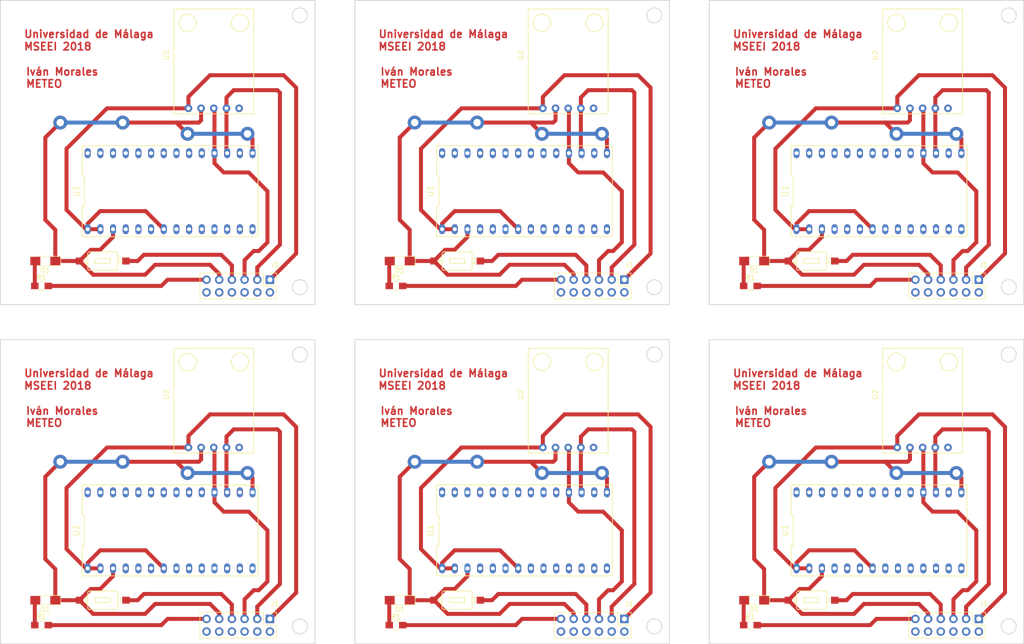
<source format=kicad_pcb>
(kicad_pcb (version 4) (host pcbnew 4.0.7)

  (general
    (links 271)
    (no_connects 175)
    (area 27.924999 23.924999 233.075001 153.075001)
    (thickness 1.6)
    (drawings 84)
    (tracks 450)
    (zones 0)
    (modules 36)
    (nets 36)
  )

  (page USLetter)
  (title_block
    (title "METEO Hat for Raspberry PI 3")
    (date 2018-07-14)
    (rev "Iván Morales")
    (company "Universidad de Málaga")
    (comment 1 "TFM MSEEI 2018")
  )

  (layers
    (0 F.Cu signal)
    (31 B.Cu signal)
    (32 B.Adhes user)
    (33 F.Adhes user)
    (34 B.Paste user)
    (35 F.Paste user)
    (36 B.SilkS user)
    (37 F.SilkS user)
    (38 B.Mask user)
    (39 F.Mask user)
    (40 Dwgs.User user)
    (41 Cmts.User user)
    (42 Eco1.User user)
    (43 Eco2.User user)
    (44 Edge.Cuts user)
    (45 Margin user)
    (46 B.CrtYd user)
    (47 F.CrtYd user)
    (48 B.Fab user)
    (49 F.Fab user)
  )

  (setup
    (last_trace_width 0.8)
    (trace_clearance 0.2)
    (zone_clearance 0.508)
    (zone_45_only no)
    (trace_min 0.2)
    (segment_width 0.2)
    (edge_width 0.15)
    (via_size 2.8)
    (via_drill 1.5)
    (via_min_size 0.4)
    (via_min_drill 0.3)
    (uvia_size 0.3)
    (uvia_drill 0.1)
    (uvias_allowed no)
    (uvia_min_size 0.2)
    (uvia_min_drill 0.1)
    (pcb_text_width 0.3)
    (pcb_text_size 1.5 1.5)
    (mod_edge_width 0.15)
    (mod_text_size 1 1)
    (mod_text_width 0.15)
    (pad_size 1.524 1.524)
    (pad_drill 0.762)
    (pad_to_mask_clearance 0.2)
    (aux_axis_origin 0 0)
    (visible_elements FFFFEF7F)
    (pcbplotparams
      (layerselection 0x01000_00000001)
      (usegerberextensions false)
      (excludeedgelayer true)
      (linewidth 0.100000)
      (plotframeref false)
      (viasonmask false)
      (mode 1)
      (useauxorigin false)
      (hpglpennumber 1)
      (hpglpenspeed 20)
      (hpglpendiameter 15)
      (hpglpenoverlay 2)
      (psnegative false)
      (psa4output false)
      (plotreference true)
      (plotvalue true)
      (plotinvisibletext false)
      (padsonsilk false)
      (subtractmaskfromsilk false)
      (outputformat 1)
      (mirror false)
      (drillshape 0)
      (scaleselection 1)
      (outputdirectory ""))
  )

  (net 0 "")
  (net 1 VDD)
  (net 2 /SDA)
  (net 3 /SCL)
  (net 4 GND)
  (net 5 "Net-(J1-Pad6)")
  (net 6 "Net-(U1-Pad28)")
  (net 7 "Net-(U1-Pad27)")
  (net 8 "Net-(U1-Pad26)")
  (net 9 "Net-(U1-Pad25)")
  (net 10 "Net-(U1-Pad4)")
  (net 11 "Net-(U1-Pad24)")
  (net 12 "Net-(U1-Pad5)")
  (net 13 "Net-(U1-Pad23)")
  (net 14 "Net-(U1-Pad6)")
  (net 15 "Net-(U1-Pad22)")
  (net 16 "Net-(U1-Pad21)")
  (net 17 "Net-(U1-Pad8)")
  (net 18 "Net-(U1-Pad20)")
  (net 19 "Net-(U1-Pad9)")
  (net 20 "Net-(U1-Pad19)")
  (net 21 "Net-(U1-Pad10)")
  (net 22 "Net-(U1-Pad11)")
  (net 23 "Net-(U1-Pad12)")
  (net 24 "Net-(U1-Pad16)")
  (net 25 "Net-(U1-Pad13)")
  (net 26 "Net-(U1-Pad14)")
  (net 27 "Net-(U2-Pad5)")
  (net 28 "Net-(J1-Pad2)")
  (net 29 "Net-(J1-Pad4)")
  (net 30 "Net-(J1-Pad7)")
  (net 31 "Net-(J1-Pad8)")
  (net 32 "Net-(J1-Pad10)")
  (net 33 "Net-(D1-Pad2)")
  (net 34 "Net-(J1-Pad11)")
  (net 35 "Net-(J1-Pad12)")

  (net_class Default "This is the default net class."
    (clearance 0.2)
    (trace_width 0.8)
    (via_dia 2.8)
    (via_drill 1.5)
    (uvia_dia 0.3)
    (uvia_drill 0.1)
    (add_net /SCL)
    (add_net /SDA)
    (add_net GND)
    (add_net "Net-(D1-Pad2)")
    (add_net "Net-(J1-Pad10)")
    (add_net "Net-(J1-Pad11)")
    (add_net "Net-(J1-Pad12)")
    (add_net "Net-(J1-Pad2)")
    (add_net "Net-(J1-Pad4)")
    (add_net "Net-(J1-Pad6)")
    (add_net "Net-(J1-Pad7)")
    (add_net "Net-(J1-Pad8)")
    (add_net "Net-(U1-Pad10)")
    (add_net "Net-(U1-Pad11)")
    (add_net "Net-(U1-Pad12)")
    (add_net "Net-(U1-Pad13)")
    (add_net "Net-(U1-Pad14)")
    (add_net "Net-(U1-Pad16)")
    (add_net "Net-(U1-Pad19)")
    (add_net "Net-(U1-Pad20)")
    (add_net "Net-(U1-Pad21)")
    (add_net "Net-(U1-Pad22)")
    (add_net "Net-(U1-Pad23)")
    (add_net "Net-(U1-Pad24)")
    (add_net "Net-(U1-Pad25)")
    (add_net "Net-(U1-Pad26)")
    (add_net "Net-(U1-Pad27)")
    (add_net "Net-(U1-Pad28)")
    (add_net "Net-(U1-Pad4)")
    (add_net "Net-(U1-Pad5)")
    (add_net "Net-(U1-Pad6)")
    (add_net "Net-(U1-Pad8)")
    (add_net "Net-(U1-Pad9)")
    (add_net "Net-(U2-Pad5)")
    (add_net VDD)
  )

  (module LEDs:LED_1206_HandSoldering (layer F.Cu) (tedit 595FC724) (tstamp 5B49A6E5)
    (at 37 144.25 180)
    (descr "LED SMD 1206, hand soldering")
    (tags "LED 1206")
    (path /5B499449)
    (attr smd)
    (fp_text reference D1 (at 0 -1.85 180) (layer F.SilkS)
      (effects (font (size 1 1) (thickness 0.15)))
    )
    (fp_text value LED (at 0 1.9 180) (layer F.Fab)
      (effects (font (size 1 1) (thickness 0.15)))
    )
    (fp_line (start -3.1 -0.95) (end -3.1 0.95) (layer F.SilkS) (width 0.12))
    (fp_line (start -0.4 0) (end 0.2 -0.4) (layer F.Fab) (width 0.1))
    (fp_line (start 0.2 -0.4) (end 0.2 0.4) (layer F.Fab) (width 0.1))
    (fp_line (start 0.2 0.4) (end -0.4 0) (layer F.Fab) (width 0.1))
    (fp_line (start -0.45 -0.4) (end -0.45 0.4) (layer F.Fab) (width 0.1))
    (fp_line (start -1.6 0.8) (end -1.6 -0.8) (layer F.Fab) (width 0.1))
    (fp_line (start 1.6 0.8) (end -1.6 0.8) (layer F.Fab) (width 0.1))
    (fp_line (start 1.6 -0.8) (end 1.6 0.8) (layer F.Fab) (width 0.1))
    (fp_line (start -1.6 -0.8) (end 1.6 -0.8) (layer F.Fab) (width 0.1))
    (fp_line (start -3.1 0.95) (end 1.6 0.95) (layer F.SilkS) (width 0.12))
    (fp_line (start -3.1 -0.95) (end 1.6 -0.95) (layer F.SilkS) (width 0.12))
    (fp_line (start -3.25 -1.11) (end 3.25 -1.11) (layer F.CrtYd) (width 0.05))
    (fp_line (start -3.25 -1.11) (end -3.25 1.1) (layer F.CrtYd) (width 0.05))
    (fp_line (start 3.25 1.1) (end 3.25 -1.11) (layer F.CrtYd) (width 0.05))
    (fp_line (start 3.25 1.1) (end -3.25 1.1) (layer F.CrtYd) (width 0.05))
    (pad 1 smd rect (at -2 0 180) (size 2 1.7) (layers F.Cu F.Paste F.Mask)
      (net 4 GND))
    (pad 2 smd rect (at 2 0 180) (size 2 1.7) (layers F.Cu F.Paste F.Mask)
      (net 33 "Net-(D1-Pad2)"))
    (model ${KISYS3DMOD}/LEDs.3dshapes/LED_1206.wrl
      (at (xyz 0 0 0))
      (scale (xyz 1 1 1))
      (rotate (xyz 0 0 180))
    )
  )

  (module MeteoFootprints:3x6x2.5mm_tact_switch (layer F.Cu) (tedit 5AA79F99) (tstamp 5B49A6CE)
    (at 48.5 144.25 180)
    (path /5B4995AE)
    (fp_text reference SW1 (at -0.2 5.65 180) (layer F.SilkS) hide
      (effects (font (size 1 1) (thickness 0.15)))
    )
    (fp_text value SW_Push (at -0.1 3.95 180) (layer F.Fab) hide
      (effects (font (size 1 1) (thickness 0.15)))
    )
    (fp_line (start -2.55 -1.85) (end 2.65 -1.85) (layer F.SilkS) (width 0.15))
    (fp_line (start -3 -1.45) (end -3 1.45) (layer F.SilkS) (width 0.15))
    (fp_line (start -2.6 1.85) (end 2.6 1.85) (layer F.SilkS) (width 0.15))
    (fp_line (start 3 1.45) (end 3 -1.5) (layer F.SilkS) (width 0.15))
    (fp_line (start -1.5 -0.5) (end 1.5 -0.5) (layer F.SilkS) (width 0.15))
    (fp_line (start 1.5 -0.5) (end 1.5 0.5) (layer F.SilkS) (width 0.15))
    (fp_line (start 1.5 0.5) (end -1.5 0.5) (layer F.SilkS) (width 0.15))
    (fp_line (start -1.5 0.5) (end -1.5 -0.5) (layer F.SilkS) (width 0.15))
    (fp_line (start -3 -0.5) (end -3.5 -0.5) (layer F.SilkS) (width 0.15))
    (fp_line (start -3.5 -0.5) (end -3.5 0.5) (layer F.SilkS) (width 0.15))
    (fp_line (start -3.5 0.5) (end -3 0.5) (layer F.SilkS) (width 0.15))
    (fp_line (start 3 -0.5) (end 3.5 -0.5) (layer F.SilkS) (width 0.15))
    (fp_line (start 3.5 -0.5) (end 3.5 0.5) (layer F.SilkS) (width 0.15))
    (fp_line (start 3.5 0.5) (end 3 0.5) (layer F.SilkS) (width 0.15))
    (fp_arc (start 2.65 -1.5) (end 3 -1.5) (angle -90) (layer F.SilkS) (width 0.15))
    (fp_arc (start -2.55 -1.4) (end -2.55 -1.85) (angle -90) (layer F.SilkS) (width 0.15))
    (fp_arc (start -2.6 1.45) (end -3 1.45) (angle -90) (layer F.SilkS) (width 0.15))
    (fp_arc (start 2.6 1.45) (end 2.6 1.85) (angle -90) (layer F.SilkS) (width 0.15))
    (pad 2 smd rect (at 4.65 0 180) (size 1.5 1.4) (layers F.Cu F.Paste F.Mask)
      (net 4 GND))
    (pad 1 smd rect (at -4.65 0 180) (size 1.5 1.4) (layers F.Cu F.Paste F.Mask)
      (net 30 "Net-(J1-Pad7)"))
  )

  (module MeteoFootprints:BH1750 (layer F.Cu) (tedit 5B49A0BA) (tstamp 5B49A6C0)
    (at 70.75 104.75 180)
    (path /5B496F9B)
    (fp_text reference U2 (at 9.5 1.75 270) (layer F.SilkS)
      (effects (font (size 1 1) (thickness 0.15)))
    )
    (fp_text value BH1750 (at 9.5 -2.75 270) (layer F.Fab)
      (effects (font (size 1 1) (thickness 0.15)))
    )
    (fp_circle (center -5.25 8.25) (end -3.5 8.25) (layer F.SilkS) (width 0.15))
    (fp_circle (center 5.25 8.25) (end 7 8.25) (layer F.SilkS) (width 0.15))
    (fp_line (start -8 11) (end 8 11) (layer F.SilkS) (width 0.15))
    (fp_line (start 8 11) (end 8 -10) (layer F.SilkS) (width 0.15))
    (fp_line (start 8 -10) (end -8 -10) (layer F.SilkS) (width 0.15))
    (fp_line (start -8 -10) (end -8 11) (layer F.SilkS) (width 0.15))
    (pad 5 thru_hole circle (at -5.08 -8.89 180) (size 1.524 1.524) (drill 0.762) (layers *.Cu *.Mask)
      (net 27 "Net-(U2-Pad5)"))
    (pad 4 thru_hole circle (at -2.54 -8.89 180) (size 1.524 1.524) (drill 0.762) (layers *.Cu *.Mask)
      (net 2 /SDA))
    (pad 3 thru_hole circle (at 0 -8.89 180) (size 1.524 1.524) (drill 0.762) (layers *.Cu *.Mask)
      (net 3 /SCL))
    (pad 2 thru_hole circle (at 2.54 -8.89 180) (size 1.524 1.524) (drill 0.762) (layers *.Cu *.Mask)
      (net 4 GND))
    (pad 1 thru_hole circle (at 5.08 -8.89 180) (size 1.524 1.524) (drill 0.762) (layers *.Cu *.Mask)
      (net 1 VDD))
  )

  (module MeteoFootprints:BME680 (layer F.Cu) (tedit 5B4989AB) (tstamp 5B49A699)
    (at 62 130.25 90)
    (path /5B49643D)
    (fp_text reference U1 (at 0 -18.81 90) (layer F.SilkS)
      (effects (font (size 1.2 1.2) (thickness 0.15)))
    )
    (fp_text value BME680 (at 0 0 180) (layer F.Fab)
      (effects (font (size 1.2 1.2) (thickness 0.15)))
    )
    (fp_line (start -9.119999 -17.61) (end -9.12 17.61) (layer F.SilkS) (width 0.15))
    (fp_line (start -9.12 17.61) (end 9.119999 17.61) (layer F.SilkS) (width 0.15))
    (fp_line (start 9.119999 17.61) (end 9.12 -17.61) (layer F.SilkS) (width 0.15))
    (fp_line (start 9.12 -17.61) (end 3.04 -17.61) (layer F.SilkS) (width 0.15))
    (fp_line (start 3.04 -17.61) (end 3.04 -17.16) (layer F.SilkS) (width 0.15))
    (fp_line (start 3.04 -17.16) (end -3.039999 -17.16) (layer F.SilkS) (width 0.15))
    (fp_line (start -3.039999 -17.16) (end -3.039999 -17.61) (layer F.SilkS) (width 0.15))
    (fp_line (start -3.039999 -17.61) (end -9.119999 -17.61) (layer F.SilkS) (width 0.15))
    (pad 28 thru_hole oval (at 7.62 -16.51) (size 1.2 2) (drill 0.8) (layers *.Cu *.Mask)
      (net 6 "Net-(U1-Pad28)"))
    (pad 1 thru_hole oval (at -7.62 -16.51) (size 1.2 2) (drill 0.8) (layers *.Cu *.Mask)
      (net 1 VDD))
    (pad 27 thru_hole oval (at 7.62 -13.97) (size 1.2 2) (drill 0.8) (layers *.Cu *.Mask)
      (net 7 "Net-(U1-Pad27)"))
    (pad 2 thru_hole oval (at -7.62 -13.97) (size 1.2 2) (drill 0.8) (layers *.Cu *.Mask)
      (net 1 VDD))
    (pad 26 thru_hole oval (at 7.62 -11.43) (size 1.2 2) (drill 0.8) (layers *.Cu *.Mask)
      (net 8 "Net-(U1-Pad26)"))
    (pad 3 thru_hole oval (at -7.62 -11.43) (size 1.2 2) (drill 0.8) (layers *.Cu *.Mask)
      (net 4 GND))
    (pad 25 thru_hole oval (at 7.62 -8.89) (size 1.2 2) (drill 0.8) (layers *.Cu *.Mask)
      (net 9 "Net-(U1-Pad25)"))
    (pad 4 thru_hole oval (at -7.62 -8.89) (size 1.2 2) (drill 0.8) (layers *.Cu *.Mask)
      (net 10 "Net-(U1-Pad4)"))
    (pad 24 thru_hole oval (at 7.62 -6.35) (size 1.2 2) (drill 0.8) (layers *.Cu *.Mask)
      (net 11 "Net-(U1-Pad24)"))
    (pad 5 thru_hole oval (at -7.62 -6.35) (size 1.2 2) (drill 0.8) (layers *.Cu *.Mask)
      (net 12 "Net-(U1-Pad5)"))
    (pad 23 thru_hole oval (at 7.62 -3.81) (size 1.2 2) (drill 0.8) (layers *.Cu *.Mask)
      (net 13 "Net-(U1-Pad23)"))
    (pad 6 thru_hole oval (at -7.62 -3.81) (size 1.2 2) (drill 0.8) (layers *.Cu *.Mask)
      (net 14 "Net-(U1-Pad6)"))
    (pad 22 thru_hole oval (at 7.62 -1.27) (size 1.2 2) (drill 0.8) (layers *.Cu *.Mask)
      (net 15 "Net-(U1-Pad22)"))
    (pad 7 thru_hole oval (at -7.62 -1.27) (size 1.2 2) (drill 0.8) (layers *.Cu *.Mask)
      (net 1 VDD))
    (pad 21 thru_hole oval (at 7.62 1.27) (size 1.2 2) (drill 0.8) (layers *.Cu *.Mask)
      (net 16 "Net-(U1-Pad21)"))
    (pad 8 thru_hole oval (at -7.62 1.27) (size 1.2 2) (drill 0.8) (layers *.Cu *.Mask)
      (net 17 "Net-(U1-Pad8)"))
    (pad 20 thru_hole oval (at 7.62 3.81) (size 1.2 2) (drill 0.8) (layers *.Cu *.Mask)
      (net 18 "Net-(U1-Pad20)"))
    (pad 9 thru_hole oval (at -7.62 3.81) (size 1.2 2) (drill 0.8) (layers *.Cu *.Mask)
      (net 19 "Net-(U1-Pad9)"))
    (pad 19 thru_hole oval (at 7.62 6.35) (size 1.2 2) (drill 0.8) (layers *.Cu *.Mask)
      (net 20 "Net-(U1-Pad19)"))
    (pad 10 thru_hole oval (at -7.62 6.35) (size 1.2 2) (drill 0.8) (layers *.Cu *.Mask)
      (net 21 "Net-(U1-Pad10)"))
    (pad 18 thru_hole oval (at 7.62 8.89) (size 1.2 2) (drill 0.8) (layers *.Cu *.Mask)
      (net 3 /SCL))
    (pad 11 thru_hole oval (at -7.62 8.89) (size 1.2 2) (drill 0.8) (layers *.Cu *.Mask)
      (net 22 "Net-(U1-Pad11)"))
    (pad 17 thru_hole oval (at 7.62 11.43) (size 1.2 2) (drill 0.8) (layers *.Cu *.Mask)
      (net 2 /SDA))
    (pad 12 thru_hole oval (at -7.62 11.43) (size 1.2 2) (drill 0.8) (layers *.Cu *.Mask)
      (net 23 "Net-(U1-Pad12)"))
    (pad 16 thru_hole oval (at 7.62 13.97) (size 1.2 2) (drill 0.8) (layers *.Cu *.Mask)
      (net 24 "Net-(U1-Pad16)"))
    (pad 13 thru_hole oval (at -7.62 13.97) (size 1.2 2) (drill 0.8) (layers *.Cu *.Mask)
      (net 25 "Net-(U1-Pad13)"))
    (pad 15 thru_hole oval (at 7.62 16.51) (size 1.2 2) (drill 0.8) (layers *.Cu *.Mask)
      (net 4 GND))
    (pad 14 thru_hole oval (at -7.62 16.51) (size 1.2 2) (drill 0.8) (layers *.Cu *.Mask)
      (net 26 "Net-(U1-Pad14)"))
  )

  (module Resistors_SMD:R_0805_HandSoldering (layer F.Cu) (tedit 58E0A804) (tstamp 5B49A689)
    (at 36.25 149.25)
    (descr "Resistor SMD 0805, hand soldering")
    (tags "resistor 0805")
    (path /5B4994A3)
    (attr smd)
    (fp_text reference R1 (at 0 -1.7) (layer F.SilkS)
      (effects (font (size 1 1) (thickness 0.15)))
    )
    (fp_text value R (at 0 1.75) (layer F.Fab)
      (effects (font (size 1 1) (thickness 0.15)))
    )
    (fp_text user %R (at 0 0 180) (layer F.Fab)
      (effects (font (size 0.5 0.5) (thickness 0.075)))
    )
    (fp_line (start -1 0.62) (end -1 -0.62) (layer F.Fab) (width 0.1))
    (fp_line (start 1 0.62) (end -1 0.62) (layer F.Fab) (width 0.1))
    (fp_line (start 1 -0.62) (end 1 0.62) (layer F.Fab) (width 0.1))
    (fp_line (start -1 -0.62) (end 1 -0.62) (layer F.Fab) (width 0.1))
    (fp_line (start 0.6 0.88) (end -0.6 0.88) (layer F.SilkS) (width 0.12))
    (fp_line (start -0.6 -0.88) (end 0.6 -0.88) (layer F.SilkS) (width 0.12))
    (fp_line (start -2.35 -0.9) (end 2.35 -0.9) (layer F.CrtYd) (width 0.05))
    (fp_line (start -2.35 -0.9) (end -2.35 0.9) (layer F.CrtYd) (width 0.05))
    (fp_line (start 2.35 0.9) (end 2.35 -0.9) (layer F.CrtYd) (width 0.05))
    (fp_line (start 2.35 0.9) (end -2.35 0.9) (layer F.CrtYd) (width 0.05))
    (pad 1 smd rect (at -1.35 0) (size 1.5 1.3) (layers F.Cu F.Paste F.Mask)
      (net 33 "Net-(D1-Pad2)"))
    (pad 2 smd rect (at 1.35 0) (size 1.5 1.3) (layers F.Cu F.Paste F.Mask)
      (net 34 "Net-(J1-Pad11)"))
    (model ${KISYS3DMOD}/Resistors_SMD.3dshapes/R_0805.wrl
      (at (xyz 0 0 0))
      (scale (xyz 1 1 1))
      (rotate (xyz 0 0 0))
    )
  )

  (module Pin_Headers:Pin_Header_Straight_2x06_Pitch2.54mm (layer F.Cu) (tedit 5B49A0B5) (tstamp 5B49A67A)
    (at 82 148 270)
    (descr "Through hole straight pin header, 2x06, 2.54mm pitch, double rows")
    (tags "Through hole pin header THT 2x06 2.54mm double row")
    (path /5B4982DA)
    (fp_text reference J1 (at -3 -1 360) (layer F.SilkS)
      (effects (font (size 1 1) (thickness 0.15)))
    )
    (fp_text value RaspberryPI (at 2.75 19.25 360) (layer F.Fab)
      (effects (font (size 1 1) (thickness 0.15)))
    )
    (fp_line (start 0 -1.27) (end 3.81 -1.27) (layer F.Fab) (width 0.1))
    (fp_line (start 3.81 -1.27) (end 3.81 13.97) (layer F.Fab) (width 0.1))
    (fp_line (start 3.81 13.97) (end -1.27 13.97) (layer F.Fab) (width 0.1))
    (fp_line (start -1.27 13.97) (end -1.27 0) (layer F.Fab) (width 0.1))
    (fp_line (start -1.27 0) (end 0 -1.27) (layer F.Fab) (width 0.1))
    (fp_line (start -1.33 14.03) (end 3.87 14.03) (layer F.SilkS) (width 0.12))
    (fp_line (start -1.33 1.27) (end -1.33 14.03) (layer F.SilkS) (width 0.12))
    (fp_line (start 3.87 -1.33) (end 3.87 14.03) (layer F.SilkS) (width 0.12))
    (fp_line (start -1.33 1.27) (end 1.27 1.27) (layer F.SilkS) (width 0.12))
    (fp_line (start 1.27 1.27) (end 1.27 -1.33) (layer F.SilkS) (width 0.12))
    (fp_line (start 1.27 -1.33) (end 3.87 -1.33) (layer F.SilkS) (width 0.12))
    (fp_line (start -1.33 0) (end -1.33 -1.33) (layer F.SilkS) (width 0.12))
    (fp_line (start -1.33 -1.33) (end 0 -1.33) (layer F.SilkS) (width 0.12))
    (fp_line (start -1.8 -1.8) (end -1.8 14.5) (layer F.CrtYd) (width 0.05))
    (fp_line (start -1.8 14.5) (end 4.35 14.5) (layer F.CrtYd) (width 0.05))
    (fp_line (start 4.35 14.5) (end 4.35 -1.8) (layer F.CrtYd) (width 0.05))
    (fp_line (start 4.35 -1.8) (end -1.8 -1.8) (layer F.CrtYd) (width 0.05))
    (fp_text user %R (at 1.27 6.35 360) (layer F.Fab)
      (effects (font (size 1 1) (thickness 0.15)))
    )
    (pad 1 thru_hole rect (at 0 0 270) (size 1.7 1.7) (drill 1) (layers *.Cu *.Mask)
      (net 1 VDD))
    (pad 2 thru_hole oval (at 2.54 0 270) (size 1.7 1.7) (drill 1) (layers *.Cu *.Mask)
      (net 28 "Net-(J1-Pad2)"))
    (pad 3 thru_hole oval (at 0 2.54 270) (size 1.7 1.7) (drill 1) (layers *.Cu *.Mask)
      (net 2 /SDA))
    (pad 4 thru_hole oval (at 2.54 2.54 270) (size 1.7 1.7) (drill 1) (layers *.Cu *.Mask)
      (net 29 "Net-(J1-Pad4)"))
    (pad 5 thru_hole oval (at 0 5.08 270) (size 1.7 1.7) (drill 1) (layers *.Cu *.Mask)
      (net 3 /SCL))
    (pad 6 thru_hole oval (at 2.54 5.08 270) (size 1.7 1.7) (drill 1) (layers *.Cu *.Mask)
      (net 5 "Net-(J1-Pad6)"))
    (pad 7 thru_hole oval (at 0 7.62 270) (size 1.7 1.7) (drill 1) (layers *.Cu *.Mask)
      (net 30 "Net-(J1-Pad7)"))
    (pad 8 thru_hole oval (at 2.54 7.62 270) (size 1.7 1.7) (drill 1) (layers *.Cu *.Mask)
      (net 31 "Net-(J1-Pad8)"))
    (pad 9 thru_hole oval (at 0 10.16 270) (size 1.7 1.7) (drill 1) (layers *.Cu *.Mask)
      (net 4 GND))
    (pad 10 thru_hole oval (at 2.54 10.16 270) (size 1.7 1.7) (drill 1) (layers *.Cu *.Mask)
      (net 32 "Net-(J1-Pad10)"))
    (pad 11 thru_hole oval (at 0 12.7 270) (size 1.7 1.7) (drill 1) (layers *.Cu *.Mask)
      (net 34 "Net-(J1-Pad11)"))
    (pad 12 thru_hole oval (at 2.54 12.7 270) (size 1.7 1.7) (drill 1) (layers *.Cu *.Mask)
      (net 35 "Net-(J1-Pad12)"))
    (model ${KISYS3DMOD}/Pin_Headers.3dshapes/Pin_Header_Straight_2x06_Pitch2.54mm.wrl
      (at (xyz 0 0 0))
      (scale (xyz 1 1 1))
      (rotate (xyz 0 0 0))
    )
  )

  (module Pin_Headers:Pin_Header_Straight_2x06_Pitch2.54mm (layer F.Cu) (tedit 5B49A0B5) (tstamp 5B49A66B)
    (at 153 148 270)
    (descr "Through hole straight pin header, 2x06, 2.54mm pitch, double rows")
    (tags "Through hole pin header THT 2x06 2.54mm double row")
    (path /5B4982DA)
    (fp_text reference J1 (at -3 -1 360) (layer F.SilkS)
      (effects (font (size 1 1) (thickness 0.15)))
    )
    (fp_text value RaspberryPI (at 2.75 19.25 360) (layer F.Fab)
      (effects (font (size 1 1) (thickness 0.15)))
    )
    (fp_line (start 0 -1.27) (end 3.81 -1.27) (layer F.Fab) (width 0.1))
    (fp_line (start 3.81 -1.27) (end 3.81 13.97) (layer F.Fab) (width 0.1))
    (fp_line (start 3.81 13.97) (end -1.27 13.97) (layer F.Fab) (width 0.1))
    (fp_line (start -1.27 13.97) (end -1.27 0) (layer F.Fab) (width 0.1))
    (fp_line (start -1.27 0) (end 0 -1.27) (layer F.Fab) (width 0.1))
    (fp_line (start -1.33 14.03) (end 3.87 14.03) (layer F.SilkS) (width 0.12))
    (fp_line (start -1.33 1.27) (end -1.33 14.03) (layer F.SilkS) (width 0.12))
    (fp_line (start 3.87 -1.33) (end 3.87 14.03) (layer F.SilkS) (width 0.12))
    (fp_line (start -1.33 1.27) (end 1.27 1.27) (layer F.SilkS) (width 0.12))
    (fp_line (start 1.27 1.27) (end 1.27 -1.33) (layer F.SilkS) (width 0.12))
    (fp_line (start 1.27 -1.33) (end 3.87 -1.33) (layer F.SilkS) (width 0.12))
    (fp_line (start -1.33 0) (end -1.33 -1.33) (layer F.SilkS) (width 0.12))
    (fp_line (start -1.33 -1.33) (end 0 -1.33) (layer F.SilkS) (width 0.12))
    (fp_line (start -1.8 -1.8) (end -1.8 14.5) (layer F.CrtYd) (width 0.05))
    (fp_line (start -1.8 14.5) (end 4.35 14.5) (layer F.CrtYd) (width 0.05))
    (fp_line (start 4.35 14.5) (end 4.35 -1.8) (layer F.CrtYd) (width 0.05))
    (fp_line (start 4.35 -1.8) (end -1.8 -1.8) (layer F.CrtYd) (width 0.05))
    (fp_text user %R (at 1.27 6.35 360) (layer F.Fab)
      (effects (font (size 1 1) (thickness 0.15)))
    )
    (pad 1 thru_hole rect (at 0 0 270) (size 1.7 1.7) (drill 1) (layers *.Cu *.Mask)
      (net 1 VDD))
    (pad 2 thru_hole oval (at 2.54 0 270) (size 1.7 1.7) (drill 1) (layers *.Cu *.Mask)
      (net 28 "Net-(J1-Pad2)"))
    (pad 3 thru_hole oval (at 0 2.54 270) (size 1.7 1.7) (drill 1) (layers *.Cu *.Mask)
      (net 2 /SDA))
    (pad 4 thru_hole oval (at 2.54 2.54 270) (size 1.7 1.7) (drill 1) (layers *.Cu *.Mask)
      (net 29 "Net-(J1-Pad4)"))
    (pad 5 thru_hole oval (at 0 5.08 270) (size 1.7 1.7) (drill 1) (layers *.Cu *.Mask)
      (net 3 /SCL))
    (pad 6 thru_hole oval (at 2.54 5.08 270) (size 1.7 1.7) (drill 1) (layers *.Cu *.Mask)
      (net 5 "Net-(J1-Pad6)"))
    (pad 7 thru_hole oval (at 0 7.62 270) (size 1.7 1.7) (drill 1) (layers *.Cu *.Mask)
      (net 30 "Net-(J1-Pad7)"))
    (pad 8 thru_hole oval (at 2.54 7.62 270) (size 1.7 1.7) (drill 1) (layers *.Cu *.Mask)
      (net 31 "Net-(J1-Pad8)"))
    (pad 9 thru_hole oval (at 0 10.16 270) (size 1.7 1.7) (drill 1) (layers *.Cu *.Mask)
      (net 4 GND))
    (pad 10 thru_hole oval (at 2.54 10.16 270) (size 1.7 1.7) (drill 1) (layers *.Cu *.Mask)
      (net 32 "Net-(J1-Pad10)"))
    (pad 11 thru_hole oval (at 0 12.7 270) (size 1.7 1.7) (drill 1) (layers *.Cu *.Mask)
      (net 34 "Net-(J1-Pad11)"))
    (pad 12 thru_hole oval (at 2.54 12.7 270) (size 1.7 1.7) (drill 1) (layers *.Cu *.Mask)
      (net 35 "Net-(J1-Pad12)"))
    (model ${KISYS3DMOD}/Pin_Headers.3dshapes/Pin_Header_Straight_2x06_Pitch2.54mm.wrl
      (at (xyz 0 0 0))
      (scale (xyz 1 1 1))
      (rotate (xyz 0 0 0))
    )
  )

  (module Resistors_SMD:R_0805_HandSoldering (layer F.Cu) (tedit 58E0A804) (tstamp 5B49A65B)
    (at 107.25 149.25)
    (descr "Resistor SMD 0805, hand soldering")
    (tags "resistor 0805")
    (path /5B4994A3)
    (attr smd)
    (fp_text reference R1 (at 0 -1.7) (layer F.SilkS)
      (effects (font (size 1 1) (thickness 0.15)))
    )
    (fp_text value R (at 0 1.75) (layer F.Fab)
      (effects (font (size 1 1) (thickness 0.15)))
    )
    (fp_text user %R (at 0 0 180) (layer F.Fab)
      (effects (font (size 0.5 0.5) (thickness 0.075)))
    )
    (fp_line (start -1 0.62) (end -1 -0.62) (layer F.Fab) (width 0.1))
    (fp_line (start 1 0.62) (end -1 0.62) (layer F.Fab) (width 0.1))
    (fp_line (start 1 -0.62) (end 1 0.62) (layer F.Fab) (width 0.1))
    (fp_line (start -1 -0.62) (end 1 -0.62) (layer F.Fab) (width 0.1))
    (fp_line (start 0.6 0.88) (end -0.6 0.88) (layer F.SilkS) (width 0.12))
    (fp_line (start -0.6 -0.88) (end 0.6 -0.88) (layer F.SilkS) (width 0.12))
    (fp_line (start -2.35 -0.9) (end 2.35 -0.9) (layer F.CrtYd) (width 0.05))
    (fp_line (start -2.35 -0.9) (end -2.35 0.9) (layer F.CrtYd) (width 0.05))
    (fp_line (start 2.35 0.9) (end 2.35 -0.9) (layer F.CrtYd) (width 0.05))
    (fp_line (start 2.35 0.9) (end -2.35 0.9) (layer F.CrtYd) (width 0.05))
    (pad 1 smd rect (at -1.35 0) (size 1.5 1.3) (layers F.Cu F.Paste F.Mask)
      (net 33 "Net-(D1-Pad2)"))
    (pad 2 smd rect (at 1.35 0) (size 1.5 1.3) (layers F.Cu F.Paste F.Mask)
      (net 34 "Net-(J1-Pad11)"))
    (model ${KISYS3DMOD}/Resistors_SMD.3dshapes/R_0805.wrl
      (at (xyz 0 0 0))
      (scale (xyz 1 1 1))
      (rotate (xyz 0 0 0))
    )
  )

  (module MeteoFootprints:BME680 (layer F.Cu) (tedit 5B4989AB) (tstamp 5B49A634)
    (at 133 130.25 90)
    (path /5B49643D)
    (fp_text reference U1 (at 0 -18.81 90) (layer F.SilkS)
      (effects (font (size 1.2 1.2) (thickness 0.15)))
    )
    (fp_text value BME680 (at 0 0 180) (layer F.Fab)
      (effects (font (size 1.2 1.2) (thickness 0.15)))
    )
    (fp_line (start -9.119999 -17.61) (end -9.12 17.61) (layer F.SilkS) (width 0.15))
    (fp_line (start -9.12 17.61) (end 9.119999 17.61) (layer F.SilkS) (width 0.15))
    (fp_line (start 9.119999 17.61) (end 9.12 -17.61) (layer F.SilkS) (width 0.15))
    (fp_line (start 9.12 -17.61) (end 3.04 -17.61) (layer F.SilkS) (width 0.15))
    (fp_line (start 3.04 -17.61) (end 3.04 -17.16) (layer F.SilkS) (width 0.15))
    (fp_line (start 3.04 -17.16) (end -3.039999 -17.16) (layer F.SilkS) (width 0.15))
    (fp_line (start -3.039999 -17.16) (end -3.039999 -17.61) (layer F.SilkS) (width 0.15))
    (fp_line (start -3.039999 -17.61) (end -9.119999 -17.61) (layer F.SilkS) (width 0.15))
    (pad 28 thru_hole oval (at 7.62 -16.51) (size 1.2 2) (drill 0.8) (layers *.Cu *.Mask)
      (net 6 "Net-(U1-Pad28)"))
    (pad 1 thru_hole oval (at -7.62 -16.51) (size 1.2 2) (drill 0.8) (layers *.Cu *.Mask)
      (net 1 VDD))
    (pad 27 thru_hole oval (at 7.62 -13.97) (size 1.2 2) (drill 0.8) (layers *.Cu *.Mask)
      (net 7 "Net-(U1-Pad27)"))
    (pad 2 thru_hole oval (at -7.62 -13.97) (size 1.2 2) (drill 0.8) (layers *.Cu *.Mask)
      (net 1 VDD))
    (pad 26 thru_hole oval (at 7.62 -11.43) (size 1.2 2) (drill 0.8) (layers *.Cu *.Mask)
      (net 8 "Net-(U1-Pad26)"))
    (pad 3 thru_hole oval (at -7.62 -11.43) (size 1.2 2) (drill 0.8) (layers *.Cu *.Mask)
      (net 4 GND))
    (pad 25 thru_hole oval (at 7.62 -8.89) (size 1.2 2) (drill 0.8) (layers *.Cu *.Mask)
      (net 9 "Net-(U1-Pad25)"))
    (pad 4 thru_hole oval (at -7.62 -8.89) (size 1.2 2) (drill 0.8) (layers *.Cu *.Mask)
      (net 10 "Net-(U1-Pad4)"))
    (pad 24 thru_hole oval (at 7.62 -6.35) (size 1.2 2) (drill 0.8) (layers *.Cu *.Mask)
      (net 11 "Net-(U1-Pad24)"))
    (pad 5 thru_hole oval (at -7.62 -6.35) (size 1.2 2) (drill 0.8) (layers *.Cu *.Mask)
      (net 12 "Net-(U1-Pad5)"))
    (pad 23 thru_hole oval (at 7.62 -3.81) (size 1.2 2) (drill 0.8) (layers *.Cu *.Mask)
      (net 13 "Net-(U1-Pad23)"))
    (pad 6 thru_hole oval (at -7.62 -3.81) (size 1.2 2) (drill 0.8) (layers *.Cu *.Mask)
      (net 14 "Net-(U1-Pad6)"))
    (pad 22 thru_hole oval (at 7.62 -1.27) (size 1.2 2) (drill 0.8) (layers *.Cu *.Mask)
      (net 15 "Net-(U1-Pad22)"))
    (pad 7 thru_hole oval (at -7.62 -1.27) (size 1.2 2) (drill 0.8) (layers *.Cu *.Mask)
      (net 1 VDD))
    (pad 21 thru_hole oval (at 7.62 1.27) (size 1.2 2) (drill 0.8) (layers *.Cu *.Mask)
      (net 16 "Net-(U1-Pad21)"))
    (pad 8 thru_hole oval (at -7.62 1.27) (size 1.2 2) (drill 0.8) (layers *.Cu *.Mask)
      (net 17 "Net-(U1-Pad8)"))
    (pad 20 thru_hole oval (at 7.62 3.81) (size 1.2 2) (drill 0.8) (layers *.Cu *.Mask)
      (net 18 "Net-(U1-Pad20)"))
    (pad 9 thru_hole oval (at -7.62 3.81) (size 1.2 2) (drill 0.8) (layers *.Cu *.Mask)
      (net 19 "Net-(U1-Pad9)"))
    (pad 19 thru_hole oval (at 7.62 6.35) (size 1.2 2) (drill 0.8) (layers *.Cu *.Mask)
      (net 20 "Net-(U1-Pad19)"))
    (pad 10 thru_hole oval (at -7.62 6.35) (size 1.2 2) (drill 0.8) (layers *.Cu *.Mask)
      (net 21 "Net-(U1-Pad10)"))
    (pad 18 thru_hole oval (at 7.62 8.89) (size 1.2 2) (drill 0.8) (layers *.Cu *.Mask)
      (net 3 /SCL))
    (pad 11 thru_hole oval (at -7.62 8.89) (size 1.2 2) (drill 0.8) (layers *.Cu *.Mask)
      (net 22 "Net-(U1-Pad11)"))
    (pad 17 thru_hole oval (at 7.62 11.43) (size 1.2 2) (drill 0.8) (layers *.Cu *.Mask)
      (net 2 /SDA))
    (pad 12 thru_hole oval (at -7.62 11.43) (size 1.2 2) (drill 0.8) (layers *.Cu *.Mask)
      (net 23 "Net-(U1-Pad12)"))
    (pad 16 thru_hole oval (at 7.62 13.97) (size 1.2 2) (drill 0.8) (layers *.Cu *.Mask)
      (net 24 "Net-(U1-Pad16)"))
    (pad 13 thru_hole oval (at -7.62 13.97) (size 1.2 2) (drill 0.8) (layers *.Cu *.Mask)
      (net 25 "Net-(U1-Pad13)"))
    (pad 15 thru_hole oval (at 7.62 16.51) (size 1.2 2) (drill 0.8) (layers *.Cu *.Mask)
      (net 4 GND))
    (pad 14 thru_hole oval (at -7.62 16.51) (size 1.2 2) (drill 0.8) (layers *.Cu *.Mask)
      (net 26 "Net-(U1-Pad14)"))
  )

  (module MeteoFootprints:BH1750 (layer F.Cu) (tedit 5B49A0BA) (tstamp 5B49A626)
    (at 141.75 104.75 180)
    (path /5B496F9B)
    (fp_text reference U2 (at 9.5 1.75 270) (layer F.SilkS)
      (effects (font (size 1 1) (thickness 0.15)))
    )
    (fp_text value BH1750 (at 9.5 -2.75 270) (layer F.Fab)
      (effects (font (size 1 1) (thickness 0.15)))
    )
    (fp_circle (center -5.25 8.25) (end -3.5 8.25) (layer F.SilkS) (width 0.15))
    (fp_circle (center 5.25 8.25) (end 7 8.25) (layer F.SilkS) (width 0.15))
    (fp_line (start -8 11) (end 8 11) (layer F.SilkS) (width 0.15))
    (fp_line (start 8 11) (end 8 -10) (layer F.SilkS) (width 0.15))
    (fp_line (start 8 -10) (end -8 -10) (layer F.SilkS) (width 0.15))
    (fp_line (start -8 -10) (end -8 11) (layer F.SilkS) (width 0.15))
    (pad 5 thru_hole circle (at -5.08 -8.89 180) (size 1.524 1.524) (drill 0.762) (layers *.Cu *.Mask)
      (net 27 "Net-(U2-Pad5)"))
    (pad 4 thru_hole circle (at -2.54 -8.89 180) (size 1.524 1.524) (drill 0.762) (layers *.Cu *.Mask)
      (net 2 /SDA))
    (pad 3 thru_hole circle (at 0 -8.89 180) (size 1.524 1.524) (drill 0.762) (layers *.Cu *.Mask)
      (net 3 /SCL))
    (pad 2 thru_hole circle (at 2.54 -8.89 180) (size 1.524 1.524) (drill 0.762) (layers *.Cu *.Mask)
      (net 4 GND))
    (pad 1 thru_hole circle (at 5.08 -8.89 180) (size 1.524 1.524) (drill 0.762) (layers *.Cu *.Mask)
      (net 1 VDD))
  )

  (module MeteoFootprints:3x6x2.5mm_tact_switch (layer F.Cu) (tedit 5AA79F99) (tstamp 5B49A60F)
    (at 119.5 144.25 180)
    (path /5B4995AE)
    (fp_text reference SW1 (at -0.2 5.65 180) (layer F.SilkS) hide
      (effects (font (size 1 1) (thickness 0.15)))
    )
    (fp_text value SW_Push (at -0.1 3.95 180) (layer F.Fab) hide
      (effects (font (size 1 1) (thickness 0.15)))
    )
    (fp_line (start -2.55 -1.85) (end 2.65 -1.85) (layer F.SilkS) (width 0.15))
    (fp_line (start -3 -1.45) (end -3 1.45) (layer F.SilkS) (width 0.15))
    (fp_line (start -2.6 1.85) (end 2.6 1.85) (layer F.SilkS) (width 0.15))
    (fp_line (start 3 1.45) (end 3 -1.5) (layer F.SilkS) (width 0.15))
    (fp_line (start -1.5 -0.5) (end 1.5 -0.5) (layer F.SilkS) (width 0.15))
    (fp_line (start 1.5 -0.5) (end 1.5 0.5) (layer F.SilkS) (width 0.15))
    (fp_line (start 1.5 0.5) (end -1.5 0.5) (layer F.SilkS) (width 0.15))
    (fp_line (start -1.5 0.5) (end -1.5 -0.5) (layer F.SilkS) (width 0.15))
    (fp_line (start -3 -0.5) (end -3.5 -0.5) (layer F.SilkS) (width 0.15))
    (fp_line (start -3.5 -0.5) (end -3.5 0.5) (layer F.SilkS) (width 0.15))
    (fp_line (start -3.5 0.5) (end -3 0.5) (layer F.SilkS) (width 0.15))
    (fp_line (start 3 -0.5) (end 3.5 -0.5) (layer F.SilkS) (width 0.15))
    (fp_line (start 3.5 -0.5) (end 3.5 0.5) (layer F.SilkS) (width 0.15))
    (fp_line (start 3.5 0.5) (end 3 0.5) (layer F.SilkS) (width 0.15))
    (fp_arc (start 2.65 -1.5) (end 3 -1.5) (angle -90) (layer F.SilkS) (width 0.15))
    (fp_arc (start -2.55 -1.4) (end -2.55 -1.85) (angle -90) (layer F.SilkS) (width 0.15))
    (fp_arc (start -2.6 1.45) (end -3 1.45) (angle -90) (layer F.SilkS) (width 0.15))
    (fp_arc (start 2.6 1.45) (end 2.6 1.85) (angle -90) (layer F.SilkS) (width 0.15))
    (pad 2 smd rect (at 4.65 0 180) (size 1.5 1.4) (layers F.Cu F.Paste F.Mask)
      (net 4 GND))
    (pad 1 smd rect (at -4.65 0 180) (size 1.5 1.4) (layers F.Cu F.Paste F.Mask)
      (net 30 "Net-(J1-Pad7)"))
  )

  (module LEDs:LED_1206_HandSoldering (layer F.Cu) (tedit 595FC724) (tstamp 5B49A60A)
    (at 108 144.25 180)
    (descr "LED SMD 1206, hand soldering")
    (tags "LED 1206")
    (path /5B499449)
    (attr smd)
    (fp_text reference D1 (at 0 -1.85 180) (layer F.SilkS)
      (effects (font (size 1 1) (thickness 0.15)))
    )
    (fp_text value LED (at 0 1.9 180) (layer F.Fab)
      (effects (font (size 1 1) (thickness 0.15)))
    )
    (fp_line (start -3.1 -0.95) (end -3.1 0.95) (layer F.SilkS) (width 0.12))
    (fp_line (start -0.4 0) (end 0.2 -0.4) (layer F.Fab) (width 0.1))
    (fp_line (start 0.2 -0.4) (end 0.2 0.4) (layer F.Fab) (width 0.1))
    (fp_line (start 0.2 0.4) (end -0.4 0) (layer F.Fab) (width 0.1))
    (fp_line (start -0.45 -0.4) (end -0.45 0.4) (layer F.Fab) (width 0.1))
    (fp_line (start -1.6 0.8) (end -1.6 -0.8) (layer F.Fab) (width 0.1))
    (fp_line (start 1.6 0.8) (end -1.6 0.8) (layer F.Fab) (width 0.1))
    (fp_line (start 1.6 -0.8) (end 1.6 0.8) (layer F.Fab) (width 0.1))
    (fp_line (start -1.6 -0.8) (end 1.6 -0.8) (layer F.Fab) (width 0.1))
    (fp_line (start -3.1 0.95) (end 1.6 0.95) (layer F.SilkS) (width 0.12))
    (fp_line (start -3.1 -0.95) (end 1.6 -0.95) (layer F.SilkS) (width 0.12))
    (fp_line (start -3.25 -1.11) (end 3.25 -1.11) (layer F.CrtYd) (width 0.05))
    (fp_line (start -3.25 -1.11) (end -3.25 1.1) (layer F.CrtYd) (width 0.05))
    (fp_line (start 3.25 1.1) (end 3.25 -1.11) (layer F.CrtYd) (width 0.05))
    (fp_line (start 3.25 1.1) (end -3.25 1.1) (layer F.CrtYd) (width 0.05))
    (pad 1 smd rect (at -2 0 180) (size 2 1.7) (layers F.Cu F.Paste F.Mask)
      (net 4 GND))
    (pad 2 smd rect (at 2 0 180) (size 2 1.7) (layers F.Cu F.Paste F.Mask)
      (net 33 "Net-(D1-Pad2)"))
    (model ${KISYS3DMOD}/LEDs.3dshapes/LED_1206.wrl
      (at (xyz 0 0 0))
      (scale (xyz 1 1 1))
      (rotate (xyz 0 0 180))
    )
  )

  (module LEDs:LED_1206_HandSoldering (layer F.Cu) (tedit 595FC724) (tstamp 5B49A605)
    (at 179 144.25 180)
    (descr "LED SMD 1206, hand soldering")
    (tags "LED 1206")
    (path /5B499449)
    (attr smd)
    (fp_text reference D1 (at 0 -1.85 180) (layer F.SilkS)
      (effects (font (size 1 1) (thickness 0.15)))
    )
    (fp_text value LED (at 0 1.9 180) (layer F.Fab)
      (effects (font (size 1 1) (thickness 0.15)))
    )
    (fp_line (start -3.1 -0.95) (end -3.1 0.95) (layer F.SilkS) (width 0.12))
    (fp_line (start -0.4 0) (end 0.2 -0.4) (layer F.Fab) (width 0.1))
    (fp_line (start 0.2 -0.4) (end 0.2 0.4) (layer F.Fab) (width 0.1))
    (fp_line (start 0.2 0.4) (end -0.4 0) (layer F.Fab) (width 0.1))
    (fp_line (start -0.45 -0.4) (end -0.45 0.4) (layer F.Fab) (width 0.1))
    (fp_line (start -1.6 0.8) (end -1.6 -0.8) (layer F.Fab) (width 0.1))
    (fp_line (start 1.6 0.8) (end -1.6 0.8) (layer F.Fab) (width 0.1))
    (fp_line (start 1.6 -0.8) (end 1.6 0.8) (layer F.Fab) (width 0.1))
    (fp_line (start -1.6 -0.8) (end 1.6 -0.8) (layer F.Fab) (width 0.1))
    (fp_line (start -3.1 0.95) (end 1.6 0.95) (layer F.SilkS) (width 0.12))
    (fp_line (start -3.1 -0.95) (end 1.6 -0.95) (layer F.SilkS) (width 0.12))
    (fp_line (start -3.25 -1.11) (end 3.25 -1.11) (layer F.CrtYd) (width 0.05))
    (fp_line (start -3.25 -1.11) (end -3.25 1.1) (layer F.CrtYd) (width 0.05))
    (fp_line (start 3.25 1.1) (end 3.25 -1.11) (layer F.CrtYd) (width 0.05))
    (fp_line (start 3.25 1.1) (end -3.25 1.1) (layer F.CrtYd) (width 0.05))
    (pad 1 smd rect (at -2 0 180) (size 2 1.7) (layers F.Cu F.Paste F.Mask)
      (net 4 GND))
    (pad 2 smd rect (at 2 0 180) (size 2 1.7) (layers F.Cu F.Paste F.Mask)
      (net 33 "Net-(D1-Pad2)"))
    (model ${KISYS3DMOD}/LEDs.3dshapes/LED_1206.wrl
      (at (xyz 0 0 0))
      (scale (xyz 1 1 1))
      (rotate (xyz 0 0 180))
    )
  )

  (module MeteoFootprints:3x6x2.5mm_tact_switch (layer F.Cu) (tedit 5AA79F99) (tstamp 5B49A5EE)
    (at 190.5 144.25 180)
    (path /5B4995AE)
    (fp_text reference SW1 (at -0.2 5.65 180) (layer F.SilkS) hide
      (effects (font (size 1 1) (thickness 0.15)))
    )
    (fp_text value SW_Push (at -0.1 3.95 180) (layer F.Fab) hide
      (effects (font (size 1 1) (thickness 0.15)))
    )
    (fp_line (start -2.55 -1.85) (end 2.65 -1.85) (layer F.SilkS) (width 0.15))
    (fp_line (start -3 -1.45) (end -3 1.45) (layer F.SilkS) (width 0.15))
    (fp_line (start -2.6 1.85) (end 2.6 1.85) (layer F.SilkS) (width 0.15))
    (fp_line (start 3 1.45) (end 3 -1.5) (layer F.SilkS) (width 0.15))
    (fp_line (start -1.5 -0.5) (end 1.5 -0.5) (layer F.SilkS) (width 0.15))
    (fp_line (start 1.5 -0.5) (end 1.5 0.5) (layer F.SilkS) (width 0.15))
    (fp_line (start 1.5 0.5) (end -1.5 0.5) (layer F.SilkS) (width 0.15))
    (fp_line (start -1.5 0.5) (end -1.5 -0.5) (layer F.SilkS) (width 0.15))
    (fp_line (start -3 -0.5) (end -3.5 -0.5) (layer F.SilkS) (width 0.15))
    (fp_line (start -3.5 -0.5) (end -3.5 0.5) (layer F.SilkS) (width 0.15))
    (fp_line (start -3.5 0.5) (end -3 0.5) (layer F.SilkS) (width 0.15))
    (fp_line (start 3 -0.5) (end 3.5 -0.5) (layer F.SilkS) (width 0.15))
    (fp_line (start 3.5 -0.5) (end 3.5 0.5) (layer F.SilkS) (width 0.15))
    (fp_line (start 3.5 0.5) (end 3 0.5) (layer F.SilkS) (width 0.15))
    (fp_arc (start 2.65 -1.5) (end 3 -1.5) (angle -90) (layer F.SilkS) (width 0.15))
    (fp_arc (start -2.55 -1.4) (end -2.55 -1.85) (angle -90) (layer F.SilkS) (width 0.15))
    (fp_arc (start -2.6 1.45) (end -3 1.45) (angle -90) (layer F.SilkS) (width 0.15))
    (fp_arc (start 2.6 1.45) (end 2.6 1.85) (angle -90) (layer F.SilkS) (width 0.15))
    (pad 2 smd rect (at 4.65 0 180) (size 1.5 1.4) (layers F.Cu F.Paste F.Mask)
      (net 4 GND))
    (pad 1 smd rect (at -4.65 0 180) (size 1.5 1.4) (layers F.Cu F.Paste F.Mask)
      (net 30 "Net-(J1-Pad7)"))
  )

  (module MeteoFootprints:BH1750 (layer F.Cu) (tedit 5B49A0BA) (tstamp 5B49A5E0)
    (at 212.75 104.75 180)
    (path /5B496F9B)
    (fp_text reference U2 (at 9.5 1.75 270) (layer F.SilkS)
      (effects (font (size 1 1) (thickness 0.15)))
    )
    (fp_text value BH1750 (at 9.5 -2.75 270) (layer F.Fab)
      (effects (font (size 1 1) (thickness 0.15)))
    )
    (fp_circle (center -5.25 8.25) (end -3.5 8.25) (layer F.SilkS) (width 0.15))
    (fp_circle (center 5.25 8.25) (end 7 8.25) (layer F.SilkS) (width 0.15))
    (fp_line (start -8 11) (end 8 11) (layer F.SilkS) (width 0.15))
    (fp_line (start 8 11) (end 8 -10) (layer F.SilkS) (width 0.15))
    (fp_line (start 8 -10) (end -8 -10) (layer F.SilkS) (width 0.15))
    (fp_line (start -8 -10) (end -8 11) (layer F.SilkS) (width 0.15))
    (pad 5 thru_hole circle (at -5.08 -8.89 180) (size 1.524 1.524) (drill 0.762) (layers *.Cu *.Mask)
      (net 27 "Net-(U2-Pad5)"))
    (pad 4 thru_hole circle (at -2.54 -8.89 180) (size 1.524 1.524) (drill 0.762) (layers *.Cu *.Mask)
      (net 2 /SDA))
    (pad 3 thru_hole circle (at 0 -8.89 180) (size 1.524 1.524) (drill 0.762) (layers *.Cu *.Mask)
      (net 3 /SCL))
    (pad 2 thru_hole circle (at 2.54 -8.89 180) (size 1.524 1.524) (drill 0.762) (layers *.Cu *.Mask)
      (net 4 GND))
    (pad 1 thru_hole circle (at 5.08 -8.89 180) (size 1.524 1.524) (drill 0.762) (layers *.Cu *.Mask)
      (net 1 VDD))
  )

  (module MeteoFootprints:BME680 (layer F.Cu) (tedit 5B4989AB) (tstamp 5B49A5B9)
    (at 204 130.25 90)
    (path /5B49643D)
    (fp_text reference U1 (at 0 -18.81 90) (layer F.SilkS)
      (effects (font (size 1.2 1.2) (thickness 0.15)))
    )
    (fp_text value BME680 (at 0 0 180) (layer F.Fab)
      (effects (font (size 1.2 1.2) (thickness 0.15)))
    )
    (fp_line (start -9.119999 -17.61) (end -9.12 17.61) (layer F.SilkS) (width 0.15))
    (fp_line (start -9.12 17.61) (end 9.119999 17.61) (layer F.SilkS) (width 0.15))
    (fp_line (start 9.119999 17.61) (end 9.12 -17.61) (layer F.SilkS) (width 0.15))
    (fp_line (start 9.12 -17.61) (end 3.04 -17.61) (layer F.SilkS) (width 0.15))
    (fp_line (start 3.04 -17.61) (end 3.04 -17.16) (layer F.SilkS) (width 0.15))
    (fp_line (start 3.04 -17.16) (end -3.039999 -17.16) (layer F.SilkS) (width 0.15))
    (fp_line (start -3.039999 -17.16) (end -3.039999 -17.61) (layer F.SilkS) (width 0.15))
    (fp_line (start -3.039999 -17.61) (end -9.119999 -17.61) (layer F.SilkS) (width 0.15))
    (pad 28 thru_hole oval (at 7.62 -16.51) (size 1.2 2) (drill 0.8) (layers *.Cu *.Mask)
      (net 6 "Net-(U1-Pad28)"))
    (pad 1 thru_hole oval (at -7.62 -16.51) (size 1.2 2) (drill 0.8) (layers *.Cu *.Mask)
      (net 1 VDD))
    (pad 27 thru_hole oval (at 7.62 -13.97) (size 1.2 2) (drill 0.8) (layers *.Cu *.Mask)
      (net 7 "Net-(U1-Pad27)"))
    (pad 2 thru_hole oval (at -7.62 -13.97) (size 1.2 2) (drill 0.8) (layers *.Cu *.Mask)
      (net 1 VDD))
    (pad 26 thru_hole oval (at 7.62 -11.43) (size 1.2 2) (drill 0.8) (layers *.Cu *.Mask)
      (net 8 "Net-(U1-Pad26)"))
    (pad 3 thru_hole oval (at -7.62 -11.43) (size 1.2 2) (drill 0.8) (layers *.Cu *.Mask)
      (net 4 GND))
    (pad 25 thru_hole oval (at 7.62 -8.89) (size 1.2 2) (drill 0.8) (layers *.Cu *.Mask)
      (net 9 "Net-(U1-Pad25)"))
    (pad 4 thru_hole oval (at -7.62 -8.89) (size 1.2 2) (drill 0.8) (layers *.Cu *.Mask)
      (net 10 "Net-(U1-Pad4)"))
    (pad 24 thru_hole oval (at 7.62 -6.35) (size 1.2 2) (drill 0.8) (layers *.Cu *.Mask)
      (net 11 "Net-(U1-Pad24)"))
    (pad 5 thru_hole oval (at -7.62 -6.35) (size 1.2 2) (drill 0.8) (layers *.Cu *.Mask)
      (net 12 "Net-(U1-Pad5)"))
    (pad 23 thru_hole oval (at 7.62 -3.81) (size 1.2 2) (drill 0.8) (layers *.Cu *.Mask)
      (net 13 "Net-(U1-Pad23)"))
    (pad 6 thru_hole oval (at -7.62 -3.81) (size 1.2 2) (drill 0.8) (layers *.Cu *.Mask)
      (net 14 "Net-(U1-Pad6)"))
    (pad 22 thru_hole oval (at 7.62 -1.27) (size 1.2 2) (drill 0.8) (layers *.Cu *.Mask)
      (net 15 "Net-(U1-Pad22)"))
    (pad 7 thru_hole oval (at -7.62 -1.27) (size 1.2 2) (drill 0.8) (layers *.Cu *.Mask)
      (net 1 VDD))
    (pad 21 thru_hole oval (at 7.62 1.27) (size 1.2 2) (drill 0.8) (layers *.Cu *.Mask)
      (net 16 "Net-(U1-Pad21)"))
    (pad 8 thru_hole oval (at -7.62 1.27) (size 1.2 2) (drill 0.8) (layers *.Cu *.Mask)
      (net 17 "Net-(U1-Pad8)"))
    (pad 20 thru_hole oval (at 7.62 3.81) (size 1.2 2) (drill 0.8) (layers *.Cu *.Mask)
      (net 18 "Net-(U1-Pad20)"))
    (pad 9 thru_hole oval (at -7.62 3.81) (size 1.2 2) (drill 0.8) (layers *.Cu *.Mask)
      (net 19 "Net-(U1-Pad9)"))
    (pad 19 thru_hole oval (at 7.62 6.35) (size 1.2 2) (drill 0.8) (layers *.Cu *.Mask)
      (net 20 "Net-(U1-Pad19)"))
    (pad 10 thru_hole oval (at -7.62 6.35) (size 1.2 2) (drill 0.8) (layers *.Cu *.Mask)
      (net 21 "Net-(U1-Pad10)"))
    (pad 18 thru_hole oval (at 7.62 8.89) (size 1.2 2) (drill 0.8) (layers *.Cu *.Mask)
      (net 3 /SCL))
    (pad 11 thru_hole oval (at -7.62 8.89) (size 1.2 2) (drill 0.8) (layers *.Cu *.Mask)
      (net 22 "Net-(U1-Pad11)"))
    (pad 17 thru_hole oval (at 7.62 11.43) (size 1.2 2) (drill 0.8) (layers *.Cu *.Mask)
      (net 2 /SDA))
    (pad 12 thru_hole oval (at -7.62 11.43) (size 1.2 2) (drill 0.8) (layers *.Cu *.Mask)
      (net 23 "Net-(U1-Pad12)"))
    (pad 16 thru_hole oval (at 7.62 13.97) (size 1.2 2) (drill 0.8) (layers *.Cu *.Mask)
      (net 24 "Net-(U1-Pad16)"))
    (pad 13 thru_hole oval (at -7.62 13.97) (size 1.2 2) (drill 0.8) (layers *.Cu *.Mask)
      (net 25 "Net-(U1-Pad13)"))
    (pad 15 thru_hole oval (at 7.62 16.51) (size 1.2 2) (drill 0.8) (layers *.Cu *.Mask)
      (net 4 GND))
    (pad 14 thru_hole oval (at -7.62 16.51) (size 1.2 2) (drill 0.8) (layers *.Cu *.Mask)
      (net 26 "Net-(U1-Pad14)"))
  )

  (module Resistors_SMD:R_0805_HandSoldering (layer F.Cu) (tedit 58E0A804) (tstamp 5B49A5A9)
    (at 178.25 149.25)
    (descr "Resistor SMD 0805, hand soldering")
    (tags "resistor 0805")
    (path /5B4994A3)
    (attr smd)
    (fp_text reference R1 (at 0 -1.7) (layer F.SilkS)
      (effects (font (size 1 1) (thickness 0.15)))
    )
    (fp_text value R (at 0 1.75) (layer F.Fab)
      (effects (font (size 1 1) (thickness 0.15)))
    )
    (fp_text user %R (at 0 0 180) (layer F.Fab)
      (effects (font (size 0.5 0.5) (thickness 0.075)))
    )
    (fp_line (start -1 0.62) (end -1 -0.62) (layer F.Fab) (width 0.1))
    (fp_line (start 1 0.62) (end -1 0.62) (layer F.Fab) (width 0.1))
    (fp_line (start 1 -0.62) (end 1 0.62) (layer F.Fab) (width 0.1))
    (fp_line (start -1 -0.62) (end 1 -0.62) (layer F.Fab) (width 0.1))
    (fp_line (start 0.6 0.88) (end -0.6 0.88) (layer F.SilkS) (width 0.12))
    (fp_line (start -0.6 -0.88) (end 0.6 -0.88) (layer F.SilkS) (width 0.12))
    (fp_line (start -2.35 -0.9) (end 2.35 -0.9) (layer F.CrtYd) (width 0.05))
    (fp_line (start -2.35 -0.9) (end -2.35 0.9) (layer F.CrtYd) (width 0.05))
    (fp_line (start 2.35 0.9) (end 2.35 -0.9) (layer F.CrtYd) (width 0.05))
    (fp_line (start 2.35 0.9) (end -2.35 0.9) (layer F.CrtYd) (width 0.05))
    (pad 1 smd rect (at -1.35 0) (size 1.5 1.3) (layers F.Cu F.Paste F.Mask)
      (net 33 "Net-(D1-Pad2)"))
    (pad 2 smd rect (at 1.35 0) (size 1.5 1.3) (layers F.Cu F.Paste F.Mask)
      (net 34 "Net-(J1-Pad11)"))
    (model ${KISYS3DMOD}/Resistors_SMD.3dshapes/R_0805.wrl
      (at (xyz 0 0 0))
      (scale (xyz 1 1 1))
      (rotate (xyz 0 0 0))
    )
  )

  (module Pin_Headers:Pin_Header_Straight_2x06_Pitch2.54mm (layer F.Cu) (tedit 5B49A0B5) (tstamp 5B49A59A)
    (at 224 148 270)
    (descr "Through hole straight pin header, 2x06, 2.54mm pitch, double rows")
    (tags "Through hole pin header THT 2x06 2.54mm double row")
    (path /5B4982DA)
    (fp_text reference J1 (at -3 -1 360) (layer F.SilkS)
      (effects (font (size 1 1) (thickness 0.15)))
    )
    (fp_text value RaspberryPI (at 2.75 19.25 360) (layer F.Fab)
      (effects (font (size 1 1) (thickness 0.15)))
    )
    (fp_line (start 0 -1.27) (end 3.81 -1.27) (layer F.Fab) (width 0.1))
    (fp_line (start 3.81 -1.27) (end 3.81 13.97) (layer F.Fab) (width 0.1))
    (fp_line (start 3.81 13.97) (end -1.27 13.97) (layer F.Fab) (width 0.1))
    (fp_line (start -1.27 13.97) (end -1.27 0) (layer F.Fab) (width 0.1))
    (fp_line (start -1.27 0) (end 0 -1.27) (layer F.Fab) (width 0.1))
    (fp_line (start -1.33 14.03) (end 3.87 14.03) (layer F.SilkS) (width 0.12))
    (fp_line (start -1.33 1.27) (end -1.33 14.03) (layer F.SilkS) (width 0.12))
    (fp_line (start 3.87 -1.33) (end 3.87 14.03) (layer F.SilkS) (width 0.12))
    (fp_line (start -1.33 1.27) (end 1.27 1.27) (layer F.SilkS) (width 0.12))
    (fp_line (start 1.27 1.27) (end 1.27 -1.33) (layer F.SilkS) (width 0.12))
    (fp_line (start 1.27 -1.33) (end 3.87 -1.33) (layer F.SilkS) (width 0.12))
    (fp_line (start -1.33 0) (end -1.33 -1.33) (layer F.SilkS) (width 0.12))
    (fp_line (start -1.33 -1.33) (end 0 -1.33) (layer F.SilkS) (width 0.12))
    (fp_line (start -1.8 -1.8) (end -1.8 14.5) (layer F.CrtYd) (width 0.05))
    (fp_line (start -1.8 14.5) (end 4.35 14.5) (layer F.CrtYd) (width 0.05))
    (fp_line (start 4.35 14.5) (end 4.35 -1.8) (layer F.CrtYd) (width 0.05))
    (fp_line (start 4.35 -1.8) (end -1.8 -1.8) (layer F.CrtYd) (width 0.05))
    (fp_text user %R (at 1.27 6.35 360) (layer F.Fab)
      (effects (font (size 1 1) (thickness 0.15)))
    )
    (pad 1 thru_hole rect (at 0 0 270) (size 1.7 1.7) (drill 1) (layers *.Cu *.Mask)
      (net 1 VDD))
    (pad 2 thru_hole oval (at 2.54 0 270) (size 1.7 1.7) (drill 1) (layers *.Cu *.Mask)
      (net 28 "Net-(J1-Pad2)"))
    (pad 3 thru_hole oval (at 0 2.54 270) (size 1.7 1.7) (drill 1) (layers *.Cu *.Mask)
      (net 2 /SDA))
    (pad 4 thru_hole oval (at 2.54 2.54 270) (size 1.7 1.7) (drill 1) (layers *.Cu *.Mask)
      (net 29 "Net-(J1-Pad4)"))
    (pad 5 thru_hole oval (at 0 5.08 270) (size 1.7 1.7) (drill 1) (layers *.Cu *.Mask)
      (net 3 /SCL))
    (pad 6 thru_hole oval (at 2.54 5.08 270) (size 1.7 1.7) (drill 1) (layers *.Cu *.Mask)
      (net 5 "Net-(J1-Pad6)"))
    (pad 7 thru_hole oval (at 0 7.62 270) (size 1.7 1.7) (drill 1) (layers *.Cu *.Mask)
      (net 30 "Net-(J1-Pad7)"))
    (pad 8 thru_hole oval (at 2.54 7.62 270) (size 1.7 1.7) (drill 1) (layers *.Cu *.Mask)
      (net 31 "Net-(J1-Pad8)"))
    (pad 9 thru_hole oval (at 0 10.16 270) (size 1.7 1.7) (drill 1) (layers *.Cu *.Mask)
      (net 4 GND))
    (pad 10 thru_hole oval (at 2.54 10.16 270) (size 1.7 1.7) (drill 1) (layers *.Cu *.Mask)
      (net 32 "Net-(J1-Pad10)"))
    (pad 11 thru_hole oval (at 0 12.7 270) (size 1.7 1.7) (drill 1) (layers *.Cu *.Mask)
      (net 34 "Net-(J1-Pad11)"))
    (pad 12 thru_hole oval (at 2.54 12.7 270) (size 1.7 1.7) (drill 1) (layers *.Cu *.Mask)
      (net 35 "Net-(J1-Pad12)"))
    (model ${KISYS3DMOD}/Pin_Headers.3dshapes/Pin_Header_Straight_2x06_Pitch2.54mm.wrl
      (at (xyz 0 0 0))
      (scale (xyz 1 1 1))
      (rotate (xyz 0 0 0))
    )
  )

  (module Pin_Headers:Pin_Header_Straight_2x06_Pitch2.54mm (layer F.Cu) (tedit 5B49A0B5) (tstamp 5B49A531)
    (at 224 80 270)
    (descr "Through hole straight pin header, 2x06, 2.54mm pitch, double rows")
    (tags "Through hole pin header THT 2x06 2.54mm double row")
    (path /5B4982DA)
    (fp_text reference J1 (at -3 -1 360) (layer F.SilkS)
      (effects (font (size 1 1) (thickness 0.15)))
    )
    (fp_text value RaspberryPI (at 2.75 19.25 360) (layer F.Fab)
      (effects (font (size 1 1) (thickness 0.15)))
    )
    (fp_line (start 0 -1.27) (end 3.81 -1.27) (layer F.Fab) (width 0.1))
    (fp_line (start 3.81 -1.27) (end 3.81 13.97) (layer F.Fab) (width 0.1))
    (fp_line (start 3.81 13.97) (end -1.27 13.97) (layer F.Fab) (width 0.1))
    (fp_line (start -1.27 13.97) (end -1.27 0) (layer F.Fab) (width 0.1))
    (fp_line (start -1.27 0) (end 0 -1.27) (layer F.Fab) (width 0.1))
    (fp_line (start -1.33 14.03) (end 3.87 14.03) (layer F.SilkS) (width 0.12))
    (fp_line (start -1.33 1.27) (end -1.33 14.03) (layer F.SilkS) (width 0.12))
    (fp_line (start 3.87 -1.33) (end 3.87 14.03) (layer F.SilkS) (width 0.12))
    (fp_line (start -1.33 1.27) (end 1.27 1.27) (layer F.SilkS) (width 0.12))
    (fp_line (start 1.27 1.27) (end 1.27 -1.33) (layer F.SilkS) (width 0.12))
    (fp_line (start 1.27 -1.33) (end 3.87 -1.33) (layer F.SilkS) (width 0.12))
    (fp_line (start -1.33 0) (end -1.33 -1.33) (layer F.SilkS) (width 0.12))
    (fp_line (start -1.33 -1.33) (end 0 -1.33) (layer F.SilkS) (width 0.12))
    (fp_line (start -1.8 -1.8) (end -1.8 14.5) (layer F.CrtYd) (width 0.05))
    (fp_line (start -1.8 14.5) (end 4.35 14.5) (layer F.CrtYd) (width 0.05))
    (fp_line (start 4.35 14.5) (end 4.35 -1.8) (layer F.CrtYd) (width 0.05))
    (fp_line (start 4.35 -1.8) (end -1.8 -1.8) (layer F.CrtYd) (width 0.05))
    (fp_text user %R (at 1.27 6.35 360) (layer F.Fab)
      (effects (font (size 1 1) (thickness 0.15)))
    )
    (pad 1 thru_hole rect (at 0 0 270) (size 1.7 1.7) (drill 1) (layers *.Cu *.Mask)
      (net 1 VDD))
    (pad 2 thru_hole oval (at 2.54 0 270) (size 1.7 1.7) (drill 1) (layers *.Cu *.Mask)
      (net 28 "Net-(J1-Pad2)"))
    (pad 3 thru_hole oval (at 0 2.54 270) (size 1.7 1.7) (drill 1) (layers *.Cu *.Mask)
      (net 2 /SDA))
    (pad 4 thru_hole oval (at 2.54 2.54 270) (size 1.7 1.7) (drill 1) (layers *.Cu *.Mask)
      (net 29 "Net-(J1-Pad4)"))
    (pad 5 thru_hole oval (at 0 5.08 270) (size 1.7 1.7) (drill 1) (layers *.Cu *.Mask)
      (net 3 /SCL))
    (pad 6 thru_hole oval (at 2.54 5.08 270) (size 1.7 1.7) (drill 1) (layers *.Cu *.Mask)
      (net 5 "Net-(J1-Pad6)"))
    (pad 7 thru_hole oval (at 0 7.62 270) (size 1.7 1.7) (drill 1) (layers *.Cu *.Mask)
      (net 30 "Net-(J1-Pad7)"))
    (pad 8 thru_hole oval (at 2.54 7.62 270) (size 1.7 1.7) (drill 1) (layers *.Cu *.Mask)
      (net 31 "Net-(J1-Pad8)"))
    (pad 9 thru_hole oval (at 0 10.16 270) (size 1.7 1.7) (drill 1) (layers *.Cu *.Mask)
      (net 4 GND))
    (pad 10 thru_hole oval (at 2.54 10.16 270) (size 1.7 1.7) (drill 1) (layers *.Cu *.Mask)
      (net 32 "Net-(J1-Pad10)"))
    (pad 11 thru_hole oval (at 0 12.7 270) (size 1.7 1.7) (drill 1) (layers *.Cu *.Mask)
      (net 34 "Net-(J1-Pad11)"))
    (pad 12 thru_hole oval (at 2.54 12.7 270) (size 1.7 1.7) (drill 1) (layers *.Cu *.Mask)
      (net 35 "Net-(J1-Pad12)"))
    (model ${KISYS3DMOD}/Pin_Headers.3dshapes/Pin_Header_Straight_2x06_Pitch2.54mm.wrl
      (at (xyz 0 0 0))
      (scale (xyz 1 1 1))
      (rotate (xyz 0 0 0))
    )
  )

  (module Resistors_SMD:R_0805_HandSoldering (layer F.Cu) (tedit 58E0A804) (tstamp 5B49A521)
    (at 178.25 81.25)
    (descr "Resistor SMD 0805, hand soldering")
    (tags "resistor 0805")
    (path /5B4994A3)
    (attr smd)
    (fp_text reference R1 (at 0 -1.7) (layer F.SilkS)
      (effects (font (size 1 1) (thickness 0.15)))
    )
    (fp_text value R (at 0 1.75) (layer F.Fab)
      (effects (font (size 1 1) (thickness 0.15)))
    )
    (fp_text user %R (at 0 0 180) (layer F.Fab)
      (effects (font (size 0.5 0.5) (thickness 0.075)))
    )
    (fp_line (start -1 0.62) (end -1 -0.62) (layer F.Fab) (width 0.1))
    (fp_line (start 1 0.62) (end -1 0.62) (layer F.Fab) (width 0.1))
    (fp_line (start 1 -0.62) (end 1 0.62) (layer F.Fab) (width 0.1))
    (fp_line (start -1 -0.62) (end 1 -0.62) (layer F.Fab) (width 0.1))
    (fp_line (start 0.6 0.88) (end -0.6 0.88) (layer F.SilkS) (width 0.12))
    (fp_line (start -0.6 -0.88) (end 0.6 -0.88) (layer F.SilkS) (width 0.12))
    (fp_line (start -2.35 -0.9) (end 2.35 -0.9) (layer F.CrtYd) (width 0.05))
    (fp_line (start -2.35 -0.9) (end -2.35 0.9) (layer F.CrtYd) (width 0.05))
    (fp_line (start 2.35 0.9) (end 2.35 -0.9) (layer F.CrtYd) (width 0.05))
    (fp_line (start 2.35 0.9) (end -2.35 0.9) (layer F.CrtYd) (width 0.05))
    (pad 1 smd rect (at -1.35 0) (size 1.5 1.3) (layers F.Cu F.Paste F.Mask)
      (net 33 "Net-(D1-Pad2)"))
    (pad 2 smd rect (at 1.35 0) (size 1.5 1.3) (layers F.Cu F.Paste F.Mask)
      (net 34 "Net-(J1-Pad11)"))
    (model ${KISYS3DMOD}/Resistors_SMD.3dshapes/R_0805.wrl
      (at (xyz 0 0 0))
      (scale (xyz 1 1 1))
      (rotate (xyz 0 0 0))
    )
  )

  (module MeteoFootprints:BME680 (layer F.Cu) (tedit 5B4989AB) (tstamp 5B49A4FA)
    (at 204 62.25 90)
    (path /5B49643D)
    (fp_text reference U1 (at 0 -18.81 90) (layer F.SilkS)
      (effects (font (size 1.2 1.2) (thickness 0.15)))
    )
    (fp_text value BME680 (at 0 0 180) (layer F.Fab)
      (effects (font (size 1.2 1.2) (thickness 0.15)))
    )
    (fp_line (start -9.119999 -17.61) (end -9.12 17.61) (layer F.SilkS) (width 0.15))
    (fp_line (start -9.12 17.61) (end 9.119999 17.61) (layer F.SilkS) (width 0.15))
    (fp_line (start 9.119999 17.61) (end 9.12 -17.61) (layer F.SilkS) (width 0.15))
    (fp_line (start 9.12 -17.61) (end 3.04 -17.61) (layer F.SilkS) (width 0.15))
    (fp_line (start 3.04 -17.61) (end 3.04 -17.16) (layer F.SilkS) (width 0.15))
    (fp_line (start 3.04 -17.16) (end -3.039999 -17.16) (layer F.SilkS) (width 0.15))
    (fp_line (start -3.039999 -17.16) (end -3.039999 -17.61) (layer F.SilkS) (width 0.15))
    (fp_line (start -3.039999 -17.61) (end -9.119999 -17.61) (layer F.SilkS) (width 0.15))
    (pad 28 thru_hole oval (at 7.62 -16.51) (size 1.2 2) (drill 0.8) (layers *.Cu *.Mask)
      (net 6 "Net-(U1-Pad28)"))
    (pad 1 thru_hole oval (at -7.62 -16.51) (size 1.2 2) (drill 0.8) (layers *.Cu *.Mask)
      (net 1 VDD))
    (pad 27 thru_hole oval (at 7.62 -13.97) (size 1.2 2) (drill 0.8) (layers *.Cu *.Mask)
      (net 7 "Net-(U1-Pad27)"))
    (pad 2 thru_hole oval (at -7.62 -13.97) (size 1.2 2) (drill 0.8) (layers *.Cu *.Mask)
      (net 1 VDD))
    (pad 26 thru_hole oval (at 7.62 -11.43) (size 1.2 2) (drill 0.8) (layers *.Cu *.Mask)
      (net 8 "Net-(U1-Pad26)"))
    (pad 3 thru_hole oval (at -7.62 -11.43) (size 1.2 2) (drill 0.8) (layers *.Cu *.Mask)
      (net 4 GND))
    (pad 25 thru_hole oval (at 7.62 -8.89) (size 1.2 2) (drill 0.8) (layers *.Cu *.Mask)
      (net 9 "Net-(U1-Pad25)"))
    (pad 4 thru_hole oval (at -7.62 -8.89) (size 1.2 2) (drill 0.8) (layers *.Cu *.Mask)
      (net 10 "Net-(U1-Pad4)"))
    (pad 24 thru_hole oval (at 7.62 -6.35) (size 1.2 2) (drill 0.8) (layers *.Cu *.Mask)
      (net 11 "Net-(U1-Pad24)"))
    (pad 5 thru_hole oval (at -7.62 -6.35) (size 1.2 2) (drill 0.8) (layers *.Cu *.Mask)
      (net 12 "Net-(U1-Pad5)"))
    (pad 23 thru_hole oval (at 7.62 -3.81) (size 1.2 2) (drill 0.8) (layers *.Cu *.Mask)
      (net 13 "Net-(U1-Pad23)"))
    (pad 6 thru_hole oval (at -7.62 -3.81) (size 1.2 2) (drill 0.8) (layers *.Cu *.Mask)
      (net 14 "Net-(U1-Pad6)"))
    (pad 22 thru_hole oval (at 7.62 -1.27) (size 1.2 2) (drill 0.8) (layers *.Cu *.Mask)
      (net 15 "Net-(U1-Pad22)"))
    (pad 7 thru_hole oval (at -7.62 -1.27) (size 1.2 2) (drill 0.8) (layers *.Cu *.Mask)
      (net 1 VDD))
    (pad 21 thru_hole oval (at 7.62 1.27) (size 1.2 2) (drill 0.8) (layers *.Cu *.Mask)
      (net 16 "Net-(U1-Pad21)"))
    (pad 8 thru_hole oval (at -7.62 1.27) (size 1.2 2) (drill 0.8) (layers *.Cu *.Mask)
      (net 17 "Net-(U1-Pad8)"))
    (pad 20 thru_hole oval (at 7.62 3.81) (size 1.2 2) (drill 0.8) (layers *.Cu *.Mask)
      (net 18 "Net-(U1-Pad20)"))
    (pad 9 thru_hole oval (at -7.62 3.81) (size 1.2 2) (drill 0.8) (layers *.Cu *.Mask)
      (net 19 "Net-(U1-Pad9)"))
    (pad 19 thru_hole oval (at 7.62 6.35) (size 1.2 2) (drill 0.8) (layers *.Cu *.Mask)
      (net 20 "Net-(U1-Pad19)"))
    (pad 10 thru_hole oval (at -7.62 6.35) (size 1.2 2) (drill 0.8) (layers *.Cu *.Mask)
      (net 21 "Net-(U1-Pad10)"))
    (pad 18 thru_hole oval (at 7.62 8.89) (size 1.2 2) (drill 0.8) (layers *.Cu *.Mask)
      (net 3 /SCL))
    (pad 11 thru_hole oval (at -7.62 8.89) (size 1.2 2) (drill 0.8) (layers *.Cu *.Mask)
      (net 22 "Net-(U1-Pad11)"))
    (pad 17 thru_hole oval (at 7.62 11.43) (size 1.2 2) (drill 0.8) (layers *.Cu *.Mask)
      (net 2 /SDA))
    (pad 12 thru_hole oval (at -7.62 11.43) (size 1.2 2) (drill 0.8) (layers *.Cu *.Mask)
      (net 23 "Net-(U1-Pad12)"))
    (pad 16 thru_hole oval (at 7.62 13.97) (size 1.2 2) (drill 0.8) (layers *.Cu *.Mask)
      (net 24 "Net-(U1-Pad16)"))
    (pad 13 thru_hole oval (at -7.62 13.97) (size 1.2 2) (drill 0.8) (layers *.Cu *.Mask)
      (net 25 "Net-(U1-Pad13)"))
    (pad 15 thru_hole oval (at 7.62 16.51) (size 1.2 2) (drill 0.8) (layers *.Cu *.Mask)
      (net 4 GND))
    (pad 14 thru_hole oval (at -7.62 16.51) (size 1.2 2) (drill 0.8) (layers *.Cu *.Mask)
      (net 26 "Net-(U1-Pad14)"))
  )

  (module MeteoFootprints:BH1750 (layer F.Cu) (tedit 5B49A0BA) (tstamp 5B49A4EC)
    (at 212.75 36.75 180)
    (path /5B496F9B)
    (fp_text reference U2 (at 9.5 1.75 270) (layer F.SilkS)
      (effects (font (size 1 1) (thickness 0.15)))
    )
    (fp_text value BH1750 (at 9.5 -2.75 270) (layer F.Fab)
      (effects (font (size 1 1) (thickness 0.15)))
    )
    (fp_circle (center -5.25 8.25) (end -3.5 8.25) (layer F.SilkS) (width 0.15))
    (fp_circle (center 5.25 8.25) (end 7 8.25) (layer F.SilkS) (width 0.15))
    (fp_line (start -8 11) (end 8 11) (layer F.SilkS) (width 0.15))
    (fp_line (start 8 11) (end 8 -10) (layer F.SilkS) (width 0.15))
    (fp_line (start 8 -10) (end -8 -10) (layer F.SilkS) (width 0.15))
    (fp_line (start -8 -10) (end -8 11) (layer F.SilkS) (width 0.15))
    (pad 5 thru_hole circle (at -5.08 -8.89 180) (size 1.524 1.524) (drill 0.762) (layers *.Cu *.Mask)
      (net 27 "Net-(U2-Pad5)"))
    (pad 4 thru_hole circle (at -2.54 -8.89 180) (size 1.524 1.524) (drill 0.762) (layers *.Cu *.Mask)
      (net 2 /SDA))
    (pad 3 thru_hole circle (at 0 -8.89 180) (size 1.524 1.524) (drill 0.762) (layers *.Cu *.Mask)
      (net 3 /SCL))
    (pad 2 thru_hole circle (at 2.54 -8.89 180) (size 1.524 1.524) (drill 0.762) (layers *.Cu *.Mask)
      (net 4 GND))
    (pad 1 thru_hole circle (at 5.08 -8.89 180) (size 1.524 1.524) (drill 0.762) (layers *.Cu *.Mask)
      (net 1 VDD))
  )

  (module MeteoFootprints:3x6x2.5mm_tact_switch (layer F.Cu) (tedit 5AA79F99) (tstamp 5B49A4D5)
    (at 190.5 76.25 180)
    (path /5B4995AE)
    (fp_text reference SW1 (at -0.2 5.65 180) (layer F.SilkS) hide
      (effects (font (size 1 1) (thickness 0.15)))
    )
    (fp_text value SW_Push (at -0.1 3.95 180) (layer F.Fab) hide
      (effects (font (size 1 1) (thickness 0.15)))
    )
    (fp_line (start -2.55 -1.85) (end 2.65 -1.85) (layer F.SilkS) (width 0.15))
    (fp_line (start -3 -1.45) (end -3 1.45) (layer F.SilkS) (width 0.15))
    (fp_line (start -2.6 1.85) (end 2.6 1.85) (layer F.SilkS) (width 0.15))
    (fp_line (start 3 1.45) (end 3 -1.5) (layer F.SilkS) (width 0.15))
    (fp_line (start -1.5 -0.5) (end 1.5 -0.5) (layer F.SilkS) (width 0.15))
    (fp_line (start 1.5 -0.5) (end 1.5 0.5) (layer F.SilkS) (width 0.15))
    (fp_line (start 1.5 0.5) (end -1.5 0.5) (layer F.SilkS) (width 0.15))
    (fp_line (start -1.5 0.5) (end -1.5 -0.5) (layer F.SilkS) (width 0.15))
    (fp_line (start -3 -0.5) (end -3.5 -0.5) (layer F.SilkS) (width 0.15))
    (fp_line (start -3.5 -0.5) (end -3.5 0.5) (layer F.SilkS) (width 0.15))
    (fp_line (start -3.5 0.5) (end -3 0.5) (layer F.SilkS) (width 0.15))
    (fp_line (start 3 -0.5) (end 3.5 -0.5) (layer F.SilkS) (width 0.15))
    (fp_line (start 3.5 -0.5) (end 3.5 0.5) (layer F.SilkS) (width 0.15))
    (fp_line (start 3.5 0.5) (end 3 0.5) (layer F.SilkS) (width 0.15))
    (fp_arc (start 2.65 -1.5) (end 3 -1.5) (angle -90) (layer F.SilkS) (width 0.15))
    (fp_arc (start -2.55 -1.4) (end -2.55 -1.85) (angle -90) (layer F.SilkS) (width 0.15))
    (fp_arc (start -2.6 1.45) (end -3 1.45) (angle -90) (layer F.SilkS) (width 0.15))
    (fp_arc (start 2.6 1.45) (end 2.6 1.85) (angle -90) (layer F.SilkS) (width 0.15))
    (pad 2 smd rect (at 4.65 0 180) (size 1.5 1.4) (layers F.Cu F.Paste F.Mask)
      (net 4 GND))
    (pad 1 smd rect (at -4.65 0 180) (size 1.5 1.4) (layers F.Cu F.Paste F.Mask)
      (net 30 "Net-(J1-Pad7)"))
  )

  (module LEDs:LED_1206_HandSoldering (layer F.Cu) (tedit 595FC724) (tstamp 5B49A4D0)
    (at 179 76.25 180)
    (descr "LED SMD 1206, hand soldering")
    (tags "LED 1206")
    (path /5B499449)
    (attr smd)
    (fp_text reference D1 (at 0 -1.85 180) (layer F.SilkS)
      (effects (font (size 1 1) (thickness 0.15)))
    )
    (fp_text value LED (at 0 1.9 180) (layer F.Fab)
      (effects (font (size 1 1) (thickness 0.15)))
    )
    (fp_line (start -3.1 -0.95) (end -3.1 0.95) (layer F.SilkS) (width 0.12))
    (fp_line (start -0.4 0) (end 0.2 -0.4) (layer F.Fab) (width 0.1))
    (fp_line (start 0.2 -0.4) (end 0.2 0.4) (layer F.Fab) (width 0.1))
    (fp_line (start 0.2 0.4) (end -0.4 0) (layer F.Fab) (width 0.1))
    (fp_line (start -0.45 -0.4) (end -0.45 0.4) (layer F.Fab) (width 0.1))
    (fp_line (start -1.6 0.8) (end -1.6 -0.8) (layer F.Fab) (width 0.1))
    (fp_line (start 1.6 0.8) (end -1.6 0.8) (layer F.Fab) (width 0.1))
    (fp_line (start 1.6 -0.8) (end 1.6 0.8) (layer F.Fab) (width 0.1))
    (fp_line (start -1.6 -0.8) (end 1.6 -0.8) (layer F.Fab) (width 0.1))
    (fp_line (start -3.1 0.95) (end 1.6 0.95) (layer F.SilkS) (width 0.12))
    (fp_line (start -3.1 -0.95) (end 1.6 -0.95) (layer F.SilkS) (width 0.12))
    (fp_line (start -3.25 -1.11) (end 3.25 -1.11) (layer F.CrtYd) (width 0.05))
    (fp_line (start -3.25 -1.11) (end -3.25 1.1) (layer F.CrtYd) (width 0.05))
    (fp_line (start 3.25 1.1) (end 3.25 -1.11) (layer F.CrtYd) (width 0.05))
    (fp_line (start 3.25 1.1) (end -3.25 1.1) (layer F.CrtYd) (width 0.05))
    (pad 1 smd rect (at -2 0 180) (size 2 1.7) (layers F.Cu F.Paste F.Mask)
      (net 4 GND))
    (pad 2 smd rect (at 2 0 180) (size 2 1.7) (layers F.Cu F.Paste F.Mask)
      (net 33 "Net-(D1-Pad2)"))
    (model ${KISYS3DMOD}/LEDs.3dshapes/LED_1206.wrl
      (at (xyz 0 0 0))
      (scale (xyz 1 1 1))
      (rotate (xyz 0 0 180))
    )
  )

  (module LEDs:LED_1206_HandSoldering (layer F.Cu) (tedit 595FC724) (tstamp 5B49A2E0)
    (at 108 76.25 180)
    (descr "LED SMD 1206, hand soldering")
    (tags "LED 1206")
    (path /5B499449)
    (attr smd)
    (fp_text reference D1 (at 0 -1.85 180) (layer F.SilkS)
      (effects (font (size 1 1) (thickness 0.15)))
    )
    (fp_text value LED (at 0 1.9 180) (layer F.Fab)
      (effects (font (size 1 1) (thickness 0.15)))
    )
    (fp_line (start -3.1 -0.95) (end -3.1 0.95) (layer F.SilkS) (width 0.12))
    (fp_line (start -0.4 0) (end 0.2 -0.4) (layer F.Fab) (width 0.1))
    (fp_line (start 0.2 -0.4) (end 0.2 0.4) (layer F.Fab) (width 0.1))
    (fp_line (start 0.2 0.4) (end -0.4 0) (layer F.Fab) (width 0.1))
    (fp_line (start -0.45 -0.4) (end -0.45 0.4) (layer F.Fab) (width 0.1))
    (fp_line (start -1.6 0.8) (end -1.6 -0.8) (layer F.Fab) (width 0.1))
    (fp_line (start 1.6 0.8) (end -1.6 0.8) (layer F.Fab) (width 0.1))
    (fp_line (start 1.6 -0.8) (end 1.6 0.8) (layer F.Fab) (width 0.1))
    (fp_line (start -1.6 -0.8) (end 1.6 -0.8) (layer F.Fab) (width 0.1))
    (fp_line (start -3.1 0.95) (end 1.6 0.95) (layer F.SilkS) (width 0.12))
    (fp_line (start -3.1 -0.95) (end 1.6 -0.95) (layer F.SilkS) (width 0.12))
    (fp_line (start -3.25 -1.11) (end 3.25 -1.11) (layer F.CrtYd) (width 0.05))
    (fp_line (start -3.25 -1.11) (end -3.25 1.1) (layer F.CrtYd) (width 0.05))
    (fp_line (start 3.25 1.1) (end 3.25 -1.11) (layer F.CrtYd) (width 0.05))
    (fp_line (start 3.25 1.1) (end -3.25 1.1) (layer F.CrtYd) (width 0.05))
    (pad 1 smd rect (at -2 0 180) (size 2 1.7) (layers F.Cu F.Paste F.Mask)
      (net 4 GND))
    (pad 2 smd rect (at 2 0 180) (size 2 1.7) (layers F.Cu F.Paste F.Mask)
      (net 33 "Net-(D1-Pad2)"))
    (model ${KISYS3DMOD}/LEDs.3dshapes/LED_1206.wrl
      (at (xyz 0 0 0))
      (scale (xyz 1 1 1))
      (rotate (xyz 0 0 180))
    )
  )

  (module MeteoFootprints:3x6x2.5mm_tact_switch (layer F.Cu) (tedit 5AA79F99) (tstamp 5B49A2C9)
    (at 119.5 76.25 180)
    (path /5B4995AE)
    (fp_text reference SW1 (at -0.2 5.65 180) (layer F.SilkS) hide
      (effects (font (size 1 1) (thickness 0.15)))
    )
    (fp_text value SW_Push (at -0.1 3.95 180) (layer F.Fab) hide
      (effects (font (size 1 1) (thickness 0.15)))
    )
    (fp_line (start -2.55 -1.85) (end 2.65 -1.85) (layer F.SilkS) (width 0.15))
    (fp_line (start -3 -1.45) (end -3 1.45) (layer F.SilkS) (width 0.15))
    (fp_line (start -2.6 1.85) (end 2.6 1.85) (layer F.SilkS) (width 0.15))
    (fp_line (start 3 1.45) (end 3 -1.5) (layer F.SilkS) (width 0.15))
    (fp_line (start -1.5 -0.5) (end 1.5 -0.5) (layer F.SilkS) (width 0.15))
    (fp_line (start 1.5 -0.5) (end 1.5 0.5) (layer F.SilkS) (width 0.15))
    (fp_line (start 1.5 0.5) (end -1.5 0.5) (layer F.SilkS) (width 0.15))
    (fp_line (start -1.5 0.5) (end -1.5 -0.5) (layer F.SilkS) (width 0.15))
    (fp_line (start -3 -0.5) (end -3.5 -0.5) (layer F.SilkS) (width 0.15))
    (fp_line (start -3.5 -0.5) (end -3.5 0.5) (layer F.SilkS) (width 0.15))
    (fp_line (start -3.5 0.5) (end -3 0.5) (layer F.SilkS) (width 0.15))
    (fp_line (start 3 -0.5) (end 3.5 -0.5) (layer F.SilkS) (width 0.15))
    (fp_line (start 3.5 -0.5) (end 3.5 0.5) (layer F.SilkS) (width 0.15))
    (fp_line (start 3.5 0.5) (end 3 0.5) (layer F.SilkS) (width 0.15))
    (fp_arc (start 2.65 -1.5) (end 3 -1.5) (angle -90) (layer F.SilkS) (width 0.15))
    (fp_arc (start -2.55 -1.4) (end -2.55 -1.85) (angle -90) (layer F.SilkS) (width 0.15))
    (fp_arc (start -2.6 1.45) (end -3 1.45) (angle -90) (layer F.SilkS) (width 0.15))
    (fp_arc (start 2.6 1.45) (end 2.6 1.85) (angle -90) (layer F.SilkS) (width 0.15))
    (pad 2 smd rect (at 4.65 0 180) (size 1.5 1.4) (layers F.Cu F.Paste F.Mask)
      (net 4 GND))
    (pad 1 smd rect (at -4.65 0 180) (size 1.5 1.4) (layers F.Cu F.Paste F.Mask)
      (net 30 "Net-(J1-Pad7)"))
  )

  (module MeteoFootprints:BH1750 (layer F.Cu) (tedit 5B49A0BA) (tstamp 5B49A2BB)
    (at 141.75 36.75 180)
    (path /5B496F9B)
    (fp_text reference U2 (at 9.5 1.75 270) (layer F.SilkS)
      (effects (font (size 1 1) (thickness 0.15)))
    )
    (fp_text value BH1750 (at 9.5 -2.75 270) (layer F.Fab)
      (effects (font (size 1 1) (thickness 0.15)))
    )
    (fp_circle (center -5.25 8.25) (end -3.5 8.25) (layer F.SilkS) (width 0.15))
    (fp_circle (center 5.25 8.25) (end 7 8.25) (layer F.SilkS) (width 0.15))
    (fp_line (start -8 11) (end 8 11) (layer F.SilkS) (width 0.15))
    (fp_line (start 8 11) (end 8 -10) (layer F.SilkS) (width 0.15))
    (fp_line (start 8 -10) (end -8 -10) (layer F.SilkS) (width 0.15))
    (fp_line (start -8 -10) (end -8 11) (layer F.SilkS) (width 0.15))
    (pad 5 thru_hole circle (at -5.08 -8.89 180) (size 1.524 1.524) (drill 0.762) (layers *.Cu *.Mask)
      (net 27 "Net-(U2-Pad5)"))
    (pad 4 thru_hole circle (at -2.54 -8.89 180) (size 1.524 1.524) (drill 0.762) (layers *.Cu *.Mask)
      (net 2 /SDA))
    (pad 3 thru_hole circle (at 0 -8.89 180) (size 1.524 1.524) (drill 0.762) (layers *.Cu *.Mask)
      (net 3 /SCL))
    (pad 2 thru_hole circle (at 2.54 -8.89 180) (size 1.524 1.524) (drill 0.762) (layers *.Cu *.Mask)
      (net 4 GND))
    (pad 1 thru_hole circle (at 5.08 -8.89 180) (size 1.524 1.524) (drill 0.762) (layers *.Cu *.Mask)
      (net 1 VDD))
  )

  (module MeteoFootprints:BME680 (layer F.Cu) (tedit 5B4989AB) (tstamp 5B49A294)
    (at 133 62.25 90)
    (path /5B49643D)
    (fp_text reference U1 (at 0 -18.81 90) (layer F.SilkS)
      (effects (font (size 1.2 1.2) (thickness 0.15)))
    )
    (fp_text value BME680 (at 0 0 180) (layer F.Fab)
      (effects (font (size 1.2 1.2) (thickness 0.15)))
    )
    (fp_line (start -9.119999 -17.61) (end -9.12 17.61) (layer F.SilkS) (width 0.15))
    (fp_line (start -9.12 17.61) (end 9.119999 17.61) (layer F.SilkS) (width 0.15))
    (fp_line (start 9.119999 17.61) (end 9.12 -17.61) (layer F.SilkS) (width 0.15))
    (fp_line (start 9.12 -17.61) (end 3.04 -17.61) (layer F.SilkS) (width 0.15))
    (fp_line (start 3.04 -17.61) (end 3.04 -17.16) (layer F.SilkS) (width 0.15))
    (fp_line (start 3.04 -17.16) (end -3.039999 -17.16) (layer F.SilkS) (width 0.15))
    (fp_line (start -3.039999 -17.16) (end -3.039999 -17.61) (layer F.SilkS) (width 0.15))
    (fp_line (start -3.039999 -17.61) (end -9.119999 -17.61) (layer F.SilkS) (width 0.15))
    (pad 28 thru_hole oval (at 7.62 -16.51) (size 1.2 2) (drill 0.8) (layers *.Cu *.Mask)
      (net 6 "Net-(U1-Pad28)"))
    (pad 1 thru_hole oval (at -7.62 -16.51) (size 1.2 2) (drill 0.8) (layers *.Cu *.Mask)
      (net 1 VDD))
    (pad 27 thru_hole oval (at 7.62 -13.97) (size 1.2 2) (drill 0.8) (layers *.Cu *.Mask)
      (net 7 "Net-(U1-Pad27)"))
    (pad 2 thru_hole oval (at -7.62 -13.97) (size 1.2 2) (drill 0.8) (layers *.Cu *.Mask)
      (net 1 VDD))
    (pad 26 thru_hole oval (at 7.62 -11.43) (size 1.2 2) (drill 0.8) (layers *.Cu *.Mask)
      (net 8 "Net-(U1-Pad26)"))
    (pad 3 thru_hole oval (at -7.62 -11.43) (size 1.2 2) (drill 0.8) (layers *.Cu *.Mask)
      (net 4 GND))
    (pad 25 thru_hole oval (at 7.62 -8.89) (size 1.2 2) (drill 0.8) (layers *.Cu *.Mask)
      (net 9 "Net-(U1-Pad25)"))
    (pad 4 thru_hole oval (at -7.62 -8.89) (size 1.2 2) (drill 0.8) (layers *.Cu *.Mask)
      (net 10 "Net-(U1-Pad4)"))
    (pad 24 thru_hole oval (at 7.62 -6.35) (size 1.2 2) (drill 0.8) (layers *.Cu *.Mask)
      (net 11 "Net-(U1-Pad24)"))
    (pad 5 thru_hole oval (at -7.62 -6.35) (size 1.2 2) (drill 0.8) (layers *.Cu *.Mask)
      (net 12 "Net-(U1-Pad5)"))
    (pad 23 thru_hole oval (at 7.62 -3.81) (size 1.2 2) (drill 0.8) (layers *.Cu *.Mask)
      (net 13 "Net-(U1-Pad23)"))
    (pad 6 thru_hole oval (at -7.62 -3.81) (size 1.2 2) (drill 0.8) (layers *.Cu *.Mask)
      (net 14 "Net-(U1-Pad6)"))
    (pad 22 thru_hole oval (at 7.62 -1.27) (size 1.2 2) (drill 0.8) (layers *.Cu *.Mask)
      (net 15 "Net-(U1-Pad22)"))
    (pad 7 thru_hole oval (at -7.62 -1.27) (size 1.2 2) (drill 0.8) (layers *.Cu *.Mask)
      (net 1 VDD))
    (pad 21 thru_hole oval (at 7.62 1.27) (size 1.2 2) (drill 0.8) (layers *.Cu *.Mask)
      (net 16 "Net-(U1-Pad21)"))
    (pad 8 thru_hole oval (at -7.62 1.27) (size 1.2 2) (drill 0.8) (layers *.Cu *.Mask)
      (net 17 "Net-(U1-Pad8)"))
    (pad 20 thru_hole oval (at 7.62 3.81) (size 1.2 2) (drill 0.8) (layers *.Cu *.Mask)
      (net 18 "Net-(U1-Pad20)"))
    (pad 9 thru_hole oval (at -7.62 3.81) (size 1.2 2) (drill 0.8) (layers *.Cu *.Mask)
      (net 19 "Net-(U1-Pad9)"))
    (pad 19 thru_hole oval (at 7.62 6.35) (size 1.2 2) (drill 0.8) (layers *.Cu *.Mask)
      (net 20 "Net-(U1-Pad19)"))
    (pad 10 thru_hole oval (at -7.62 6.35) (size 1.2 2) (drill 0.8) (layers *.Cu *.Mask)
      (net 21 "Net-(U1-Pad10)"))
    (pad 18 thru_hole oval (at 7.62 8.89) (size 1.2 2) (drill 0.8) (layers *.Cu *.Mask)
      (net 3 /SCL))
    (pad 11 thru_hole oval (at -7.62 8.89) (size 1.2 2) (drill 0.8) (layers *.Cu *.Mask)
      (net 22 "Net-(U1-Pad11)"))
    (pad 17 thru_hole oval (at 7.62 11.43) (size 1.2 2) (drill 0.8) (layers *.Cu *.Mask)
      (net 2 /SDA))
    (pad 12 thru_hole oval (at -7.62 11.43) (size 1.2 2) (drill 0.8) (layers *.Cu *.Mask)
      (net 23 "Net-(U1-Pad12)"))
    (pad 16 thru_hole oval (at 7.62 13.97) (size 1.2 2) (drill 0.8) (layers *.Cu *.Mask)
      (net 24 "Net-(U1-Pad16)"))
    (pad 13 thru_hole oval (at -7.62 13.97) (size 1.2 2) (drill 0.8) (layers *.Cu *.Mask)
      (net 25 "Net-(U1-Pad13)"))
    (pad 15 thru_hole oval (at 7.62 16.51) (size 1.2 2) (drill 0.8) (layers *.Cu *.Mask)
      (net 4 GND))
    (pad 14 thru_hole oval (at -7.62 16.51) (size 1.2 2) (drill 0.8) (layers *.Cu *.Mask)
      (net 26 "Net-(U1-Pad14)"))
  )

  (module Resistors_SMD:R_0805_HandSoldering (layer F.Cu) (tedit 58E0A804) (tstamp 5B49A284)
    (at 107.25 81.25)
    (descr "Resistor SMD 0805, hand soldering")
    (tags "resistor 0805")
    (path /5B4994A3)
    (attr smd)
    (fp_text reference R1 (at 0 -1.7) (layer F.SilkS)
      (effects (font (size 1 1) (thickness 0.15)))
    )
    (fp_text value R (at 0 1.75) (layer F.Fab)
      (effects (font (size 1 1) (thickness 0.15)))
    )
    (fp_text user %R (at 0 0 180) (layer F.Fab)
      (effects (font (size 0.5 0.5) (thickness 0.075)))
    )
    (fp_line (start -1 0.62) (end -1 -0.62) (layer F.Fab) (width 0.1))
    (fp_line (start 1 0.62) (end -1 0.62) (layer F.Fab) (width 0.1))
    (fp_line (start 1 -0.62) (end 1 0.62) (layer F.Fab) (width 0.1))
    (fp_line (start -1 -0.62) (end 1 -0.62) (layer F.Fab) (width 0.1))
    (fp_line (start 0.6 0.88) (end -0.6 0.88) (layer F.SilkS) (width 0.12))
    (fp_line (start -0.6 -0.88) (end 0.6 -0.88) (layer F.SilkS) (width 0.12))
    (fp_line (start -2.35 -0.9) (end 2.35 -0.9) (layer F.CrtYd) (width 0.05))
    (fp_line (start -2.35 -0.9) (end -2.35 0.9) (layer F.CrtYd) (width 0.05))
    (fp_line (start 2.35 0.9) (end 2.35 -0.9) (layer F.CrtYd) (width 0.05))
    (fp_line (start 2.35 0.9) (end -2.35 0.9) (layer F.CrtYd) (width 0.05))
    (pad 1 smd rect (at -1.35 0) (size 1.5 1.3) (layers F.Cu F.Paste F.Mask)
      (net 33 "Net-(D1-Pad2)"))
    (pad 2 smd rect (at 1.35 0) (size 1.5 1.3) (layers F.Cu F.Paste F.Mask)
      (net 34 "Net-(J1-Pad11)"))
    (model ${KISYS3DMOD}/Resistors_SMD.3dshapes/R_0805.wrl
      (at (xyz 0 0 0))
      (scale (xyz 1 1 1))
      (rotate (xyz 0 0 0))
    )
  )

  (module Pin_Headers:Pin_Header_Straight_2x06_Pitch2.54mm (layer F.Cu) (tedit 5B49A0B5) (tstamp 5B49A275)
    (at 153 80 270)
    (descr "Through hole straight pin header, 2x06, 2.54mm pitch, double rows")
    (tags "Through hole pin header THT 2x06 2.54mm double row")
    (path /5B4982DA)
    (fp_text reference J1 (at -3 -1 360) (layer F.SilkS)
      (effects (font (size 1 1) (thickness 0.15)))
    )
    (fp_text value RaspberryPI (at 2.75 19.25 360) (layer F.Fab)
      (effects (font (size 1 1) (thickness 0.15)))
    )
    (fp_line (start 0 -1.27) (end 3.81 -1.27) (layer F.Fab) (width 0.1))
    (fp_line (start 3.81 -1.27) (end 3.81 13.97) (layer F.Fab) (width 0.1))
    (fp_line (start 3.81 13.97) (end -1.27 13.97) (layer F.Fab) (width 0.1))
    (fp_line (start -1.27 13.97) (end -1.27 0) (layer F.Fab) (width 0.1))
    (fp_line (start -1.27 0) (end 0 -1.27) (layer F.Fab) (width 0.1))
    (fp_line (start -1.33 14.03) (end 3.87 14.03) (layer F.SilkS) (width 0.12))
    (fp_line (start -1.33 1.27) (end -1.33 14.03) (layer F.SilkS) (width 0.12))
    (fp_line (start 3.87 -1.33) (end 3.87 14.03) (layer F.SilkS) (width 0.12))
    (fp_line (start -1.33 1.27) (end 1.27 1.27) (layer F.SilkS) (width 0.12))
    (fp_line (start 1.27 1.27) (end 1.27 -1.33) (layer F.SilkS) (width 0.12))
    (fp_line (start 1.27 -1.33) (end 3.87 -1.33) (layer F.SilkS) (width 0.12))
    (fp_line (start -1.33 0) (end -1.33 -1.33) (layer F.SilkS) (width 0.12))
    (fp_line (start -1.33 -1.33) (end 0 -1.33) (layer F.SilkS) (width 0.12))
    (fp_line (start -1.8 -1.8) (end -1.8 14.5) (layer F.CrtYd) (width 0.05))
    (fp_line (start -1.8 14.5) (end 4.35 14.5) (layer F.CrtYd) (width 0.05))
    (fp_line (start 4.35 14.5) (end 4.35 -1.8) (layer F.CrtYd) (width 0.05))
    (fp_line (start 4.35 -1.8) (end -1.8 -1.8) (layer F.CrtYd) (width 0.05))
    (fp_text user %R (at 1.27 6.35 360) (layer F.Fab)
      (effects (font (size 1 1) (thickness 0.15)))
    )
    (pad 1 thru_hole rect (at 0 0 270) (size 1.7 1.7) (drill 1) (layers *.Cu *.Mask)
      (net 1 VDD))
    (pad 2 thru_hole oval (at 2.54 0 270) (size 1.7 1.7) (drill 1) (layers *.Cu *.Mask)
      (net 28 "Net-(J1-Pad2)"))
    (pad 3 thru_hole oval (at 0 2.54 270) (size 1.7 1.7) (drill 1) (layers *.Cu *.Mask)
      (net 2 /SDA))
    (pad 4 thru_hole oval (at 2.54 2.54 270) (size 1.7 1.7) (drill 1) (layers *.Cu *.Mask)
      (net 29 "Net-(J1-Pad4)"))
    (pad 5 thru_hole oval (at 0 5.08 270) (size 1.7 1.7) (drill 1) (layers *.Cu *.Mask)
      (net 3 /SCL))
    (pad 6 thru_hole oval (at 2.54 5.08 270) (size 1.7 1.7) (drill 1) (layers *.Cu *.Mask)
      (net 5 "Net-(J1-Pad6)"))
    (pad 7 thru_hole oval (at 0 7.62 270) (size 1.7 1.7) (drill 1) (layers *.Cu *.Mask)
      (net 30 "Net-(J1-Pad7)"))
    (pad 8 thru_hole oval (at 2.54 7.62 270) (size 1.7 1.7) (drill 1) (layers *.Cu *.Mask)
      (net 31 "Net-(J1-Pad8)"))
    (pad 9 thru_hole oval (at 0 10.16 270) (size 1.7 1.7) (drill 1) (layers *.Cu *.Mask)
      (net 4 GND))
    (pad 10 thru_hole oval (at 2.54 10.16 270) (size 1.7 1.7) (drill 1) (layers *.Cu *.Mask)
      (net 32 "Net-(J1-Pad10)"))
    (pad 11 thru_hole oval (at 0 12.7 270) (size 1.7 1.7) (drill 1) (layers *.Cu *.Mask)
      (net 34 "Net-(J1-Pad11)"))
    (pad 12 thru_hole oval (at 2.54 12.7 270) (size 1.7 1.7) (drill 1) (layers *.Cu *.Mask)
      (net 35 "Net-(J1-Pad12)"))
    (model ${KISYS3DMOD}/Pin_Headers.3dshapes/Pin_Header_Straight_2x06_Pitch2.54mm.wrl
      (at (xyz 0 0 0))
      (scale (xyz 1 1 1))
      (rotate (xyz 0 0 0))
    )
  )

  (module Pin_Headers:Pin_Header_Straight_2x06_Pitch2.54mm (layer F.Cu) (tedit 5B49A0B5) (tstamp 5B4992C6)
    (at 82 80 270)
    (descr "Through hole straight pin header, 2x06, 2.54mm pitch, double rows")
    (tags "Through hole pin header THT 2x06 2.54mm double row")
    (path /5B4982DA)
    (fp_text reference J1 (at -3 -1 360) (layer F.SilkS)
      (effects (font (size 1 1) (thickness 0.15)))
    )
    (fp_text value RaspberryPI (at 2.75 19.25 360) (layer F.Fab)
      (effects (font (size 1 1) (thickness 0.15)))
    )
    (fp_line (start 0 -1.27) (end 3.81 -1.27) (layer F.Fab) (width 0.1))
    (fp_line (start 3.81 -1.27) (end 3.81 13.97) (layer F.Fab) (width 0.1))
    (fp_line (start 3.81 13.97) (end -1.27 13.97) (layer F.Fab) (width 0.1))
    (fp_line (start -1.27 13.97) (end -1.27 0) (layer F.Fab) (width 0.1))
    (fp_line (start -1.27 0) (end 0 -1.27) (layer F.Fab) (width 0.1))
    (fp_line (start -1.33 14.03) (end 3.87 14.03) (layer F.SilkS) (width 0.12))
    (fp_line (start -1.33 1.27) (end -1.33 14.03) (layer F.SilkS) (width 0.12))
    (fp_line (start 3.87 -1.33) (end 3.87 14.03) (layer F.SilkS) (width 0.12))
    (fp_line (start -1.33 1.27) (end 1.27 1.27) (layer F.SilkS) (width 0.12))
    (fp_line (start 1.27 1.27) (end 1.27 -1.33) (layer F.SilkS) (width 0.12))
    (fp_line (start 1.27 -1.33) (end 3.87 -1.33) (layer F.SilkS) (width 0.12))
    (fp_line (start -1.33 0) (end -1.33 -1.33) (layer F.SilkS) (width 0.12))
    (fp_line (start -1.33 -1.33) (end 0 -1.33) (layer F.SilkS) (width 0.12))
    (fp_line (start -1.8 -1.8) (end -1.8 14.5) (layer F.CrtYd) (width 0.05))
    (fp_line (start -1.8 14.5) (end 4.35 14.5) (layer F.CrtYd) (width 0.05))
    (fp_line (start 4.35 14.5) (end 4.35 -1.8) (layer F.CrtYd) (width 0.05))
    (fp_line (start 4.35 -1.8) (end -1.8 -1.8) (layer F.CrtYd) (width 0.05))
    (fp_text user %R (at 1.27 6.35 360) (layer F.Fab)
      (effects (font (size 1 1) (thickness 0.15)))
    )
    (pad 1 thru_hole rect (at 0 0 270) (size 1.7 1.7) (drill 1) (layers *.Cu *.Mask)
      (net 1 VDD))
    (pad 2 thru_hole oval (at 2.54 0 270) (size 1.7 1.7) (drill 1) (layers *.Cu *.Mask)
      (net 28 "Net-(J1-Pad2)"))
    (pad 3 thru_hole oval (at 0 2.54 270) (size 1.7 1.7) (drill 1) (layers *.Cu *.Mask)
      (net 2 /SDA))
    (pad 4 thru_hole oval (at 2.54 2.54 270) (size 1.7 1.7) (drill 1) (layers *.Cu *.Mask)
      (net 29 "Net-(J1-Pad4)"))
    (pad 5 thru_hole oval (at 0 5.08 270) (size 1.7 1.7) (drill 1) (layers *.Cu *.Mask)
      (net 3 /SCL))
    (pad 6 thru_hole oval (at 2.54 5.08 270) (size 1.7 1.7) (drill 1) (layers *.Cu *.Mask)
      (net 5 "Net-(J1-Pad6)"))
    (pad 7 thru_hole oval (at 0 7.62 270) (size 1.7 1.7) (drill 1) (layers *.Cu *.Mask)
      (net 30 "Net-(J1-Pad7)"))
    (pad 8 thru_hole oval (at 2.54 7.62 270) (size 1.7 1.7) (drill 1) (layers *.Cu *.Mask)
      (net 31 "Net-(J1-Pad8)"))
    (pad 9 thru_hole oval (at 0 10.16 270) (size 1.7 1.7) (drill 1) (layers *.Cu *.Mask)
      (net 4 GND))
    (pad 10 thru_hole oval (at 2.54 10.16 270) (size 1.7 1.7) (drill 1) (layers *.Cu *.Mask)
      (net 32 "Net-(J1-Pad10)"))
    (pad 11 thru_hole oval (at 0 12.7 270) (size 1.7 1.7) (drill 1) (layers *.Cu *.Mask)
      (net 34 "Net-(J1-Pad11)"))
    (pad 12 thru_hole oval (at 2.54 12.7 270) (size 1.7 1.7) (drill 1) (layers *.Cu *.Mask)
      (net 35 "Net-(J1-Pad12)"))
    (model ${KISYS3DMOD}/Pin_Headers.3dshapes/Pin_Header_Straight_2x06_Pitch2.54mm.wrl
      (at (xyz 0 0 0))
      (scale (xyz 1 1 1))
      (rotate (xyz 0 0 0))
    )
  )

  (module Resistors_SMD:R_0805_HandSoldering (layer F.Cu) (tedit 58E0A804) (tstamp 5B4996E9)
    (at 36.25 81.25)
    (descr "Resistor SMD 0805, hand soldering")
    (tags "resistor 0805")
    (path /5B4994A3)
    (attr smd)
    (fp_text reference R1 (at 0 -1.7) (layer F.SilkS)
      (effects (font (size 1 1) (thickness 0.15)))
    )
    (fp_text value R (at 0 1.75) (layer F.Fab)
      (effects (font (size 1 1) (thickness 0.15)))
    )
    (fp_text user %R (at 0 0 180) (layer F.Fab)
      (effects (font (size 0.5 0.5) (thickness 0.075)))
    )
    (fp_line (start -1 0.62) (end -1 -0.62) (layer F.Fab) (width 0.1))
    (fp_line (start 1 0.62) (end -1 0.62) (layer F.Fab) (width 0.1))
    (fp_line (start 1 -0.62) (end 1 0.62) (layer F.Fab) (width 0.1))
    (fp_line (start -1 -0.62) (end 1 -0.62) (layer F.Fab) (width 0.1))
    (fp_line (start 0.6 0.88) (end -0.6 0.88) (layer F.SilkS) (width 0.12))
    (fp_line (start -0.6 -0.88) (end 0.6 -0.88) (layer F.SilkS) (width 0.12))
    (fp_line (start -2.35 -0.9) (end 2.35 -0.9) (layer F.CrtYd) (width 0.05))
    (fp_line (start -2.35 -0.9) (end -2.35 0.9) (layer F.CrtYd) (width 0.05))
    (fp_line (start 2.35 0.9) (end 2.35 -0.9) (layer F.CrtYd) (width 0.05))
    (fp_line (start 2.35 0.9) (end -2.35 0.9) (layer F.CrtYd) (width 0.05))
    (pad 1 smd rect (at -1.35 0) (size 1.5 1.3) (layers F.Cu F.Paste F.Mask)
      (net 33 "Net-(D1-Pad2)"))
    (pad 2 smd rect (at 1.35 0) (size 1.5 1.3) (layers F.Cu F.Paste F.Mask)
      (net 34 "Net-(J1-Pad11)"))
    (model ${KISYS3DMOD}/Resistors_SMD.3dshapes/R_0805.wrl
      (at (xyz 0 0 0))
      (scale (xyz 1 1 1))
      (rotate (xyz 0 0 0))
    )
  )

  (module MeteoFootprints:BME680 (layer F.Cu) (tedit 5B4989AB) (tstamp 5B4990F0)
    (at 62 62.25 90)
    (path /5B49643D)
    (fp_text reference U1 (at 0 -18.81 90) (layer F.SilkS)
      (effects (font (size 1.2 1.2) (thickness 0.15)))
    )
    (fp_text value BME680 (at 0 0 180) (layer F.Fab)
      (effects (font (size 1.2 1.2) (thickness 0.15)))
    )
    (fp_line (start -9.119999 -17.61) (end -9.12 17.61) (layer F.SilkS) (width 0.15))
    (fp_line (start -9.12 17.61) (end 9.119999 17.61) (layer F.SilkS) (width 0.15))
    (fp_line (start 9.119999 17.61) (end 9.12 -17.61) (layer F.SilkS) (width 0.15))
    (fp_line (start 9.12 -17.61) (end 3.04 -17.61) (layer F.SilkS) (width 0.15))
    (fp_line (start 3.04 -17.61) (end 3.04 -17.16) (layer F.SilkS) (width 0.15))
    (fp_line (start 3.04 -17.16) (end -3.039999 -17.16) (layer F.SilkS) (width 0.15))
    (fp_line (start -3.039999 -17.16) (end -3.039999 -17.61) (layer F.SilkS) (width 0.15))
    (fp_line (start -3.039999 -17.61) (end -9.119999 -17.61) (layer F.SilkS) (width 0.15))
    (pad 28 thru_hole oval (at 7.62 -16.51) (size 1.2 2) (drill 0.8) (layers *.Cu *.Mask)
      (net 6 "Net-(U1-Pad28)"))
    (pad 1 thru_hole oval (at -7.62 -16.51) (size 1.2 2) (drill 0.8) (layers *.Cu *.Mask)
      (net 1 VDD))
    (pad 27 thru_hole oval (at 7.62 -13.97) (size 1.2 2) (drill 0.8) (layers *.Cu *.Mask)
      (net 7 "Net-(U1-Pad27)"))
    (pad 2 thru_hole oval (at -7.62 -13.97) (size 1.2 2) (drill 0.8) (layers *.Cu *.Mask)
      (net 1 VDD))
    (pad 26 thru_hole oval (at 7.62 -11.43) (size 1.2 2) (drill 0.8) (layers *.Cu *.Mask)
      (net 8 "Net-(U1-Pad26)"))
    (pad 3 thru_hole oval (at -7.62 -11.43) (size 1.2 2) (drill 0.8) (layers *.Cu *.Mask)
      (net 4 GND))
    (pad 25 thru_hole oval (at 7.62 -8.89) (size 1.2 2) (drill 0.8) (layers *.Cu *.Mask)
      (net 9 "Net-(U1-Pad25)"))
    (pad 4 thru_hole oval (at -7.62 -8.89) (size 1.2 2) (drill 0.8) (layers *.Cu *.Mask)
      (net 10 "Net-(U1-Pad4)"))
    (pad 24 thru_hole oval (at 7.62 -6.35) (size 1.2 2) (drill 0.8) (layers *.Cu *.Mask)
      (net 11 "Net-(U1-Pad24)"))
    (pad 5 thru_hole oval (at -7.62 -6.35) (size 1.2 2) (drill 0.8) (layers *.Cu *.Mask)
      (net 12 "Net-(U1-Pad5)"))
    (pad 23 thru_hole oval (at 7.62 -3.81) (size 1.2 2) (drill 0.8) (layers *.Cu *.Mask)
      (net 13 "Net-(U1-Pad23)"))
    (pad 6 thru_hole oval (at -7.62 -3.81) (size 1.2 2) (drill 0.8) (layers *.Cu *.Mask)
      (net 14 "Net-(U1-Pad6)"))
    (pad 22 thru_hole oval (at 7.62 -1.27) (size 1.2 2) (drill 0.8) (layers *.Cu *.Mask)
      (net 15 "Net-(U1-Pad22)"))
    (pad 7 thru_hole oval (at -7.62 -1.27) (size 1.2 2) (drill 0.8) (layers *.Cu *.Mask)
      (net 1 VDD))
    (pad 21 thru_hole oval (at 7.62 1.27) (size 1.2 2) (drill 0.8) (layers *.Cu *.Mask)
      (net 16 "Net-(U1-Pad21)"))
    (pad 8 thru_hole oval (at -7.62 1.27) (size 1.2 2) (drill 0.8) (layers *.Cu *.Mask)
      (net 17 "Net-(U1-Pad8)"))
    (pad 20 thru_hole oval (at 7.62 3.81) (size 1.2 2) (drill 0.8) (layers *.Cu *.Mask)
      (net 18 "Net-(U1-Pad20)"))
    (pad 9 thru_hole oval (at -7.62 3.81) (size 1.2 2) (drill 0.8) (layers *.Cu *.Mask)
      (net 19 "Net-(U1-Pad9)"))
    (pad 19 thru_hole oval (at 7.62 6.35) (size 1.2 2) (drill 0.8) (layers *.Cu *.Mask)
      (net 20 "Net-(U1-Pad19)"))
    (pad 10 thru_hole oval (at -7.62 6.35) (size 1.2 2) (drill 0.8) (layers *.Cu *.Mask)
      (net 21 "Net-(U1-Pad10)"))
    (pad 18 thru_hole oval (at 7.62 8.89) (size 1.2 2) (drill 0.8) (layers *.Cu *.Mask)
      (net 3 /SCL))
    (pad 11 thru_hole oval (at -7.62 8.89) (size 1.2 2) (drill 0.8) (layers *.Cu *.Mask)
      (net 22 "Net-(U1-Pad11)"))
    (pad 17 thru_hole oval (at 7.62 11.43) (size 1.2 2) (drill 0.8) (layers *.Cu *.Mask)
      (net 2 /SDA))
    (pad 12 thru_hole oval (at -7.62 11.43) (size 1.2 2) (drill 0.8) (layers *.Cu *.Mask)
      (net 23 "Net-(U1-Pad12)"))
    (pad 16 thru_hole oval (at 7.62 13.97) (size 1.2 2) (drill 0.8) (layers *.Cu *.Mask)
      (net 24 "Net-(U1-Pad16)"))
    (pad 13 thru_hole oval (at -7.62 13.97) (size 1.2 2) (drill 0.8) (layers *.Cu *.Mask)
      (net 25 "Net-(U1-Pad13)"))
    (pad 15 thru_hole oval (at 7.62 16.51) (size 1.2 2) (drill 0.8) (layers *.Cu *.Mask)
      (net 4 GND))
    (pad 14 thru_hole oval (at -7.62 16.51) (size 1.2 2) (drill 0.8) (layers *.Cu *.Mask)
      (net 26 "Net-(U1-Pad14)"))
  )

  (module MeteoFootprints:BH1750 (layer F.Cu) (tedit 5B49A0BA) (tstamp 5B4990FF)
    (at 70.75 36.75 180)
    (path /5B496F9B)
    (fp_text reference U2 (at 9.5 1.75 270) (layer F.SilkS)
      (effects (font (size 1 1) (thickness 0.15)))
    )
    (fp_text value BH1750 (at 9.5 -2.75 270) (layer F.Fab)
      (effects (font (size 1 1) (thickness 0.15)))
    )
    (fp_circle (center -5.25 8.25) (end -3.5 8.25) (layer F.SilkS) (width 0.15))
    (fp_circle (center 5.25 8.25) (end 7 8.25) (layer F.SilkS) (width 0.15))
    (fp_line (start -8 11) (end 8 11) (layer F.SilkS) (width 0.15))
    (fp_line (start 8 11) (end 8 -10) (layer F.SilkS) (width 0.15))
    (fp_line (start 8 -10) (end -8 -10) (layer F.SilkS) (width 0.15))
    (fp_line (start -8 -10) (end -8 11) (layer F.SilkS) (width 0.15))
    (pad 5 thru_hole circle (at -5.08 -8.89 180) (size 1.524 1.524) (drill 0.762) (layers *.Cu *.Mask)
      (net 27 "Net-(U2-Pad5)"))
    (pad 4 thru_hole circle (at -2.54 -8.89 180) (size 1.524 1.524) (drill 0.762) (layers *.Cu *.Mask)
      (net 2 /SDA))
    (pad 3 thru_hole circle (at 0 -8.89 180) (size 1.524 1.524) (drill 0.762) (layers *.Cu *.Mask)
      (net 3 /SCL))
    (pad 2 thru_hole circle (at 2.54 -8.89 180) (size 1.524 1.524) (drill 0.762) (layers *.Cu *.Mask)
      (net 4 GND))
    (pad 1 thru_hole circle (at 5.08 -8.89 180) (size 1.524 1.524) (drill 0.762) (layers *.Cu *.Mask)
      (net 1 VDD))
  )

  (module MeteoFootprints:3x6x2.5mm_tact_switch (layer F.Cu) (tedit 5AA79F99) (tstamp 5B499701)
    (at 48.5 76.25 180)
    (path /5B4995AE)
    (fp_text reference SW1 (at -0.2 5.65 180) (layer F.SilkS) hide
      (effects (font (size 1 1) (thickness 0.15)))
    )
    (fp_text value SW_Push (at -0.1 3.95 180) (layer F.Fab) hide
      (effects (font (size 1 1) (thickness 0.15)))
    )
    (fp_line (start -2.55 -1.85) (end 2.65 -1.85) (layer F.SilkS) (width 0.15))
    (fp_line (start -3 -1.45) (end -3 1.45) (layer F.SilkS) (width 0.15))
    (fp_line (start -2.6 1.85) (end 2.6 1.85) (layer F.SilkS) (width 0.15))
    (fp_line (start 3 1.45) (end 3 -1.5) (layer F.SilkS) (width 0.15))
    (fp_line (start -1.5 -0.5) (end 1.5 -0.5) (layer F.SilkS) (width 0.15))
    (fp_line (start 1.5 -0.5) (end 1.5 0.5) (layer F.SilkS) (width 0.15))
    (fp_line (start 1.5 0.5) (end -1.5 0.5) (layer F.SilkS) (width 0.15))
    (fp_line (start -1.5 0.5) (end -1.5 -0.5) (layer F.SilkS) (width 0.15))
    (fp_line (start -3 -0.5) (end -3.5 -0.5) (layer F.SilkS) (width 0.15))
    (fp_line (start -3.5 -0.5) (end -3.5 0.5) (layer F.SilkS) (width 0.15))
    (fp_line (start -3.5 0.5) (end -3 0.5) (layer F.SilkS) (width 0.15))
    (fp_line (start 3 -0.5) (end 3.5 -0.5) (layer F.SilkS) (width 0.15))
    (fp_line (start 3.5 -0.5) (end 3.5 0.5) (layer F.SilkS) (width 0.15))
    (fp_line (start 3.5 0.5) (end 3 0.5) (layer F.SilkS) (width 0.15))
    (fp_arc (start 2.65 -1.5) (end 3 -1.5) (angle -90) (layer F.SilkS) (width 0.15))
    (fp_arc (start -2.55 -1.4) (end -2.55 -1.85) (angle -90) (layer F.SilkS) (width 0.15))
    (fp_arc (start -2.6 1.45) (end -3 1.45) (angle -90) (layer F.SilkS) (width 0.15))
    (fp_arc (start 2.6 1.45) (end 2.6 1.85) (angle -90) (layer F.SilkS) (width 0.15))
    (pad 2 smd rect (at 4.65 0 180) (size 1.5 1.4) (layers F.Cu F.Paste F.Mask)
      (net 4 GND))
    (pad 1 smd rect (at -4.65 0 180) (size 1.5 1.4) (layers F.Cu F.Paste F.Mask)
      (net 30 "Net-(J1-Pad7)"))
  )

  (module LEDs:LED_1206_HandSoldering (layer F.Cu) (tedit 595FC724) (tstamp 5B4996E3)
    (at 37 76.25 180)
    (descr "LED SMD 1206, hand soldering")
    (tags "LED 1206")
    (path /5B499449)
    (attr smd)
    (fp_text reference D1 (at 0 -1.85 180) (layer F.SilkS)
      (effects (font (size 1 1) (thickness 0.15)))
    )
    (fp_text value LED (at 0 1.9 180) (layer F.Fab)
      (effects (font (size 1 1) (thickness 0.15)))
    )
    (fp_line (start -3.1 -0.95) (end -3.1 0.95) (layer F.SilkS) (width 0.12))
    (fp_line (start -0.4 0) (end 0.2 -0.4) (layer F.Fab) (width 0.1))
    (fp_line (start 0.2 -0.4) (end 0.2 0.4) (layer F.Fab) (width 0.1))
    (fp_line (start 0.2 0.4) (end -0.4 0) (layer F.Fab) (width 0.1))
    (fp_line (start -0.45 -0.4) (end -0.45 0.4) (layer F.Fab) (width 0.1))
    (fp_line (start -1.6 0.8) (end -1.6 -0.8) (layer F.Fab) (width 0.1))
    (fp_line (start 1.6 0.8) (end -1.6 0.8) (layer F.Fab) (width 0.1))
    (fp_line (start 1.6 -0.8) (end 1.6 0.8) (layer F.Fab) (width 0.1))
    (fp_line (start -1.6 -0.8) (end 1.6 -0.8) (layer F.Fab) (width 0.1))
    (fp_line (start -3.1 0.95) (end 1.6 0.95) (layer F.SilkS) (width 0.12))
    (fp_line (start -3.1 -0.95) (end 1.6 -0.95) (layer F.SilkS) (width 0.12))
    (fp_line (start -3.25 -1.11) (end 3.25 -1.11) (layer F.CrtYd) (width 0.05))
    (fp_line (start -3.25 -1.11) (end -3.25 1.1) (layer F.CrtYd) (width 0.05))
    (fp_line (start 3.25 1.1) (end 3.25 -1.11) (layer F.CrtYd) (width 0.05))
    (fp_line (start 3.25 1.1) (end -3.25 1.1) (layer F.CrtYd) (width 0.05))
    (pad 1 smd rect (at -2 0 180) (size 2 1.7) (layers F.Cu F.Paste F.Mask)
      (net 4 GND))
    (pad 2 smd rect (at 2 0 180) (size 2 1.7) (layers F.Cu F.Paste F.Mask)
      (net 33 "Net-(D1-Pad2)"))
    (model ${KISYS3DMOD}/LEDs.3dshapes/LED_1206.wrl
      (at (xyz 0 0 0))
      (scale (xyz 1 1 1))
      (rotate (xyz 0 0 180))
    )
  )

  (gr_line (start 91 92) (end 91 147) (layer Edge.Cuts) (width 0.15) (tstamp 5B49A7F4))
  (gr_line (start 91 147) (end 91 149) (layer Edge.Cuts) (width 0.15) (tstamp 5B49A7F3))
  (gr_line (start 91 149) (end 91 153) (layer Edge.Cuts) (width 0.15) (tstamp 5B49A7F2))
  (gr_line (start 42 153) (end 91 153) (angle 90) (layer Edge.Cuts) (width 0.15) (tstamp 5B49A7F1))
  (gr_circle (center 88 149.5) (end 89.5 149.5) (layer Edge.Cuts) (width 0.15) (tstamp 5B49A7F0))
  (gr_circle (center 88 149.5) (end 90.5 149.5) (layer F.Mask) (width 0.2) (tstamp 5B49A7EF))
  (gr_circle (center 88 95) (end 90.5 95) (layer F.Mask) (width 0.2) (tstamp 5B49A7EE))
  (gr_circle (center 88 95) (end 89.5 95) (layer Edge.Cuts) (width 0.15) (tstamp 5B49A7ED))
  (gr_line (start 42 153) (end 28 153) (angle 90) (layer Edge.Cuts) (width 0.15) (tstamp 5B49A7EC))
  (gr_line (start 28 153) (end 28 92) (angle 90) (layer Edge.Cuts) (width 0.15) (tstamp 5B49A7EB))
  (gr_text "Universidad de Málaga" (at 45.75 98.75) (layer F.Cu) (tstamp 5B49A7EA)
    (effects (font (size 1.5 1.5) (thickness 0.3)))
  )
  (gr_text "MSEEI 2018" (at 39.5 101.25) (layer F.Cu) (tstamp 5B49A7E9)
    (effects (font (size 1.5 1.5) (thickness 0.3)))
  )
  (gr_text "Iván Morales\nMETEO" (at 33 107.5) (layer F.Cu) (tstamp 5B49A7E8)
    (effects (font (size 1.5 1.5) (thickness 0.3)) (justify left))
  )
  (gr_line (start 28 92) (end 91 92) (angle 90) (layer Edge.Cuts) (width 0.15) (tstamp 5B49A7E7))
  (gr_line (start 99 92) (end 162 92) (angle 90) (layer Edge.Cuts) (width 0.15) (tstamp 5B49A7E6))
  (gr_text "Iván Morales\nMETEO" (at 104 107.5) (layer F.Cu) (tstamp 5B49A7E5)
    (effects (font (size 1.5 1.5) (thickness 0.3)) (justify left))
  )
  (gr_text "MSEEI 2018" (at 110.5 101.25) (layer F.Cu) (tstamp 5B49A7E4)
    (effects (font (size 1.5 1.5) (thickness 0.3)))
  )
  (gr_text "Universidad de Málaga" (at 116.75 98.75) (layer F.Cu) (tstamp 5B49A7E3)
    (effects (font (size 1.5 1.5) (thickness 0.3)))
  )
  (gr_line (start 99 153) (end 99 92) (angle 90) (layer Edge.Cuts) (width 0.15) (tstamp 5B49A7E2))
  (gr_line (start 113 153) (end 99 153) (angle 90) (layer Edge.Cuts) (width 0.15) (tstamp 5B49A7E1))
  (gr_circle (center 159 95) (end 160.5 95) (layer Edge.Cuts) (width 0.15) (tstamp 5B49A7E0))
  (gr_circle (center 159 95) (end 161.5 95) (layer F.Mask) (width 0.2) (tstamp 5B49A7DF))
  (gr_circle (center 159 149.5) (end 161.5 149.5) (layer F.Mask) (width 0.2) (tstamp 5B49A7DE))
  (gr_circle (center 159 149.5) (end 160.5 149.5) (layer Edge.Cuts) (width 0.15) (tstamp 5B49A7DD))
  (gr_line (start 113 153) (end 162 153) (angle 90) (layer Edge.Cuts) (width 0.15) (tstamp 5B49A7DC))
  (gr_line (start 162 149) (end 162 153) (layer Edge.Cuts) (width 0.15) (tstamp 5B49A7DB))
  (gr_line (start 162 147) (end 162 149) (layer Edge.Cuts) (width 0.15) (tstamp 5B49A7DA))
  (gr_line (start 162 92) (end 162 147) (layer Edge.Cuts) (width 0.15) (tstamp 5B49A7D9))
  (gr_line (start 233 92) (end 233 147) (layer Edge.Cuts) (width 0.15) (tstamp 5B49A7D8))
  (gr_line (start 233 147) (end 233 149) (layer Edge.Cuts) (width 0.15) (tstamp 5B49A7D7))
  (gr_line (start 233 149) (end 233 153) (layer Edge.Cuts) (width 0.15) (tstamp 5B49A7D6))
  (gr_line (start 184 153) (end 233 153) (angle 90) (layer Edge.Cuts) (width 0.15) (tstamp 5B49A7D5))
  (gr_circle (center 230 149.5) (end 231.5 149.5) (layer Edge.Cuts) (width 0.15) (tstamp 5B49A7D4))
  (gr_circle (center 230 149.5) (end 232.5 149.5) (layer F.Mask) (width 0.2) (tstamp 5B49A7D3))
  (gr_circle (center 230 95) (end 232.5 95) (layer F.Mask) (width 0.2) (tstamp 5B49A7D2))
  (gr_circle (center 230 95) (end 231.5 95) (layer Edge.Cuts) (width 0.15) (tstamp 5B49A7D1))
  (gr_line (start 184 153) (end 170 153) (angle 90) (layer Edge.Cuts) (width 0.15) (tstamp 5B49A7D0))
  (gr_line (start 170 153) (end 170 92) (angle 90) (layer Edge.Cuts) (width 0.15) (tstamp 5B49A7CF))
  (gr_text "Universidad de Málaga" (at 187.75 98.75) (layer F.Cu) (tstamp 5B49A7CE)
    (effects (font (size 1.5 1.5) (thickness 0.3)))
  )
  (gr_text "MSEEI 2018" (at 181.5 101.25) (layer F.Cu) (tstamp 5B49A7CD)
    (effects (font (size 1.5 1.5) (thickness 0.3)))
  )
  (gr_text "Iván Morales\nMETEO" (at 175 107.5) (layer F.Cu) (tstamp 5B49A7CC)
    (effects (font (size 1.5 1.5) (thickness 0.3)) (justify left))
  )
  (gr_line (start 170 92) (end 233 92) (angle 90) (layer Edge.Cuts) (width 0.15) (tstamp 5B49A7CB))
  (gr_line (start 170 24) (end 233 24) (angle 90) (layer Edge.Cuts) (width 0.15) (tstamp 5B49A598))
  (gr_text "Iván Morales\nMETEO" (at 175 39.5) (layer F.Cu) (tstamp 5B49A597)
    (effects (font (size 1.5 1.5) (thickness 0.3)) (justify left))
  )
  (gr_text "MSEEI 2018" (at 181.5 33.25) (layer F.Cu) (tstamp 5B49A596)
    (effects (font (size 1.5 1.5) (thickness 0.3)))
  )
  (gr_text "Universidad de Málaga" (at 187.75 30.75) (layer F.Cu) (tstamp 5B49A595)
    (effects (font (size 1.5 1.5) (thickness 0.3)))
  )
  (gr_line (start 170 85) (end 170 24) (angle 90) (layer Edge.Cuts) (width 0.15) (tstamp 5B49A594))
  (gr_line (start 184 85) (end 170 85) (angle 90) (layer Edge.Cuts) (width 0.15) (tstamp 5B49A593))
  (gr_circle (center 230 27) (end 231.5 27) (layer Edge.Cuts) (width 0.15) (tstamp 5B49A592))
  (gr_circle (center 230 27) (end 232.5 27) (layer F.Mask) (width 0.2) (tstamp 5B49A591))
  (gr_circle (center 230 81.5) (end 232.5 81.5) (layer F.Mask) (width 0.2) (tstamp 5B49A590))
  (gr_circle (center 230 81.5) (end 231.5 81.5) (layer Edge.Cuts) (width 0.15) (tstamp 5B49A58F))
  (gr_line (start 184 85) (end 233 85) (angle 90) (layer Edge.Cuts) (width 0.15) (tstamp 5B49A58E))
  (gr_line (start 233 81) (end 233 85) (layer Edge.Cuts) (width 0.15) (tstamp 5B49A58D))
  (gr_line (start 233 79) (end 233 81) (layer Edge.Cuts) (width 0.15) (tstamp 5B49A58C))
  (gr_line (start 233 24) (end 233 79) (layer Edge.Cuts) (width 0.15) (tstamp 5B49A58B))
  (gr_line (start 162 24) (end 162 79) (layer Edge.Cuts) (width 0.15) (tstamp 5B49A33D))
  (gr_line (start 162 79) (end 162 81) (layer Edge.Cuts) (width 0.15) (tstamp 5B49A33C))
  (gr_line (start 162 81) (end 162 85) (layer Edge.Cuts) (width 0.15) (tstamp 5B49A33B))
  (gr_line (start 113 85) (end 162 85) (angle 90) (layer Edge.Cuts) (width 0.15) (tstamp 5B49A33A))
  (gr_circle (center 159 81.5) (end 160.5 81.5) (layer Edge.Cuts) (width 0.15) (tstamp 5B49A339))
  (gr_circle (center 159 81.5) (end 161.5 81.5) (layer F.Mask) (width 0.2) (tstamp 5B49A338))
  (gr_circle (center 159 27) (end 161.5 27) (layer F.Mask) (width 0.2) (tstamp 5B49A337))
  (gr_circle (center 159 27) (end 160.5 27) (layer Edge.Cuts) (width 0.15) (tstamp 5B49A336))
  (gr_line (start 113 85) (end 99 85) (angle 90) (layer Edge.Cuts) (width 0.15) (tstamp 5B49A335))
  (gr_line (start 99 85) (end 99 24) (angle 90) (layer Edge.Cuts) (width 0.15) (tstamp 5B49A334))
  (gr_text "Universidad de Málaga" (at 116.75 30.75) (layer F.Cu) (tstamp 5B49A333)
    (effects (font (size 1.5 1.5) (thickness 0.3)))
  )
  (gr_text "MSEEI 2018" (at 110.5 33.25) (layer F.Cu) (tstamp 5B49A332)
    (effects (font (size 1.5 1.5) (thickness 0.3)))
  )
  (gr_text "Iván Morales\nMETEO" (at 104 39.5) (layer F.Cu) (tstamp 5B49A331)
    (effects (font (size 1.5 1.5) (thickness 0.3)) (justify left))
  )
  (gr_line (start 99 24) (end 162 24) (angle 90) (layer Edge.Cuts) (width 0.15) (tstamp 5B49A330))
  (gr_line (start 28 24) (end 91 24) (angle 90) (layer Edge.Cuts) (width 0.15))
  (gr_text "Iván Morales\nMETEO" (at 33 39.5) (layer F.Cu)
    (effects (font (size 1.5 1.5) (thickness 0.3)) (justify left))
  )
  (gr_text "MSEEI 2018" (at 39.5 33.25) (layer F.Cu)
    (effects (font (size 1.5 1.5) (thickness 0.3)))
  )
  (gr_text "Universidad de Málaga" (at 45.75 30.75) (layer F.Cu)
    (effects (font (size 1.5 1.5) (thickness 0.3)))
  )
  (gr_line (start 28 85) (end 28 24) (angle 90) (layer Edge.Cuts) (width 0.15))
  (gr_line (start 42 85) (end 28 85) (angle 90) (layer Edge.Cuts) (width 0.15))
  (gr_circle (center 88 27) (end 89.5 27) (layer Edge.Cuts) (width 0.15) (tstamp 5B499AEA))
  (gr_circle (center 88 27) (end 90.5 27) (layer F.Mask) (width 0.2) (tstamp 5B499AE9))
  (gr_circle (center 88 81.5) (end 90.5 81.5) (layer F.Mask) (width 0.2))
  (gr_circle (center 88 81.5) (end 89.5 81.5) (layer Edge.Cuts) (width 0.15))
  (gr_line (start 42 85) (end 91 85) (angle 90) (layer Edge.Cuts) (width 0.15))
  (gr_line (start 91 81) (end 91 85) (layer Edge.Cuts) (width 0.15))
  (gr_line (start 91 79) (end 91 81) (layer Edge.Cuts) (width 0.15))
  (gr_line (start 91 24) (end 91 79) (layer Edge.Cuts) (width 0.15))

  (segment (start 48.03 137.87) (end 45.49 137.87) (width 0.8) (layer F.Cu) (net 1) (tstamp 5B49A719))
  (segment (start 45.49 136.76) (end 48 134.25) (width 0.8) (layer F.Cu) (net 1) (tstamp 5B49A718))
  (segment (start 48 134.25) (end 57.11 134.25) (width 0.8) (layer F.Cu) (net 1) (tstamp 5B49A717))
  (segment (start 57.11 134.25) (end 60.73 137.87) (width 0.8) (layer F.Cu) (net 1) (tstamp 5B49A716))
  (segment (start 45.49 137.87) (end 45.49 136.76) (width 0.8) (layer F.Cu) (net 1) (tstamp 5B49A715))
  (segment (start 65.67 111.33) (end 70 107) (width 0.8) (layer F.Cu) (net 1) (tstamp 5B49A714))
  (segment (start 70 107) (end 84.75 107) (width 0.8) (layer F.Cu) (net 1) (tstamp 5B49A713))
  (segment (start 84.75 107) (end 87.25 109.5) (width 0.8) (layer F.Cu) (net 1) (tstamp 5B49A712))
  (segment (start 87.25 109.5) (end 87.25 142.75) (width 0.8) (layer F.Cu) (net 1) (tstamp 5B49A711))
  (segment (start 87.25 142.75) (end 82 148) (width 0.8) (layer F.Cu) (net 1) (tstamp 5B49A710))
  (segment (start 65.67 113.64) (end 65.67 111.33) (width 0.8) (layer F.Cu) (net 1) (tstamp 5B49A70F))
  (segment (start 41.25 134) (end 41.25 121.75) (width 0.8) (layer F.Cu) (net 1) (tstamp 5B49A70E))
  (segment (start 41.25 121.75) (end 49.36 113.64) (width 0.8) (layer F.Cu) (net 1) (tstamp 5B49A70D))
  (segment (start 49.36 113.64) (end 65.67 113.64) (width 0.8) (layer F.Cu) (net 1) (tstamp 5B49A70C))
  (segment (start 45.12 137.87) (end 41.25 134) (width 0.8) (layer F.Cu) (net 1) (tstamp 5B49A70B))
  (segment (start 45.49 137.87) (end 45.12 137.87) (width 0.8) (layer F.Cu) (net 1) (tstamp 5B49A70A))
  (segment (start 116.49 137.87) (end 116.12 137.87) (width 0.8) (layer F.Cu) (net 1) (tstamp 5B49A709))
  (segment (start 116.12 137.87) (end 112.25 134) (width 0.8) (layer F.Cu) (net 1) (tstamp 5B49A708))
  (segment (start 120.36 113.64) (end 136.67 113.64) (width 0.8) (layer F.Cu) (net 1) (tstamp 5B49A707))
  (segment (start 112.25 121.75) (end 120.36 113.64) (width 0.8) (layer F.Cu) (net 1) (tstamp 5B49A706))
  (segment (start 112.25 134) (end 112.25 121.75) (width 0.8) (layer F.Cu) (net 1) (tstamp 5B49A705))
  (segment (start 136.67 113.64) (end 136.67 111.33) (width 0.8) (layer F.Cu) (net 1) (tstamp 5B49A704))
  (segment (start 158.25 142.75) (end 153 148) (width 0.8) (layer F.Cu) (net 1) (tstamp 5B49A703))
  (segment (start 158.25 109.5) (end 158.25 142.75) (width 0.8) (layer F.Cu) (net 1) (tstamp 5B49A702))
  (segment (start 155.75 107) (end 158.25 109.5) (width 0.8) (layer F.Cu) (net 1) (tstamp 5B49A701))
  (segment (start 141 107) (end 155.75 107) (width 0.8) (layer F.Cu) (net 1) (tstamp 5B49A700))
  (segment (start 136.67 111.33) (end 141 107) (width 0.8) (layer F.Cu) (net 1) (tstamp 5B49A6FF))
  (segment (start 116.49 137.87) (end 116.49 136.76) (width 0.8) (layer F.Cu) (net 1) (tstamp 5B49A6FE))
  (segment (start 128.11 134.25) (end 131.73 137.87) (width 0.8) (layer F.Cu) (net 1) (tstamp 5B49A6FD))
  (segment (start 119 134.25) (end 128.11 134.25) (width 0.8) (layer F.Cu) (net 1) (tstamp 5B49A6FC))
  (segment (start 116.49 136.76) (end 119 134.25) (width 0.8) (layer F.Cu) (net 1) (tstamp 5B49A6FB))
  (segment (start 119.03 137.87) (end 116.49 137.87) (width 0.8) (layer F.Cu) (net 1) (tstamp 5B49A6FA))
  (segment (start 190.03 137.87) (end 187.49 137.87) (width 0.8) (layer F.Cu) (net 1) (tstamp 5B49A6F9))
  (segment (start 187.49 136.76) (end 190 134.25) (width 0.8) (layer F.Cu) (net 1) (tstamp 5B49A6F8))
  (segment (start 190 134.25) (end 199.11 134.25) (width 0.8) (layer F.Cu) (net 1) (tstamp 5B49A6F7))
  (segment (start 199.11 134.25) (end 202.73 137.87) (width 0.8) (layer F.Cu) (net 1) (tstamp 5B49A6F6))
  (segment (start 187.49 137.87) (end 187.49 136.76) (width 0.8) (layer F.Cu) (net 1) (tstamp 5B49A6F5))
  (segment (start 207.67 111.33) (end 212 107) (width 0.8) (layer F.Cu) (net 1) (tstamp 5B49A6F4))
  (segment (start 212 107) (end 226.75 107) (width 0.8) (layer F.Cu) (net 1) (tstamp 5B49A6F3))
  (segment (start 226.75 107) (end 229.25 109.5) (width 0.8) (layer F.Cu) (net 1) (tstamp 5B49A6F2))
  (segment (start 229.25 109.5) (end 229.25 142.75) (width 0.8) (layer F.Cu) (net 1) (tstamp 5B49A6F1))
  (segment (start 229.25 142.75) (end 224 148) (width 0.8) (layer F.Cu) (net 1) (tstamp 5B49A6F0))
  (segment (start 207.67 113.64) (end 207.67 111.33) (width 0.8) (layer F.Cu) (net 1) (tstamp 5B49A6EF))
  (segment (start 183.25 134) (end 183.25 121.75) (width 0.8) (layer F.Cu) (net 1) (tstamp 5B49A6EE))
  (segment (start 183.25 121.75) (end 191.36 113.64) (width 0.8) (layer F.Cu) (net 1) (tstamp 5B49A6ED))
  (segment (start 191.36 113.64) (end 207.67 113.64) (width 0.8) (layer F.Cu) (net 1) (tstamp 5B49A6EC))
  (segment (start 187.12 137.87) (end 183.25 134) (width 0.8) (layer F.Cu) (net 1) (tstamp 5B49A6EB))
  (segment (start 187.49 137.87) (end 187.12 137.87) (width 0.8) (layer F.Cu) (net 1) (tstamp 5B49A6EA))
  (segment (start 187.49 69.87) (end 187.12 69.87) (width 0.8) (layer F.Cu) (net 1) (tstamp 5B49A54F))
  (segment (start 187.12 69.87) (end 183.25 66) (width 0.8) (layer F.Cu) (net 1) (tstamp 5B49A54E))
  (segment (start 191.36 45.64) (end 207.67 45.64) (width 0.8) (layer F.Cu) (net 1) (tstamp 5B49A54D))
  (segment (start 183.25 53.75) (end 191.36 45.64) (width 0.8) (layer F.Cu) (net 1) (tstamp 5B49A54C))
  (segment (start 183.25 66) (end 183.25 53.75) (width 0.8) (layer F.Cu) (net 1) (tstamp 5B49A54B))
  (segment (start 207.67 45.64) (end 207.67 43.33) (width 0.8) (layer F.Cu) (net 1) (tstamp 5B49A54A))
  (segment (start 229.25 74.75) (end 224 80) (width 0.8) (layer F.Cu) (net 1) (tstamp 5B49A549))
  (segment (start 229.25 41.5) (end 229.25 74.75) (width 0.8) (layer F.Cu) (net 1) (tstamp 5B49A548))
  (segment (start 226.75 39) (end 229.25 41.5) (width 0.8) (layer F.Cu) (net 1) (tstamp 5B49A547))
  (segment (start 212 39) (end 226.75 39) (width 0.8) (layer F.Cu) (net 1) (tstamp 5B49A546))
  (segment (start 207.67 43.33) (end 212 39) (width 0.8) (layer F.Cu) (net 1) (tstamp 5B49A545))
  (segment (start 187.49 69.87) (end 187.49 68.76) (width 0.8) (layer F.Cu) (net 1) (tstamp 5B49A544))
  (segment (start 199.11 66.25) (end 202.73 69.87) (width 0.8) (layer F.Cu) (net 1) (tstamp 5B49A543))
  (segment (start 190 66.25) (end 199.11 66.25) (width 0.8) (layer F.Cu) (net 1) (tstamp 5B49A542))
  (segment (start 187.49 68.76) (end 190 66.25) (width 0.8) (layer F.Cu) (net 1) (tstamp 5B49A541))
  (segment (start 190.03 69.87) (end 187.49 69.87) (width 0.8) (layer F.Cu) (net 1) (tstamp 5B49A540))
  (segment (start 119.03 69.87) (end 116.49 69.87) (width 0.8) (layer F.Cu) (net 1) (tstamp 5B49A2F4))
  (segment (start 116.49 68.76) (end 119 66.25) (width 0.8) (layer F.Cu) (net 1) (tstamp 5B49A2F3))
  (segment (start 119 66.25) (end 128.11 66.25) (width 0.8) (layer F.Cu) (net 1) (tstamp 5B49A2F2))
  (segment (start 128.11 66.25) (end 131.73 69.87) (width 0.8) (layer F.Cu) (net 1) (tstamp 5B49A2F1))
  (segment (start 116.49 69.87) (end 116.49 68.76) (width 0.8) (layer F.Cu) (net 1) (tstamp 5B49A2F0))
  (segment (start 136.67 43.33) (end 141 39) (width 0.8) (layer F.Cu) (net 1) (tstamp 5B49A2EF))
  (segment (start 141 39) (end 155.75 39) (width 0.8) (layer F.Cu) (net 1) (tstamp 5B49A2EE))
  (segment (start 155.75 39) (end 158.25 41.5) (width 0.8) (layer F.Cu) (net 1) (tstamp 5B49A2ED))
  (segment (start 158.25 41.5) (end 158.25 74.75) (width 0.8) (layer F.Cu) (net 1) (tstamp 5B49A2EC))
  (segment (start 158.25 74.75) (end 153 80) (width 0.8) (layer F.Cu) (net 1) (tstamp 5B49A2EB))
  (segment (start 136.67 45.64) (end 136.67 43.33) (width 0.8) (layer F.Cu) (net 1) (tstamp 5B49A2EA))
  (segment (start 112.25 66) (end 112.25 53.75) (width 0.8) (layer F.Cu) (net 1) (tstamp 5B49A2E9))
  (segment (start 112.25 53.75) (end 120.36 45.64) (width 0.8) (layer F.Cu) (net 1) (tstamp 5B49A2E8))
  (segment (start 120.36 45.64) (end 136.67 45.64) (width 0.8) (layer F.Cu) (net 1) (tstamp 5B49A2E7))
  (segment (start 116.12 69.87) (end 112.25 66) (width 0.8) (layer F.Cu) (net 1) (tstamp 5B49A2E6))
  (segment (start 116.49 69.87) (end 116.12 69.87) (width 0.8) (layer F.Cu) (net 1) (tstamp 5B49A2E5))
  (segment (start 45.49 69.87) (end 45.12 69.87) (width 0.8) (layer F.Cu) (net 1))
  (segment (start 45.12 69.87) (end 41.25 66) (width 0.8) (layer F.Cu) (net 1) (tstamp 5B499F56))
  (segment (start 49.36 45.64) (end 65.67 45.64) (width 0.8) (layer F.Cu) (net 1) (tstamp 5B499F5B))
  (segment (start 41.25 53.75) (end 49.36 45.64) (width 0.8) (layer F.Cu) (net 1) (tstamp 5B499F59))
  (segment (start 41.25 66) (end 41.25 53.75) (width 0.8) (layer F.Cu) (net 1) (tstamp 5B499F57))
  (segment (start 65.67 45.64) (end 65.67 43.33) (width 0.8) (layer F.Cu) (net 1))
  (segment (start 87.25 74.75) (end 82 80) (width 0.8) (layer F.Cu) (net 1) (tstamp 5B499F4F))
  (segment (start 87.25 41.5) (end 87.25 74.75) (width 0.8) (layer F.Cu) (net 1) (tstamp 5B499F4E))
  (segment (start 84.75 39) (end 87.25 41.5) (width 0.8) (layer F.Cu) (net 1) (tstamp 5B499F4C))
  (segment (start 70 39) (end 84.75 39) (width 0.8) (layer F.Cu) (net 1) (tstamp 5B499F4A))
  (segment (start 65.67 43.33) (end 70 39) (width 0.8) (layer F.Cu) (net 1) (tstamp 5B499F49))
  (segment (start 45.49 69.87) (end 45.49 68.76) (width 0.8) (layer F.Cu) (net 1))
  (segment (start 57.11 66.25) (end 60.73 69.87) (width 0.8) (layer F.Cu) (net 1) (tstamp 5B499F27))
  (segment (start 48 66.25) (end 57.11 66.25) (width 0.8) (layer F.Cu) (net 1) (tstamp 5B499F26))
  (segment (start 45.49 68.76) (end 48 66.25) (width 0.8) (layer F.Cu) (net 1) (tstamp 5B499F25))
  (segment (start 48.03 69.87) (end 45.49 69.87) (width 0.8) (layer F.Cu) (net 1))
  (segment (start 79.46 145.54) (end 84 141) (width 0.8) (layer F.Cu) (net 2) (tstamp 5B49A734))
  (segment (start 84 141) (end 84 110.5) (width 0.8) (layer F.Cu) (net 2) (tstamp 5B49A733))
  (segment (start 84 110.5) (end 83.5 110) (width 0.8) (layer F.Cu) (net 2) (tstamp 5B49A732))
  (segment (start 83.5 110) (end 74.75 110) (width 0.8) (layer F.Cu) (net 2) (tstamp 5B49A731))
  (segment (start 74.75 110) (end 73.29 111.46) (width 0.8) (layer F.Cu) (net 2) (tstamp 5B49A730))
  (segment (start 73.29 111.46) (end 73.29 113.64) (width 0.8) (layer F.Cu) (net 2) (tstamp 5B49A72F))
  (segment (start 79.46 148) (end 79.46 145.54) (width 0.8) (layer F.Cu) (net 2) (tstamp 5B49A72E))
  (segment (start 73.29 122.49) (end 73.43 122.63) (width 0.8) (layer F.Cu) (net 2) (tstamp 5B49A72D))
  (segment (start 73.29 113.64) (end 73.29 122.49) (width 0.8) (layer F.Cu) (net 2) (tstamp 5B49A72C))
  (segment (start 144.29 113.64) (end 144.29 122.49) (width 0.8) (layer F.Cu) (net 2) (tstamp 5B49A72B))
  (segment (start 144.29 122.49) (end 144.43 122.63) (width 0.8) (layer F.Cu) (net 2) (tstamp 5B49A72A))
  (segment (start 150.46 148) (end 150.46 145.54) (width 0.8) (layer F.Cu) (net 2) (tstamp 5B49A729))
  (segment (start 144.29 111.46) (end 144.29 113.64) (width 0.8) (layer F.Cu) (net 2) (tstamp 5B49A728))
  (segment (start 145.75 110) (end 144.29 111.46) (width 0.8) (layer F.Cu) (net 2) (tstamp 5B49A727))
  (segment (start 154.5 110) (end 145.75 110) (width 0.8) (layer F.Cu) (net 2) (tstamp 5B49A726))
  (segment (start 155 110.5) (end 154.5 110) (width 0.8) (layer F.Cu) (net 2) (tstamp 5B49A725))
  (segment (start 155 141) (end 155 110.5) (width 0.8) (layer F.Cu) (net 2) (tstamp 5B49A724))
  (segment (start 150.46 145.54) (end 155 141) (width 0.8) (layer F.Cu) (net 2) (tstamp 5B49A723))
  (segment (start 221.46 145.54) (end 226 141) (width 0.8) (layer F.Cu) (net 2) (tstamp 5B49A722))
  (segment (start 226 141) (end 226 110.5) (width 0.8) (layer F.Cu) (net 2) (tstamp 5B49A721))
  (segment (start 226 110.5) (end 225.5 110) (width 0.8) (layer F.Cu) (net 2) (tstamp 5B49A720))
  (segment (start 225.5 110) (end 216.75 110) (width 0.8) (layer F.Cu) (net 2) (tstamp 5B49A71F))
  (segment (start 216.75 110) (end 215.29 111.46) (width 0.8) (layer F.Cu) (net 2) (tstamp 5B49A71E))
  (segment (start 215.29 111.46) (end 215.29 113.64) (width 0.8) (layer F.Cu) (net 2) (tstamp 5B49A71D))
  (segment (start 221.46 148) (end 221.46 145.54) (width 0.8) (layer F.Cu) (net 2) (tstamp 5B49A71C))
  (segment (start 215.29 122.49) (end 215.43 122.63) (width 0.8) (layer F.Cu) (net 2) (tstamp 5B49A71B))
  (segment (start 215.29 113.64) (end 215.29 122.49) (width 0.8) (layer F.Cu) (net 2) (tstamp 5B49A71A))
  (segment (start 215.29 45.64) (end 215.29 54.49) (width 0.8) (layer F.Cu) (net 2) (tstamp 5B49A558))
  (segment (start 215.29 54.49) (end 215.43 54.63) (width 0.8) (layer F.Cu) (net 2) (tstamp 5B49A557))
  (segment (start 221.46 80) (end 221.46 77.54) (width 0.8) (layer F.Cu) (net 2) (tstamp 5B49A556))
  (segment (start 215.29 43.46) (end 215.29 45.64) (width 0.8) (layer F.Cu) (net 2) (tstamp 5B49A555))
  (segment (start 216.75 42) (end 215.29 43.46) (width 0.8) (layer F.Cu) (net 2) (tstamp 5B49A554))
  (segment (start 225.5 42) (end 216.75 42) (width 0.8) (layer F.Cu) (net 2) (tstamp 5B49A553))
  (segment (start 226 42.5) (end 225.5 42) (width 0.8) (layer F.Cu) (net 2) (tstamp 5B49A552))
  (segment (start 226 73) (end 226 42.5) (width 0.8) (layer F.Cu) (net 2) (tstamp 5B49A551))
  (segment (start 221.46 77.54) (end 226 73) (width 0.8) (layer F.Cu) (net 2) (tstamp 5B49A550))
  (segment (start 150.46 77.54) (end 155 73) (width 0.8) (layer F.Cu) (net 2) (tstamp 5B49A2FD))
  (segment (start 155 73) (end 155 42.5) (width 0.8) (layer F.Cu) (net 2) (tstamp 5B49A2FC))
  (segment (start 155 42.5) (end 154.5 42) (width 0.8) (layer F.Cu) (net 2) (tstamp 5B49A2FB))
  (segment (start 154.5 42) (end 145.75 42) (width 0.8) (layer F.Cu) (net 2) (tstamp 5B49A2FA))
  (segment (start 145.75 42) (end 144.29 43.46) (width 0.8) (layer F.Cu) (net 2) (tstamp 5B49A2F9))
  (segment (start 144.29 43.46) (end 144.29 45.64) (width 0.8) (layer F.Cu) (net 2) (tstamp 5B49A2F8))
  (segment (start 150.46 80) (end 150.46 77.54) (width 0.8) (layer F.Cu) (net 2) (tstamp 5B49A2F7))
  (segment (start 144.29 54.49) (end 144.43 54.63) (width 0.8) (layer F.Cu) (net 2) (tstamp 5B49A2F6))
  (segment (start 144.29 45.64) (end 144.29 54.49) (width 0.8) (layer F.Cu) (net 2) (tstamp 5B49A2F5))
  (segment (start 73.29 45.64) (end 73.29 54.49) (width 0.8) (layer F.Cu) (net 2))
  (segment (start 73.29 54.49) (end 73.43 54.63) (width 0.8) (layer F.Cu) (net 2) (tstamp 5B499F40))
  (segment (start 79.46 80) (end 79.46 77.54) (width 0.8) (layer F.Cu) (net 2))
  (segment (start 73.29 43.46) (end 73.29 45.64) (width 0.8) (layer F.Cu) (net 2) (tstamp 5B499F32))
  (segment (start 74.75 42) (end 73.29 43.46) (width 0.8) (layer F.Cu) (net 2) (tstamp 5B499F31))
  (segment (start 83.5 42) (end 74.75 42) (width 0.8) (layer F.Cu) (net 2) (tstamp 5B499F30))
  (segment (start 84 42.5) (end 83.5 42) (width 0.8) (layer F.Cu) (net 2) (tstamp 5B499F2F))
  (segment (start 84 73) (end 84 42.5) (width 0.8) (layer F.Cu) (net 2) (tstamp 5B499F2E))
  (segment (start 79.46 77.54) (end 84 73) (width 0.8) (layer F.Cu) (net 2) (tstamp 5B499F2D))
  (segment (start 76.92 144.08) (end 78.75 142.25) (width 0.8) (layer F.Cu) (net 3) (tstamp 5B49A755))
  (segment (start 78.75 142.25) (end 79.75 142.25) (width 0.8) (layer F.Cu) (net 3) (tstamp 5B49A754))
  (segment (start 79.75 142.25) (end 81.5 140.5) (width 0.8) (layer F.Cu) (net 3) (tstamp 5B49A753))
  (segment (start 81.5 140.5) (end 81.5 130.25) (width 0.8) (layer F.Cu) (net 3) (tstamp 5B49A752))
  (segment (start 81.5 130.25) (end 77.75 126.5) (width 0.8) (layer F.Cu) (net 3) (tstamp 5B49A751))
  (segment (start 77.75 126.5) (end 72.75 126.5) (width 0.8) (layer F.Cu) (net 3) (tstamp 5B49A750))
  (segment (start 72.75 126.5) (end 70.89 124.64) (width 0.8) (layer F.Cu) (net 3) (tstamp 5B49A74F))
  (segment (start 70.89 124.64) (end 70.89 122.63) (width 0.8) (layer F.Cu) (net 3) (tstamp 5B49A74E))
  (segment (start 76.92 148) (end 76.92 144.08) (width 0.8) (layer F.Cu) (net 3) (tstamp 5B49A74D))
  (segment (start 70.89 113.78) (end 70.75 113.64) (width 0.8) (layer F.Cu) (net 3) (tstamp 5B49A74C))
  (segment (start 70.89 122.63) (end 70.89 113.78) (width 0.8) (layer F.Cu) (net 3) (tstamp 5B49A74B))
  (segment (start 141.89 122.63) (end 141.89 113.78) (width 0.8) (layer F.Cu) (net 3) (tstamp 5B49A74A))
  (segment (start 141.89 113.78) (end 141.75 113.64) (width 0.8) (layer F.Cu) (net 3) (tstamp 5B49A749))
  (segment (start 147.92 148) (end 147.92 144.08) (width 0.8) (layer F.Cu) (net 3) (tstamp 5B49A748))
  (segment (start 141.89 124.64) (end 141.89 122.63) (width 0.8) (layer F.Cu) (net 3) (tstamp 5B49A747))
  (segment (start 143.75 126.5) (end 141.89 124.64) (width 0.8) (layer F.Cu) (net 3) (tstamp 5B49A746))
  (segment (start 148.75 126.5) (end 143.75 126.5) (width 0.8) (layer F.Cu) (net 3) (tstamp 5B49A745))
  (segment (start 152.5 130.25) (end 148.75 126.5) (width 0.8) (layer F.Cu) (net 3) (tstamp 5B49A744))
  (segment (start 152.5 140.5) (end 152.5 130.25) (width 0.8) (layer F.Cu) (net 3) (tstamp 5B49A743))
  (segment (start 150.75 142.25) (end 152.5 140.5) (width 0.8) (layer F.Cu) (net 3) (tstamp 5B49A742))
  (segment (start 149.75 142.25) (end 150.75 142.25) (width 0.8) (layer F.Cu) (net 3) (tstamp 5B49A741))
  (segment (start 147.92 144.08) (end 149.75 142.25) (width 0.8) (layer F.Cu) (net 3) (tstamp 5B49A740))
  (segment (start 218.92 144.08) (end 220.75 142.25) (width 0.8) (layer F.Cu) (net 3) (tstamp 5B49A73F))
  (segment (start 220.75 142.25) (end 221.75 142.25) (width 0.8) (layer F.Cu) (net 3) (tstamp 5B49A73E))
  (segment (start 221.75 142.25) (end 223.5 140.5) (width 0.8) (layer F.Cu) (net 3) (tstamp 5B49A73D))
  (segment (start 223.5 140.5) (end 223.5 130.25) (width 0.8) (layer F.Cu) (net 3) (tstamp 5B49A73C))
  (segment (start 223.5 130.25) (end 219.75 126.5) (width 0.8) (layer F.Cu) (net 3) (tstamp 5B49A73B))
  (segment (start 219.75 126.5) (end 214.75 126.5) (width 0.8) (layer F.Cu) (net 3) (tstamp 5B49A73A))
  (segment (start 214.75 126.5) (end 212.89 124.64) (width 0.8) (layer F.Cu) (net 3) (tstamp 5B49A739))
  (segment (start 212.89 124.64) (end 212.89 122.63) (width 0.8) (layer F.Cu) (net 3) (tstamp 5B49A738))
  (segment (start 218.92 148) (end 218.92 144.08) (width 0.8) (layer F.Cu) (net 3) (tstamp 5B49A737))
  (segment (start 212.89 113.78) (end 212.75 113.64) (width 0.8) (layer F.Cu) (net 3) (tstamp 5B49A736))
  (segment (start 212.89 122.63) (end 212.89 113.78) (width 0.8) (layer F.Cu) (net 3) (tstamp 5B49A735))
  (segment (start 212.89 54.63) (end 212.89 45.78) (width 0.8) (layer F.Cu) (net 3) (tstamp 5B49A563))
  (segment (start 212.89 45.78) (end 212.75 45.64) (width 0.8) (layer F.Cu) (net 3) (tstamp 5B49A562))
  (segment (start 218.92 80) (end 218.92 76.08) (width 0.8) (layer F.Cu) (net 3) (tstamp 5B49A561))
  (segment (start 212.89 56.64) (end 212.89 54.63) (width 0.8) (layer F.Cu) (net 3) (tstamp 5B49A560))
  (segment (start 214.75 58.5) (end 212.89 56.64) (width 0.8) (layer F.Cu) (net 3) (tstamp 5B49A55F))
  (segment (start 219.75 58.5) (end 214.75 58.5) (width 0.8) (layer F.Cu) (net 3) (tstamp 5B49A55E))
  (segment (start 223.5 62.25) (end 219.75 58.5) (width 0.8) (layer F.Cu) (net 3) (tstamp 5B49A55D))
  (segment (start 223.5 72.5) (end 223.5 62.25) (width 0.8) (layer F.Cu) (net 3) (tstamp 5B49A55C))
  (segment (start 221.75 74.25) (end 223.5 72.5) (width 0.8) (layer F.Cu) (net 3) (tstamp 5B49A55B))
  (segment (start 220.75 74.25) (end 221.75 74.25) (width 0.8) (layer F.Cu) (net 3) (tstamp 5B49A55A))
  (segment (start 218.92 76.08) (end 220.75 74.25) (width 0.8) (layer F.Cu) (net 3) (tstamp 5B49A559))
  (segment (start 147.92 76.08) (end 149.75 74.25) (width 0.8) (layer F.Cu) (net 3) (tstamp 5B49A308))
  (segment (start 149.75 74.25) (end 150.75 74.25) (width 0.8) (layer F.Cu) (net 3) (tstamp 5B49A307))
  (segment (start 150.75 74.25) (end 152.5 72.5) (width 0.8) (layer F.Cu) (net 3) (tstamp 5B49A306))
  (segment (start 152.5 72.5) (end 152.5 62.25) (width 0.8) (layer F.Cu) (net 3) (tstamp 5B49A305))
  (segment (start 152.5 62.25) (end 148.75 58.5) (width 0.8) (layer F.Cu) (net 3) (tstamp 5B49A304))
  (segment (start 148.75 58.5) (end 143.75 58.5) (width 0.8) (layer F.Cu) (net 3) (tstamp 5B49A303))
  (segment (start 143.75 58.5) (end 141.89 56.64) (width 0.8) (layer F.Cu) (net 3) (tstamp 5B49A302))
  (segment (start 141.89 56.64) (end 141.89 54.63) (width 0.8) (layer F.Cu) (net 3) (tstamp 5B49A301))
  (segment (start 147.92 80) (end 147.92 76.08) (width 0.8) (layer F.Cu) (net 3) (tstamp 5B49A300))
  (segment (start 141.89 45.78) (end 141.75 45.64) (width 0.8) (layer F.Cu) (net 3) (tstamp 5B49A2FF))
  (segment (start 141.89 54.63) (end 141.89 45.78) (width 0.8) (layer F.Cu) (net 3) (tstamp 5B49A2FE))
  (segment (start 70.89 54.63) (end 70.89 45.78) (width 0.8) (layer F.Cu) (net 3))
  (segment (start 70.89 45.78) (end 70.75 45.64) (width 0.8) (layer F.Cu) (net 3) (tstamp 5B499F43))
  (segment (start 76.92 80) (end 76.92 76.08) (width 0.8) (layer F.Cu) (net 3))
  (segment (start 70.89 56.64) (end 70.89 54.63) (width 0.8) (layer F.Cu) (net 3) (tstamp 5B499F3D))
  (segment (start 72.75 58.5) (end 70.89 56.64) (width 0.8) (layer F.Cu) (net 3) (tstamp 5B499F3C))
  (segment (start 77.75 58.5) (end 72.75 58.5) (width 0.8) (layer F.Cu) (net 3) (tstamp 5B499F3A))
  (segment (start 81.5 62.25) (end 77.75 58.5) (width 0.8) (layer F.Cu) (net 3) (tstamp 5B499F39))
  (segment (start 81.5 72.5) (end 81.5 62.25) (width 0.8) (layer F.Cu) (net 3) (tstamp 5B499F38))
  (segment (start 79.75 74.25) (end 81.5 72.5) (width 0.8) (layer F.Cu) (net 3) (tstamp 5B499F37))
  (segment (start 78.75 74.25) (end 79.75 74.25) (width 0.8) (layer F.Cu) (net 3) (tstamp 5B499F36))
  (segment (start 76.92 76.08) (end 78.75 74.25) (width 0.8) (layer F.Cu) (net 3) (tstamp 5B499F35))
  (segment (start 39 138) (end 37 136) (width 0.8) (layer F.Cu) (net 4) (tstamp 5B49A7AC))
  (segment (start 37 136) (end 37 119.5) (width 0.8) (layer F.Cu) (net 4) (tstamp 5B49A7AB))
  (segment (start 37 119.5) (end 40 116.5) (width 0.8) (layer F.Cu) (net 4) (tstamp 5B49A7AA))
  (via (at 40 116.5) (size 2.8) (drill 1.5) (layers F.Cu B.Cu) (net 4) (tstamp 5B49A7A9))
  (segment (start 40 116.5) (end 52.5 116.5) (width 0.8) (layer B.Cu) (net 4) (tstamp 5B49A7A8))
  (via (at 52.5 116.5) (size 2.8) (drill 1.5) (layers F.Cu B.Cu) (net 4) (tstamp 5B49A7A7))
  (segment (start 63.25 116.5) (end 63.75 116.5) (width 0.8) (layer F.Cu) (net 4) (tstamp 5B49A7A6))
  (segment (start 52.5 116.5) (end 63.25 116.5) (width 0.8) (layer F.Cu) (net 4) (tstamp 5B49A7A5))
  (segment (start 63.75 116.5) (end 67.75 116.5) (width 0.8) (layer F.Cu) (net 4) (tstamp 5B49A7A4))
  (segment (start 67.75 116.5) (end 68.21 116.04) (width 0.8) (layer F.Cu) (net 4) (tstamp 5B49A7A3))
  (segment (start 68.21 116.04) (end 68.21 113.64) (width 0.8) (layer F.Cu) (net 4) (tstamp 5B49A7A2))
  (segment (start 39 144.25) (end 39 138) (width 0.8) (layer F.Cu) (net 4) (tstamp 5B49A7A1))
  (segment (start 78.51 119.76) (end 77.5 118.75) (width 0.8) (layer F.Cu) (net 4) (tstamp 5B49A7A0))
  (via (at 77.5 118.75) (size 2.8) (drill 1.5) (layers F.Cu B.Cu) (net 4) (tstamp 5B49A79F))
  (segment (start 77.5 118.75) (end 65.5 118.75) (width 0.8) (layer B.Cu) (net 4) (tstamp 5B49A79E))
  (via (at 65.5 118.75) (size 2.8) (drill 1.5) (layers F.Cu B.Cu) (net 4) (tstamp 5B49A79D))
  (segment (start 65.5 118.75) (end 63.25 116.5) (width 0.8) (layer F.Cu) (net 4) (tstamp 5B49A79C))
  (segment (start 78.51 122.63) (end 78.51 119.76) (width 0.8) (layer F.Cu) (net 4) (tstamp 5B49A79B))
  (segment (start 39 144.25) (end 43.85 144.25) (width 0.8) (layer F.Cu) (net 4) (tstamp 5B49A79A))
  (segment (start 50.57 139.43) (end 48 142) (width 0.8) (layer F.Cu) (net 4) (tstamp 5B49A799))
  (segment (start 48 142) (end 46.1 142) (width 0.8) (layer F.Cu) (net 4) (tstamp 5B49A798))
  (segment (start 46.1 142) (end 43.85 144.25) (width 0.8) (layer F.Cu) (net 4) (tstamp 5B49A797))
  (segment (start 50.57 137.87) (end 50.57 139.43) (width 0.8) (layer F.Cu) (net 4) (tstamp 5B49A796))
  (segment (start 71.84 146.84) (end 70 145) (width 0.8) (layer F.Cu) (net 4) (tstamp 5B49A795))
  (segment (start 70 145) (end 59 145) (width 0.8) (layer F.Cu) (net 4) (tstamp 5B49A794))
  (segment (start 59 145) (end 57 147) (width 0.8) (layer F.Cu) (net 4) (tstamp 5B49A793))
  (segment (start 57 147) (end 46.6 147) (width 0.8) (layer F.Cu) (net 4) (tstamp 5B49A792))
  (segment (start 46.6 147) (end 43.85 144.25) (width 0.8) (layer F.Cu) (net 4) (tstamp 5B49A791))
  (segment (start 71.84 148) (end 71.84 146.84) (width 0.8) (layer F.Cu) (net 4) (tstamp 5B49A790))
  (segment (start 142.84 148) (end 142.84 146.84) (width 0.8) (layer F.Cu) (net 4) (tstamp 5B49A78F))
  (segment (start 117.6 147) (end 114.85 144.25) (width 0.8) (layer F.Cu) (net 4) (tstamp 5B49A78E))
  (segment (start 128 147) (end 117.6 147) (width 0.8) (layer F.Cu) (net 4) (tstamp 5B49A78D))
  (segment (start 130 145) (end 128 147) (width 0.8) (layer F.Cu) (net 4) (tstamp 5B49A78C))
  (segment (start 141 145) (end 130 145) (width 0.8) (layer F.Cu) (net 4) (tstamp 5B49A78B))
  (segment (start 142.84 146.84) (end 141 145) (width 0.8) (layer F.Cu) (net 4) (tstamp 5B49A78A))
  (segment (start 121.57 137.87) (end 121.57 139.43) (width 0.8) (layer F.Cu) (net 4) (tstamp 5B49A789))
  (segment (start 117.1 142) (end 114.85 144.25) (width 0.8) (layer F.Cu) (net 4) (tstamp 5B49A788))
  (segment (start 119 142) (end 117.1 142) (width 0.8) (layer F.Cu) (net 4) (tstamp 5B49A787))
  (segment (start 121.57 139.43) (end 119 142) (width 0.8) (layer F.Cu) (net 4) (tstamp 5B49A786))
  (segment (start 110 144.25) (end 114.85 144.25) (width 0.8) (layer F.Cu) (net 4) (tstamp 5B49A785))
  (segment (start 149.51 122.63) (end 149.51 119.76) (width 0.8) (layer F.Cu) (net 4) (tstamp 5B49A784))
  (segment (start 136.5 118.75) (end 134.25 116.5) (width 0.8) (layer F.Cu) (net 4) (tstamp 5B49A783))
  (via (at 136.5 118.75) (size 2.8) (drill 1.5) (layers F.Cu B.Cu) (net 4) (tstamp 5B49A782))
  (segment (start 148.5 118.75) (end 136.5 118.75) (width 0.8) (layer B.Cu) (net 4) (tstamp 5B49A781))
  (via (at 148.5 118.75) (size 2.8) (drill 1.5) (layers F.Cu B.Cu) (net 4) (tstamp 5B49A780))
  (segment (start 149.51 119.76) (end 148.5 118.75) (width 0.8) (layer F.Cu) (net 4) (tstamp 5B49A77F))
  (segment (start 110 144.25) (end 110 138) (width 0.8) (layer F.Cu) (net 4) (tstamp 5B49A77E))
  (segment (start 139.21 116.04) (end 139.21 113.64) (width 0.8) (layer F.Cu) (net 4) (tstamp 5B49A77D))
  (segment (start 138.75 116.5) (end 139.21 116.04) (width 0.8) (layer F.Cu) (net 4) (tstamp 5B49A77C))
  (segment (start 134.75 116.5) (end 138.75 116.5) (width 0.8) (layer F.Cu) (net 4) (tstamp 5B49A77B))
  (segment (start 123.5 116.5) (end 134.25 116.5) (width 0.8) (layer F.Cu) (net 4) (tstamp 5B49A77A))
  (segment (start 134.25 116.5) (end 134.75 116.5) (width 0.8) (layer F.Cu) (net 4) (tstamp 5B49A779))
  (via (at 123.5 116.5) (size 2.8) (drill 1.5) (layers F.Cu B.Cu) (net 4) (tstamp 5B49A778))
  (segment (start 111 116.5) (end 123.5 116.5) (width 0.8) (layer B.Cu) (net 4) (tstamp 5B49A777))
  (via (at 111 116.5) (size 2.8) (drill 1.5) (layers F.Cu B.Cu) (net 4) (tstamp 5B49A776))
  (segment (start 108 119.5) (end 111 116.5) (width 0.8) (layer F.Cu) (net 4) (tstamp 5B49A775))
  (segment (start 108 136) (end 108 119.5) (width 0.8) (layer F.Cu) (net 4) (tstamp 5B49A774))
  (segment (start 110 138) (end 108 136) (width 0.8) (layer F.Cu) (net 4) (tstamp 5B49A773))
  (segment (start 181 138) (end 179 136) (width 0.8) (layer F.Cu) (net 4) (tstamp 5B49A772))
  (segment (start 179 136) (end 179 119.5) (width 0.8) (layer F.Cu) (net 4) (tstamp 5B49A771))
  (segment (start 179 119.5) (end 182 116.5) (width 0.8) (layer F.Cu) (net 4) (tstamp 5B49A770))
  (via (at 182 116.5) (size 2.8) (drill 1.5) (layers F.Cu B.Cu) (net 4) (tstamp 5B49A76F))
  (segment (start 182 116.5) (end 194.5 116.5) (width 0.8) (layer B.Cu) (net 4) (tstamp 5B49A76E))
  (via (at 194.5 116.5) (size 2.8) (drill 1.5) (layers F.Cu B.Cu) (net 4) (tstamp 5B49A76D))
  (segment (start 205.25 116.5) (end 205.75 116.5) (width 0.8) (layer F.Cu) (net 4) (tstamp 5B49A76C))
  (segment (start 194.5 116.5) (end 205.25 116.5) (width 0.8) (layer F.Cu) (net 4) (tstamp 5B49A76B))
  (segment (start 205.75 116.5) (end 209.75 116.5) (width 0.8) (layer F.Cu) (net 4) (tstamp 5B49A76A))
  (segment (start 209.75 116.5) (end 210.21 116.04) (width 0.8) (layer F.Cu) (net 4) (tstamp 5B49A769))
  (segment (start 210.21 116.04) (end 210.21 113.64) (width 0.8) (layer F.Cu) (net 4) (tstamp 5B49A768))
  (segment (start 181 144.25) (end 181 138) (width 0.8) (layer F.Cu) (net 4) (tstamp 5B49A767))
  (segment (start 220.51 119.76) (end 219.5 118.75) (width 0.8) (layer F.Cu) (net 4) (tstamp 5B49A766))
  (via (at 219.5 118.75) (size 2.8) (drill 1.5) (layers F.Cu B.Cu) (net 4) (tstamp 5B49A765))
  (segment (start 219.5 118.75) (end 207.5 118.75) (width 0.8) (layer B.Cu) (net 4) (tstamp 5B49A764))
  (via (at 207.5 118.75) (size 2.8) (drill 1.5) (layers F.Cu B.Cu) (net 4) (tstamp 5B49A763))
  (segment (start 207.5 118.75) (end 205.25 116.5) (width 0.8) (layer F.Cu) (net 4) (tstamp 5B49A762))
  (segment (start 220.51 122.63) (end 220.51 119.76) (width 0.8) (layer F.Cu) (net 4) (tstamp 5B49A761))
  (segment (start 181 144.25) (end 185.85 144.25) (width 0.8) (layer F.Cu) (net 4) (tstamp 5B49A760))
  (segment (start 192.57 139.43) (end 190 142) (width 0.8) (layer F.Cu) (net 4) (tstamp 5B49A75F))
  (segment (start 190 142) (end 188.1 142) (width 0.8) (layer F.Cu) (net 4) (tstamp 5B49A75E))
  (segment (start 188.1 142) (end 185.85 144.25) (width 0.8) (layer F.Cu) (net 4) (tstamp 5B49A75D))
  (segment (start 192.57 137.87) (end 192.57 139.43) (width 0.8) (layer F.Cu) (net 4) (tstamp 5B49A75C))
  (segment (start 213.84 146.84) (end 212 145) (width 0.8) (layer F.Cu) (net 4) (tstamp 5B49A75B))
  (segment (start 212 145) (end 201 145) (width 0.8) (layer F.Cu) (net 4) (tstamp 5B49A75A))
  (segment (start 201 145) (end 199 147) (width 0.8) (layer F.Cu) (net 4) (tstamp 5B49A759))
  (segment (start 199 147) (end 188.6 147) (width 0.8) (layer F.Cu) (net 4) (tstamp 5B49A758))
  (segment (start 188.6 147) (end 185.85 144.25) (width 0.8) (layer F.Cu) (net 4) (tstamp 5B49A757))
  (segment (start 213.84 148) (end 213.84 146.84) (width 0.8) (layer F.Cu) (net 4) (tstamp 5B49A756))
  (segment (start 213.84 80) (end 213.84 78.84) (width 0.8) (layer F.Cu) (net 4) (tstamp 5B49A580))
  (segment (start 188.6 79) (end 185.85 76.25) (width 0.8) (layer F.Cu) (net 4) (tstamp 5B49A57F))
  (segment (start 199 79) (end 188.6 79) (width 0.8) (layer F.Cu) (net 4) (tstamp 5B49A57E))
  (segment (start 201 77) (end 199 79) (width 0.8) (layer F.Cu) (net 4) (tstamp 5B49A57D))
  (segment (start 212 77) (end 201 77) (width 0.8) (layer F.Cu) (net 4) (tstamp 5B49A57C))
  (segment (start 213.84 78.84) (end 212 77) (width 0.8) (layer F.Cu) (net 4) (tstamp 5B49A57B))
  (segment (start 192.57 69.87) (end 192.57 71.43) (width 0.8) (layer F.Cu) (net 4) (tstamp 5B49A57A))
  (segment (start 188.1 74) (end 185.85 76.25) (width 0.8) (layer F.Cu) (net 4) (tstamp 5B49A579))
  (segment (start 190 74) (end 188.1 74) (width 0.8) (layer F.Cu) (net 4) (tstamp 5B49A578))
  (segment (start 192.57 71.43) (end 190 74) (width 0.8) (layer F.Cu) (net 4) (tstamp 5B49A577))
  (segment (start 181 76.25) (end 185.85 76.25) (width 0.8) (layer F.Cu) (net 4) (tstamp 5B49A576))
  (segment (start 220.51 54.63) (end 220.51 51.76) (width 0.8) (layer F.Cu) (net 4) (tstamp 5B49A575))
  (segment (start 207.5 50.75) (end 205.25 48.5) (width 0.8) (layer F.Cu) (net 4) (tstamp 5B49A574))
  (via (at 207.5 50.75) (size 2.8) (drill 1.5) (layers F.Cu B.Cu) (net 4) (tstamp 5B49A573))
  (segment (start 219.5 50.75) (end 207.5 50.75) (width 0.8) (layer B.Cu) (net 4) (tstamp 5B49A572))
  (via (at 219.5 50.75) (size 2.8) (drill 1.5) (layers F.Cu B.Cu) (net 4) (tstamp 5B49A571))
  (segment (start 220.51 51.76) (end 219.5 50.75) (width 0.8) (layer F.Cu) (net 4) (tstamp 5B49A570))
  (segment (start 181 76.25) (end 181 70) (width 0.8) (layer F.Cu) (net 4) (tstamp 5B49A56F))
  (segment (start 210.21 48.04) (end 210.21 45.64) (width 0.8) (layer F.Cu) (net 4) (tstamp 5B49A56E))
  (segment (start 209.75 48.5) (end 210.21 48.04) (width 0.8) (layer F.Cu) (net 4) (tstamp 5B49A56D))
  (segment (start 205.75 48.5) (end 209.75 48.5) (width 0.8) (layer F.Cu) (net 4) (tstamp 5B49A56C))
  (segment (start 194.5 48.5) (end 205.25 48.5) (width 0.8) (layer F.Cu) (net 4) (tstamp 5B49A56B))
  (segment (start 205.25 48.5) (end 205.75 48.5) (width 0.8) (layer F.Cu) (net 4) (tstamp 5B49A56A))
  (via (at 194.5 48.5) (size 2.8) (drill 1.5) (layers F.Cu B.Cu) (net 4) (tstamp 5B49A569))
  (segment (start 182 48.5) (end 194.5 48.5) (width 0.8) (layer B.Cu) (net 4) (tstamp 5B49A568))
  (via (at 182 48.5) (size 2.8) (drill 1.5) (layers F.Cu B.Cu) (net 4) (tstamp 5B49A567))
  (segment (start 179 51.5) (end 182 48.5) (width 0.8) (layer F.Cu) (net 4) (tstamp 5B49A566))
  (segment (start 179 68) (end 179 51.5) (width 0.8) (layer F.Cu) (net 4) (tstamp 5B49A565))
  (segment (start 181 70) (end 179 68) (width 0.8) (layer F.Cu) (net 4) (tstamp 5B49A564))
  (segment (start 110 70) (end 108 68) (width 0.8) (layer F.Cu) (net 4) (tstamp 5B49A325))
  (segment (start 108 68) (end 108 51.5) (width 0.8) (layer F.Cu) (net 4) (tstamp 5B49A324))
  (segment (start 108 51.5) (end 111 48.5) (width 0.8) (layer F.Cu) (net 4) (tstamp 5B49A323))
  (via (at 111 48.5) (size 2.8) (drill 1.5) (layers F.Cu B.Cu) (net 4) (tstamp 5B49A322))
  (segment (start 111 48.5) (end 123.5 48.5) (width 0.8) (layer B.Cu) (net 4) (tstamp 5B49A321))
  (via (at 123.5 48.5) (size 2.8) (drill 1.5) (layers F.Cu B.Cu) (net 4) (tstamp 5B49A320))
  (segment (start 134.25 48.5) (end 134.75 48.5) (width 0.8) (layer F.Cu) (net 4) (tstamp 5B49A31F))
  (segment (start 123.5 48.5) (end 134.25 48.5) (width 0.8) (layer F.Cu) (net 4) (tstamp 5B49A31E))
  (segment (start 134.75 48.5) (end 138.75 48.5) (width 0.8) (layer F.Cu) (net 4) (tstamp 5B49A31D))
  (segment (start 138.75 48.5) (end 139.21 48.04) (width 0.8) (layer F.Cu) (net 4) (tstamp 5B49A31C))
  (segment (start 139.21 48.04) (end 139.21 45.64) (width 0.8) (layer F.Cu) (net 4) (tstamp 5B49A31B))
  (segment (start 110 76.25) (end 110 70) (width 0.8) (layer F.Cu) (net 4) (tstamp 5B49A31A))
  (segment (start 149.51 51.76) (end 148.5 50.75) (width 0.8) (layer F.Cu) (net 4) (tstamp 5B49A319))
  (via (at 148.5 50.75) (size 2.8) (drill 1.5) (layers F.Cu B.Cu) (net 4) (tstamp 5B49A318))
  (segment (start 148.5 50.75) (end 136.5 50.75) (width 0.8) (layer B.Cu) (net 4) (tstamp 5B49A317))
  (via (at 136.5 50.75) (size 2.8) (drill 1.5) (layers F.Cu B.Cu) (net 4) (tstamp 5B49A316))
  (segment (start 136.5 50.75) (end 134.25 48.5) (width 0.8) (layer F.Cu) (net 4) (tstamp 5B49A315))
  (segment (start 149.51 54.63) (end 149.51 51.76) (width 0.8) (layer F.Cu) (net 4) (tstamp 5B49A314))
  (segment (start 110 76.25) (end 114.85 76.25) (width 0.8) (layer F.Cu) (net 4) (tstamp 5B49A313))
  (segment (start 121.57 71.43) (end 119 74) (width 0.8) (layer F.Cu) (net 4) (tstamp 5B49A312))
  (segment (start 119 74) (end 117.1 74) (width 0.8) (layer F.Cu) (net 4) (tstamp 5B49A311))
  (segment (start 117.1 74) (end 114.85 76.25) (width 0.8) (layer F.Cu) (net 4) (tstamp 5B49A310))
  (segment (start 121.57 69.87) (end 121.57 71.43) (width 0.8) (layer F.Cu) (net 4) (tstamp 5B49A30F))
  (segment (start 142.84 78.84) (end 141 77) (width 0.8) (layer F.Cu) (net 4) (tstamp 5B49A30E))
  (segment (start 141 77) (end 130 77) (width 0.8) (layer F.Cu) (net 4) (tstamp 5B49A30D))
  (segment (start 130 77) (end 128 79) (width 0.8) (layer F.Cu) (net 4) (tstamp 5B49A30C))
  (segment (start 128 79) (end 117.6 79) (width 0.8) (layer F.Cu) (net 4) (tstamp 5B49A30B))
  (segment (start 117.6 79) (end 114.85 76.25) (width 0.8) (layer F.Cu) (net 4) (tstamp 5B49A30A))
  (segment (start 142.84 80) (end 142.84 78.84) (width 0.8) (layer F.Cu) (net 4) (tstamp 5B49A309))
  (segment (start 71.84 80) (end 71.84 78.84) (width 0.8) (layer F.Cu) (net 4))
  (segment (start 46.6 79) (end 43.85 76.25) (width 0.8) (layer F.Cu) (net 4) (tstamp 5B49A1A6))
  (segment (start 57 79) (end 46.6 79) (width 0.8) (layer F.Cu) (net 4) (tstamp 5B49A1A4))
  (segment (start 59 77) (end 57 79) (width 0.8) (layer F.Cu) (net 4) (tstamp 5B49A1A3))
  (segment (start 70 77) (end 59 77) (width 0.8) (layer F.Cu) (net 4) (tstamp 5B49A1A0))
  (segment (start 71.84 78.84) (end 70 77) (width 0.8) (layer F.Cu) (net 4) (tstamp 5B49A19F))
  (segment (start 50.57 69.87) (end 50.57 71.43) (width 0.8) (layer F.Cu) (net 4))
  (segment (start 46.1 74) (end 43.85 76.25) (width 0.8) (layer F.Cu) (net 4) (tstamp 5B49A19B))
  (segment (start 48 74) (end 46.1 74) (width 0.8) (layer F.Cu) (net 4) (tstamp 5B49A198))
  (segment (start 50.57 71.43) (end 48 74) (width 0.8) (layer F.Cu) (net 4) (tstamp 5B49A196))
  (segment (start 39 76.25) (end 43.85 76.25) (width 0.8) (layer F.Cu) (net 4))
  (segment (start 78.51 54.63) (end 78.51 51.76) (width 0.8) (layer F.Cu) (net 4))
  (segment (start 65.5 50.75) (end 63.25 48.5) (width 0.8) (layer F.Cu) (net 4) (tstamp 5B499F80))
  (via (at 65.5 50.75) (size 2.8) (drill 1.5) (layers F.Cu B.Cu) (net 4))
  (segment (start 77.5 50.75) (end 65.5 50.75) (width 0.8) (layer B.Cu) (net 4) (tstamp 5B499F7C))
  (via (at 77.5 50.75) (size 2.8) (drill 1.5) (layers F.Cu B.Cu) (net 4))
  (segment (start 78.51 51.76) (end 77.5 50.75) (width 0.8) (layer F.Cu) (net 4) (tstamp 5B499F78))
  (segment (start 39 76.25) (end 39 70) (width 0.8) (layer F.Cu) (net 4))
  (segment (start 68.21 48.04) (end 68.21 45.64) (width 0.8) (layer F.Cu) (net 4) (tstamp 5B499F74))
  (segment (start 67.75 48.5) (end 68.21 48.04) (width 0.8) (layer F.Cu) (net 4) (tstamp 5B499F73))
  (segment (start 63.75 48.5) (end 67.75 48.5) (width 0.8) (layer F.Cu) (net 4) (tstamp 5B499F72))
  (segment (start 52.5 48.5) (end 63.25 48.5) (width 0.8) (layer F.Cu) (net 4) (tstamp 5B499F71))
  (segment (start 63.25 48.5) (end 63.75 48.5) (width 0.8) (layer F.Cu) (net 4) (tstamp 5B499F83))
  (via (at 52.5 48.5) (size 2.8) (drill 1.5) (layers F.Cu B.Cu) (net 4))
  (segment (start 40 48.5) (end 52.5 48.5) (width 0.8) (layer B.Cu) (net 4) (tstamp 5B499F6E))
  (via (at 40 48.5) (size 2.8) (drill 1.5) (layers F.Cu B.Cu) (net 4))
  (segment (start 37 51.5) (end 40 48.5) (width 0.8) (layer F.Cu) (net 4) (tstamp 5B499F6C))
  (segment (start 37 68) (end 37 51.5) (width 0.8) (layer F.Cu) (net 4) (tstamp 5B499F6B))
  (segment (start 39 70) (end 37 68) (width 0.8) (layer F.Cu) (net 4) (tstamp 5B499F6A))
  (segment (start 55.5 144.25) (end 56.75 143) (width 0.8) (layer F.Cu) (net 30) (tstamp 5B49A7BB))
  (segment (start 56.75 143) (end 72.25 143) (width 0.8) (layer F.Cu) (net 30) (tstamp 5B49A7BA))
  (segment (start 72.25 143) (end 74.38 145.13) (width 0.8) (layer F.Cu) (net 30) (tstamp 5B49A7B9))
  (segment (start 74.38 145.13) (end 74.38 148) (width 0.8) (layer F.Cu) (net 30) (tstamp 5B49A7B8))
  (segment (start 53.15 144.25) (end 55.5 144.25) (width 0.8) (layer F.Cu) (net 30) (tstamp 5B49A7B7))
  (segment (start 124.15 144.25) (end 126.5 144.25) (width 0.8) (layer F.Cu) (net 30) (tstamp 5B49A7B6))
  (segment (start 145.38 145.13) (end 145.38 148) (width 0.8) (layer F.Cu) (net 30) (tstamp 5B49A7B5))
  (segment (start 143.25 143) (end 145.38 145.13) (width 0.8) (layer F.Cu) (net 30) (tstamp 5B49A7B4))
  (segment (start 127.75 143) (end 143.25 143) (width 0.8) (layer F.Cu) (net 30) (tstamp 5B49A7B3))
  (segment (start 126.5 144.25) (end 127.75 143) (width 0.8) (layer F.Cu) (net 30) (tstamp 5B49A7B2))
  (segment (start 197.5 144.25) (end 198.75 143) (width 0.8) (layer F.Cu) (net 30) (tstamp 5B49A7B1))
  (segment (start 198.75 143) (end 214.25 143) (width 0.8) (layer F.Cu) (net 30) (tstamp 5B49A7B0))
  (segment (start 214.25 143) (end 216.38 145.13) (width 0.8) (layer F.Cu) (net 30) (tstamp 5B49A7AF))
  (segment (start 216.38 145.13) (end 216.38 148) (width 0.8) (layer F.Cu) (net 30) (tstamp 5B49A7AE))
  (segment (start 195.15 144.25) (end 197.5 144.25) (width 0.8) (layer F.Cu) (net 30) (tstamp 5B49A7AD))
  (segment (start 195.15 76.25) (end 197.5 76.25) (width 0.8) (layer F.Cu) (net 30) (tstamp 5B49A585))
  (segment (start 216.38 77.13) (end 216.38 80) (width 0.8) (layer F.Cu) (net 30) (tstamp 5B49A584))
  (segment (start 214.25 75) (end 216.38 77.13) (width 0.8) (layer F.Cu) (net 30) (tstamp 5B49A583))
  (segment (start 198.75 75) (end 214.25 75) (width 0.8) (layer F.Cu) (net 30) (tstamp 5B49A582))
  (segment (start 197.5 76.25) (end 198.75 75) (width 0.8) (layer F.Cu) (net 30) (tstamp 5B49A581))
  (segment (start 126.5 76.25) (end 127.75 75) (width 0.8) (layer F.Cu) (net 30) (tstamp 5B49A32A))
  (segment (start 127.75 75) (end 143.25 75) (width 0.8) (layer F.Cu) (net 30) (tstamp 5B49A329))
  (segment (start 143.25 75) (end 145.38 77.13) (width 0.8) (layer F.Cu) (net 30) (tstamp 5B49A328))
  (segment (start 145.38 77.13) (end 145.38 80) (width 0.8) (layer F.Cu) (net 30) (tstamp 5B49A327))
  (segment (start 124.15 76.25) (end 126.5 76.25) (width 0.8) (layer F.Cu) (net 30) (tstamp 5B49A326))
  (segment (start 53.15 76.25) (end 55.5 76.25) (width 0.8) (layer F.Cu) (net 30))
  (segment (start 74.38 77.13) (end 74.38 80) (width 0.8) (layer F.Cu) (net 30) (tstamp 5B499F1A))
  (segment (start 72.25 75) (end 74.38 77.13) (width 0.8) (layer F.Cu) (net 30) (tstamp 5B499F19))
  (segment (start 56.75 75) (end 72.25 75) (width 0.8) (layer F.Cu) (net 30) (tstamp 5B499F18))
  (segment (start 55.5 76.25) (end 56.75 75) (width 0.8) (layer F.Cu) (net 30) (tstamp 5B499F17))
  (segment (start 34.9 144.35) (end 35 144.25) (width 0.8) (layer F.Cu) (net 33) (tstamp 5B49A7C1))
  (segment (start 34.9 149.25) (end 34.9 144.35) (width 0.8) (layer F.Cu) (net 33) (tstamp 5B49A7C0))
  (segment (start 105.9 149.25) (end 105.9 144.35) (width 0.8) (layer F.Cu) (net 33) (tstamp 5B49A7BF))
  (segment (start 105.9 144.35) (end 106 144.25) (width 0.8) (layer F.Cu) (net 33) (tstamp 5B49A7BE))
  (segment (start 176.9 144.35) (end 177 144.25) (width 0.8) (layer F.Cu) (net 33) (tstamp 5B49A7BD))
  (segment (start 176.9 149.25) (end 176.9 144.35) (width 0.8) (layer F.Cu) (net 33) (tstamp 5B49A7BC))
  (segment (start 176.9 81.25) (end 176.9 76.35) (width 0.8) (layer F.Cu) (net 33) (tstamp 5B49A587))
  (segment (start 176.9 76.35) (end 177 76.25) (width 0.8) (layer F.Cu) (net 33) (tstamp 5B49A586))
  (segment (start 105.9 76.35) (end 106 76.25) (width 0.8) (layer F.Cu) (net 33) (tstamp 5B49A32C))
  (segment (start 105.9 81.25) (end 105.9 76.35) (width 0.8) (layer F.Cu) (net 33) (tstamp 5B49A32B))
  (segment (start 34.9 81.25) (end 34.9 76.35) (width 0.8) (layer F.Cu) (net 33))
  (segment (start 34.9 76.35) (end 35 76.25) (width 0.8) (layer F.Cu) (net 33) (tstamp 5B499F53))
  (segment (start 60.25 149.25) (end 61.5 148) (width 0.8) (layer F.Cu) (net 34) (tstamp 5B49A7CA))
  (segment (start 61.5 148) (end 69.3 148) (width 0.8) (layer F.Cu) (net 34) (tstamp 5B49A7C9))
  (segment (start 37.6 149.25) (end 60.25 149.25) (width 0.8) (layer F.Cu) (net 34) (tstamp 5B49A7C8))
  (segment (start 108.6 149.25) (end 131.25 149.25) (width 0.8) (layer F.Cu) (net 34) (tstamp 5B49A7C7))
  (segment (start 132.5 148) (end 140.3 148) (width 0.8) (layer F.Cu) (net 34) (tstamp 5B49A7C6))
  (segment (start 131.25 149.25) (end 132.5 148) (width 0.8) (layer F.Cu) (net 34) (tstamp 5B49A7C5))
  (segment (start 202.25 149.25) (end 203.5 148) (width 0.8) (layer F.Cu) (net 34) (tstamp 5B49A7C4))
  (segment (start 203.5 148) (end 211.3 148) (width 0.8) (layer F.Cu) (net 34) (tstamp 5B49A7C3))
  (segment (start 179.6 149.25) (end 202.25 149.25) (width 0.8) (layer F.Cu) (net 34) (tstamp 5B49A7C2))
  (segment (start 179.6 81.25) (end 202.25 81.25) (width 0.8) (layer F.Cu) (net 34) (tstamp 5B49A58A))
  (segment (start 203.5 80) (end 211.3 80) (width 0.8) (layer F.Cu) (net 34) (tstamp 5B49A589))
  (segment (start 202.25 81.25) (end 203.5 80) (width 0.8) (layer F.Cu) (net 34) (tstamp 5B49A588))
  (segment (start 131.25 81.25) (end 132.5 80) (width 0.8) (layer F.Cu) (net 34) (tstamp 5B49A32F))
  (segment (start 132.5 80) (end 140.3 80) (width 0.8) (layer F.Cu) (net 34) (tstamp 5B49A32E))
  (segment (start 108.6 81.25) (end 131.25 81.25) (width 0.8) (layer F.Cu) (net 34) (tstamp 5B49A32D))
  (segment (start 37.6 81.25) (end 60.25 81.25) (width 0.8) (layer F.Cu) (net 34))
  (segment (start 61.5 80) (end 69.3 80) (width 0.8) (layer F.Cu) (net 34) (tstamp 5B499F0C))
  (segment (start 60.25 81.25) (end 61.5 80) (width 0.8) (layer F.Cu) (net 34) (tstamp 5B499F0B))

)

</source>
